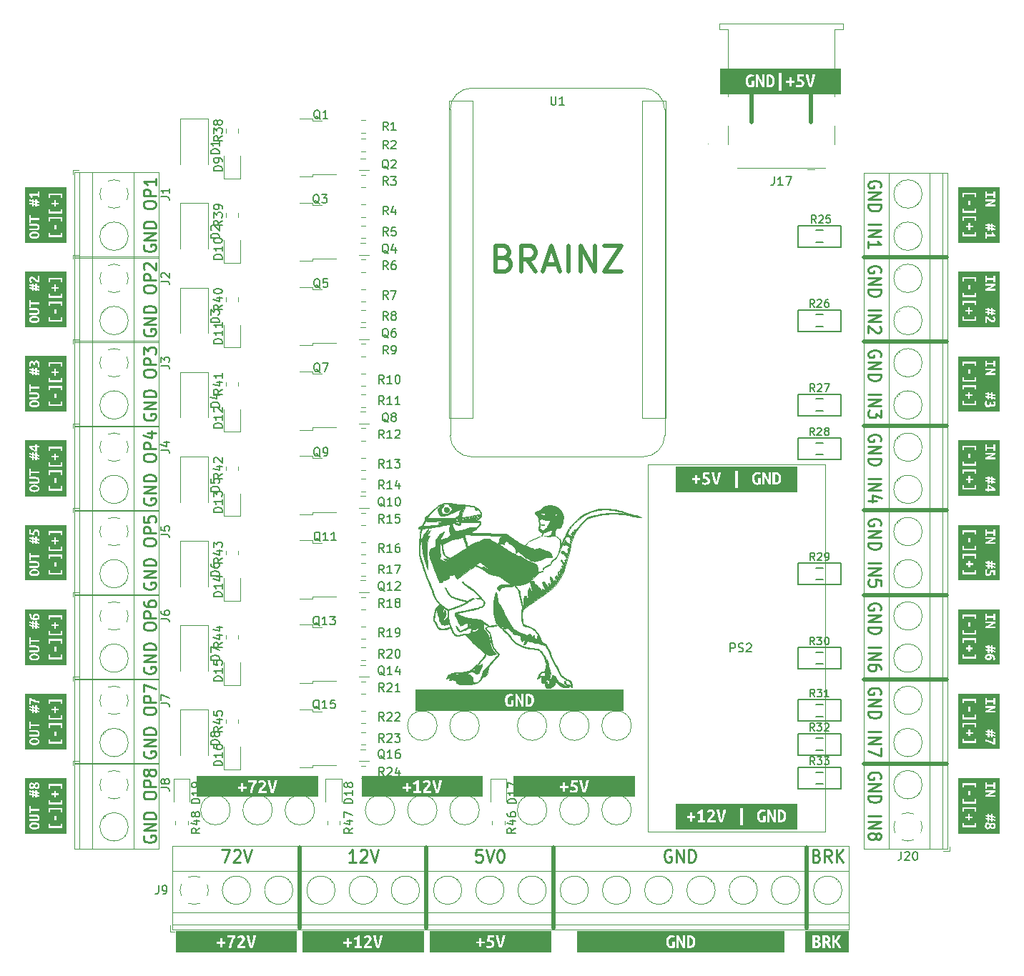
<source format=gbr>
%TF.GenerationSoftware,KiCad,Pcbnew,5.1.12-84ad8e8a86~92~ubuntu20.04.1*%
%TF.CreationDate,2021-12-20T15:55:19+05:30*%
%TF.ProjectId,veloce,76656c6f-6365-42e6-9b69-6361645f7063,v2*%
%TF.SameCoordinates,Original*%
%TF.FileFunction,Legend,Top*%
%TF.FilePolarity,Positive*%
%FSLAX46Y46*%
G04 Gerber Fmt 4.6, Leading zero omitted, Abs format (unit mm)*
G04 Created by KiCad (PCBNEW 5.1.12-84ad8e8a86~92~ubuntu20.04.1) date 2021-12-20 15:55:19*
%MOMM*%
%LPD*%
G01*
G04 APERTURE LIST*
%ADD10C,0.500000*%
%ADD11C,0.010000*%
%ADD12C,0.120000*%
%ADD13C,0.100000*%
%ADD14C,0.203200*%
%ADD15C,0.127000*%
%ADD16C,0.150000*%
%ADD17C,0.250000*%
G04 APERTURE END LIST*
D10*
X128500000Y-54000000D02*
X128500000Y-50400000D01*
X135500000Y-54000000D02*
X135500000Y-50300000D01*
X141800000Y-70000000D02*
X151600000Y-70000000D01*
X141800000Y-80000000D02*
X151600000Y-80000000D01*
X141800000Y-90000000D02*
X151600000Y-90000000D01*
X141800000Y-100000000D02*
X151600000Y-100000000D01*
X141800000Y-110000000D02*
X151600000Y-110000000D01*
X141800000Y-120000000D02*
X151600000Y-120000000D01*
X141800000Y-130000000D02*
X151600000Y-130000000D01*
X135000000Y-139900000D02*
X135000000Y-149500000D01*
X105000000Y-139900000D02*
X105000000Y-149500000D01*
X90000000Y-139900000D02*
X90000000Y-149500000D01*
X75000000Y-139900000D02*
X75000000Y-149500000D01*
X99214285Y-70085714D02*
X99642857Y-70228571D01*
X99785714Y-70371428D01*
X99928571Y-70657142D01*
X99928571Y-71085714D01*
X99785714Y-71371428D01*
X99642857Y-71514285D01*
X99357142Y-71657142D01*
X98214285Y-71657142D01*
X98214285Y-68657142D01*
X99214285Y-68657142D01*
X99500000Y-68800000D01*
X99642857Y-68942857D01*
X99785714Y-69228571D01*
X99785714Y-69514285D01*
X99642857Y-69800000D01*
X99500000Y-69942857D01*
X99214285Y-70085714D01*
X98214285Y-70085714D01*
X102928571Y-71657142D02*
X101928571Y-70228571D01*
X101214285Y-71657142D02*
X101214285Y-68657142D01*
X102357142Y-68657142D01*
X102642857Y-68800000D01*
X102785714Y-68942857D01*
X102928571Y-69228571D01*
X102928571Y-69657142D01*
X102785714Y-69942857D01*
X102642857Y-70085714D01*
X102357142Y-70228571D01*
X101214285Y-70228571D01*
X104071428Y-70800000D02*
X105500000Y-70800000D01*
X103785714Y-71657142D02*
X104785714Y-68657142D01*
X105785714Y-71657142D01*
X106785714Y-71657142D02*
X106785714Y-68657142D01*
X108214285Y-71657142D02*
X108214285Y-68657142D01*
X109928571Y-71657142D01*
X109928571Y-68657142D01*
X111071428Y-68657142D02*
X113071428Y-68657142D01*
X111071428Y-71657142D01*
X113071428Y-71657142D01*
D11*
%TO.C,G3*%
G36*
X92532153Y-99093756D02*
G01*
X92805754Y-99130028D01*
X92956003Y-99158174D01*
X93154788Y-99192247D01*
X93403085Y-99226535D01*
X93671130Y-99257337D01*
X93929156Y-99280947D01*
X93963281Y-99283504D01*
X94393038Y-99316451D01*
X94752871Y-99349132D01*
X95052182Y-99384078D01*
X95300375Y-99423817D01*
X95506850Y-99470881D01*
X95681009Y-99527799D01*
X95832256Y-99597102D01*
X95969991Y-99681319D01*
X96103618Y-99782982D01*
X96230493Y-99893625D01*
X96347768Y-100009618D01*
X96419063Y-100111297D01*
X96463586Y-100229633D01*
X96479792Y-100295618D01*
X96504343Y-100505774D01*
X96471163Y-100682564D01*
X96374535Y-100836002D01*
X96208742Y-100976099D01*
X96031653Y-101080501D01*
X95868281Y-101166271D01*
X96136171Y-101223471D01*
X96277240Y-101255655D01*
X96357458Y-101283840D01*
X96393928Y-101318981D01*
X96403752Y-101372031D01*
X96404062Y-101395047D01*
X96373675Y-101569624D01*
X96278939Y-101747602D01*
X96114493Y-101938687D01*
X96091027Y-101961789D01*
X95990668Y-102065297D01*
X95918126Y-102151741D01*
X95888238Y-102203337D01*
X95888125Y-102204997D01*
X95853903Y-102242295D01*
X95764876Y-102292885D01*
X95659921Y-102337991D01*
X95498192Y-102403882D01*
X95333944Y-102477624D01*
X95253397Y-102517231D01*
X95075075Y-102609740D01*
X95332772Y-102632251D01*
X95463255Y-102641375D01*
X95652186Y-102651611D01*
X95878666Y-102661966D01*
X96121795Y-102671445D01*
X96245312Y-102675618D01*
X96464268Y-102682824D01*
X96744046Y-102692388D01*
X97066149Y-102703659D01*
X97412082Y-102715983D01*
X97763348Y-102728708D01*
X98076767Y-102740260D01*
X98462797Y-102753410D01*
X98773362Y-102761233D01*
X99012192Y-102763734D01*
X99183019Y-102760919D01*
X99289573Y-102752796D01*
X99331199Y-102742398D01*
X99382432Y-102728168D01*
X99443091Y-102746912D01*
X99530313Y-102806922D01*
X99623026Y-102883619D01*
X99820942Y-103047564D01*
X99999479Y-103185575D01*
X100148415Y-103290384D01*
X100257529Y-103354724D01*
X100310190Y-103372187D01*
X100376127Y-103403632D01*
X100409109Y-103445226D01*
X100475599Y-103521109D01*
X100598027Y-103619145D01*
X100759651Y-103729574D01*
X100943733Y-103842637D01*
X101133531Y-103948574D01*
X101312306Y-104037624D01*
X101463318Y-104100029D01*
X101569827Y-104126028D01*
X101577197Y-104126250D01*
X101620863Y-104100170D01*
X101706613Y-104029896D01*
X101820417Y-103927372D01*
X101903468Y-103848437D01*
X102029702Y-103730976D01*
X102139180Y-103638130D01*
X102217146Y-103581939D01*
X102243816Y-103570773D01*
X102250520Y-103588270D01*
X102200043Y-103631528D01*
X102178593Y-103645586D01*
X102099669Y-103704627D01*
X101999550Y-103792325D01*
X101893123Y-103893753D01*
X101795279Y-103993979D01*
X101720906Y-104078074D01*
X101684893Y-104131109D01*
X101684892Y-104140631D01*
X101732571Y-104166656D01*
X101837387Y-104214824D01*
X101983002Y-104278354D01*
X102153078Y-104350467D01*
X102331280Y-104424383D01*
X102501269Y-104493321D01*
X102646708Y-104550501D01*
X102751260Y-104589143D01*
X102797833Y-104602508D01*
X102862547Y-104589806D01*
X102975330Y-104556750D01*
X103091406Y-104517599D01*
X103329531Y-104432682D01*
X103766093Y-104611130D01*
X103962105Y-104689795D01*
X104154009Y-104764298D01*
X104317074Y-104825168D01*
X104409672Y-104857532D01*
X104534537Y-104905875D01*
X104619323Y-104965635D01*
X104692365Y-105060903D01*
X104737094Y-105135933D01*
X104802837Y-105270214D01*
X104846570Y-105396660D01*
X104857500Y-105465003D01*
X104857500Y-105583626D01*
X104490014Y-105564405D01*
X104122529Y-105545183D01*
X103630937Y-105768372D01*
X103441111Y-105851388D01*
X103269040Y-105920841D01*
X103131578Y-105970330D01*
X103045577Y-105993453D01*
X103036000Y-105994351D01*
X102922929Y-106009083D01*
X102853281Y-106029055D01*
X102764458Y-106032640D01*
X102622958Y-106001155D01*
X102444125Y-105940439D01*
X102243304Y-105856331D01*
X102035837Y-105754671D01*
X101841470Y-105644018D01*
X101671457Y-105529390D01*
X101476262Y-105382886D01*
X101287127Y-105228457D01*
X101204985Y-105156109D01*
X101070544Y-105035457D01*
X100956163Y-104935947D01*
X100875355Y-104869141D01*
X100843466Y-104846814D01*
X100796581Y-104865335D01*
X100731736Y-104928775D01*
X100725845Y-104936111D01*
X100650613Y-105018229D01*
X100605326Y-105030342D01*
X100583722Y-104973078D01*
X100581479Y-104950621D01*
X100556727Y-104757243D01*
X100507584Y-104600155D01*
X100422262Y-104457354D01*
X100288974Y-104306842D01*
X100181472Y-104204047D01*
X100027338Y-104066895D01*
X99868015Y-103933141D01*
X99728619Y-103823577D01*
X99675801Y-103785434D01*
X99472411Y-103645354D01*
X99327299Y-103730972D01*
X99228431Y-103803111D01*
X99187122Y-103878755D01*
X99182187Y-103931732D01*
X99166708Y-104020249D01*
X99128372Y-104046275D01*
X99080497Y-104003189D01*
X99025323Y-103978104D01*
X98941741Y-103981854D01*
X98860368Y-103988156D01*
X98825797Y-103948784D01*
X98816050Y-103896556D01*
X98805514Y-103832284D01*
X98789503Y-103825079D01*
X98756078Y-103880401D01*
X98727070Y-103937236D01*
X98684446Y-104031851D01*
X98667187Y-104091980D01*
X98669058Y-104100331D01*
X98721529Y-104137708D01*
X98828730Y-104208364D01*
X98977697Y-104304135D01*
X99155465Y-104416856D01*
X99349067Y-104538362D01*
X99545540Y-104660488D01*
X99731918Y-104775069D01*
X99895236Y-104873940D01*
X99937381Y-104899070D01*
X100123116Y-105007876D01*
X100254800Y-105080020D01*
X100345726Y-105120857D01*
X100409184Y-105135741D01*
X100458467Y-105130028D01*
X100485061Y-105119721D01*
X100550942Y-105093190D01*
X100556817Y-105105761D01*
X100536845Y-105131915D01*
X100520228Y-105172237D01*
X100550383Y-105214748D01*
X100638630Y-105272725D01*
X100674071Y-105292857D01*
X100822568Y-105358435D01*
X100966209Y-105393618D01*
X101005654Y-105396250D01*
X101140778Y-105419650D01*
X101237427Y-105494214D01*
X101317007Y-105562709D01*
X101440936Y-105645113D01*
X101570538Y-105717334D01*
X101724258Y-105797832D01*
X101873710Y-105880814D01*
X101969886Y-105938075D01*
X102072090Y-105991881D01*
X102225671Y-106059976D01*
X102406536Y-106132065D01*
X102526979Y-106176071D01*
X102697171Y-106238449D01*
X102840827Y-106295999D01*
X102940346Y-106341376D01*
X102975806Y-106363381D01*
X103042435Y-106466893D01*
X103105216Y-106622363D01*
X103155807Y-106802501D01*
X103185866Y-106980018D01*
X103190625Y-107066075D01*
X103197173Y-107194735D01*
X103214112Y-107288899D01*
X103231600Y-107321889D01*
X103285307Y-107318591D01*
X103388417Y-107286212D01*
X103519549Y-107231589D01*
X103532013Y-107225808D01*
X103667380Y-107165299D01*
X103745022Y-107139447D01*
X103777200Y-107145467D01*
X103778772Y-107169771D01*
X103732054Y-107220819D01*
X103614369Y-107280759D01*
X103481622Y-107329946D01*
X103373334Y-107368345D01*
X103281655Y-107409336D01*
X103193586Y-107462507D01*
X103096123Y-107537450D01*
X102976266Y-107643756D01*
X102821013Y-107791016D01*
X102707716Y-107900827D01*
X102218281Y-108376904D01*
X102416718Y-108351388D01*
X102538198Y-108335452D01*
X102626765Y-108323260D01*
X102650906Y-108319576D01*
X102677978Y-108351909D01*
X102722449Y-108444126D01*
X102777314Y-108580577D01*
X102816869Y-108690312D01*
X102876461Y-108856730D01*
X102916502Y-108952361D01*
X102939840Y-108982568D01*
X102949321Y-108952715D01*
X102949791Y-108940701D01*
X102964041Y-108831035D01*
X102999073Y-108797137D01*
X103052760Y-108839844D01*
X103084441Y-108887647D01*
X103160577Y-108989310D01*
X103261609Y-109093303D01*
X103280239Y-109109536D01*
X103390096Y-109220210D01*
X103488472Y-109350561D01*
X103559241Y-109476272D01*
X103586261Y-109571017D01*
X103611504Y-109645117D01*
X103633095Y-109666307D01*
X103658361Y-109661061D01*
X103662687Y-109594707D01*
X103661496Y-109583281D01*
X104262187Y-109583281D01*
X104282031Y-109603125D01*
X104301875Y-109583281D01*
X104282031Y-109563437D01*
X104262187Y-109583281D01*
X103661496Y-109583281D01*
X103655452Y-109525333D01*
X104341562Y-109525333D01*
X104364173Y-109533956D01*
X104433371Y-109488052D01*
X104551208Y-109386003D01*
X104716349Y-109229481D01*
X104801985Y-109143504D01*
X104831344Y-109107634D01*
X104807950Y-109119782D01*
X104735329Y-109177864D01*
X104617008Y-109279793D01*
X104587931Y-109305468D01*
X104493230Y-109385569D01*
X104415905Y-109444504D01*
X104397569Y-109456268D01*
X104348005Y-109504353D01*
X104341562Y-109525333D01*
X103655452Y-109525333D01*
X103652507Y-109497102D01*
X103641583Y-109379454D01*
X103642667Y-109297540D01*
X103648897Y-109277144D01*
X103706742Y-109264938D01*
X103779088Y-109290173D01*
X103823717Y-109336056D01*
X103825625Y-109347442D01*
X103850533Y-109413009D01*
X103915528Y-109416706D01*
X103965554Y-109389003D01*
X104002218Y-109356690D01*
X104015077Y-109316790D01*
X104002819Y-109249281D01*
X103964133Y-109134144D01*
X103945494Y-109082696D01*
X103877512Y-108927717D01*
X103795024Y-108783472D01*
X103730724Y-108698503D01*
X103660797Y-108619552D01*
X103641151Y-108567567D01*
X103677620Y-108521662D01*
X103776041Y-108460948D01*
X103801086Y-108446664D01*
X103851918Y-108431194D01*
X103906206Y-108454408D01*
X103981815Y-108526620D01*
X104026795Y-108576977D01*
X104125959Y-108699091D01*
X104213432Y-108821220D01*
X104248874Y-108878828D01*
X104303070Y-108969574D01*
X104342767Y-109001943D01*
X104388813Y-108988628D01*
X104409030Y-108976323D01*
X104435263Y-108934913D01*
X104430318Y-108851060D01*
X104413116Y-108774520D01*
X104390047Y-108660907D01*
X104396295Y-108598318D01*
X104425023Y-108568258D01*
X104471460Y-108565847D01*
X104522162Y-108624863D01*
X104557740Y-108691293D01*
X104622574Y-108805103D01*
X104667990Y-108842927D01*
X104693322Y-108804583D01*
X104698750Y-108730000D01*
X104709002Y-108648040D01*
X105264105Y-108648040D01*
X105269534Y-108650625D01*
X105305752Y-108622685D01*
X105313906Y-108610937D01*
X105324019Y-108573834D01*
X105318590Y-108571250D01*
X105282372Y-108599189D01*
X105274218Y-108610937D01*
X105264105Y-108648040D01*
X104709002Y-108648040D01*
X104709209Y-108646387D01*
X104734410Y-108610946D01*
X104734845Y-108610937D01*
X104745664Y-108577407D01*
X104735317Y-108492251D01*
X104709260Y-108378621D01*
X104672952Y-108259666D01*
X104631849Y-108158538D01*
X104625101Y-108145387D01*
X104591418Y-108042172D01*
X104579687Y-107938859D01*
X104591535Y-107850599D01*
X104636053Y-107818797D01*
X104659368Y-107817187D01*
X104719615Y-107852783D01*
X104794866Y-107950134D01*
X104876935Y-108095081D01*
X104957636Y-108273467D01*
X105017831Y-108437134D01*
X105051395Y-108522722D01*
X105076999Y-108560338D01*
X105080847Y-108559569D01*
X105080834Y-108514463D01*
X105058853Y-108440014D01*
X105042132Y-108343179D01*
X105086034Y-108255836D01*
X105091166Y-108249400D01*
X105162471Y-108161342D01*
X105216505Y-108431510D01*
X105293783Y-108313706D01*
X105342258Y-108228491D01*
X105344781Y-108170727D01*
X105312112Y-108115685D01*
X105225906Y-107987642D01*
X105191013Y-107897236D01*
X105204393Y-107824256D01*
X105257747Y-107754042D01*
X105353593Y-107651995D01*
X105462513Y-107782437D01*
X105540324Y-107862956D01*
X105592716Y-107881839D01*
X105616852Y-107867459D01*
X105636156Y-107817328D01*
X105616012Y-107731248D01*
X105577386Y-107641452D01*
X105520554Y-107513142D01*
X105497614Y-107428485D01*
X105505644Y-107360813D01*
X105538764Y-107288960D01*
X105567417Y-107244784D01*
X105591032Y-107248392D01*
X105619914Y-107309998D01*
X105651250Y-107400468D01*
X105690692Y-107512987D01*
X105716791Y-107559788D01*
X105740409Y-107550747D01*
X105767058Y-107505766D01*
X105796496Y-107416144D01*
X105776984Y-107318371D01*
X105767906Y-107295441D01*
X105739914Y-107198045D01*
X105759015Y-107138346D01*
X105764583Y-107132354D01*
X105801935Y-107057590D01*
X105810000Y-107000515D01*
X105835900Y-106907820D01*
X105869548Y-106864673D01*
X105912921Y-106842303D01*
X105939085Y-106877922D01*
X105953884Y-106939188D01*
X105985841Y-107035759D01*
X106023606Y-107057013D01*
X106060272Y-107001516D01*
X106071587Y-106963617D01*
X106065578Y-106836458D01*
X106031476Y-106764775D01*
X105989647Y-106674022D01*
X106004578Y-106594633D01*
X106010407Y-106583193D01*
X106047326Y-106526214D01*
X106079590Y-106537577D01*
X106107572Y-106573627D01*
X106147122Y-106618535D01*
X106170057Y-106600088D01*
X106187866Y-106538145D01*
X106193187Y-106452245D01*
X106155687Y-106362717D01*
X106094395Y-106277687D01*
X105970864Y-106103388D01*
X105909966Y-105969927D01*
X105909583Y-105872239D01*
X105917369Y-105855115D01*
X105945504Y-105825869D01*
X105977983Y-105850980D01*
X106026297Y-105940008D01*
X106030907Y-105949585D01*
X106097842Y-106060703D01*
X106176240Y-106117391D01*
X106239605Y-106135025D01*
X106358411Y-106140733D01*
X106423256Y-106108643D01*
X106425042Y-106046835D01*
X106392468Y-105999297D01*
X106335481Y-105922485D01*
X106344709Y-105874106D01*
X106424280Y-105833145D01*
X106425156Y-105832812D01*
X106497754Y-105785454D01*
X106523264Y-105701073D01*
X106524373Y-105665122D01*
X106507075Y-105562843D01*
X106443634Y-105475082D01*
X106383762Y-105422962D01*
X106290698Y-105333610D01*
X106262489Y-105261347D01*
X106266717Y-105236519D01*
X106267188Y-105183128D01*
X106216013Y-105145570D01*
X106139438Y-105120520D01*
X105997745Y-105076338D01*
X105922108Y-105033704D01*
X105900644Y-104979123D01*
X105921472Y-104899101D01*
X105928705Y-104881175D01*
X105973467Y-104797011D01*
X106026496Y-104772445D01*
X106082556Y-104781208D01*
X106163524Y-104825733D01*
X106269305Y-104914840D01*
X106379019Y-105028207D01*
X106471781Y-105145517D01*
X106496581Y-105184086D01*
X106547282Y-105231941D01*
X106568285Y-105237499D01*
X106578116Y-105210621D01*
X106546469Y-105149294D01*
X106493301Y-105058260D01*
X106499040Y-105016333D01*
X106564891Y-105018112D01*
X106575170Y-105020572D01*
X106639550Y-105023558D01*
X106683396Y-104980108D01*
X106717694Y-104899365D01*
X106747595Y-104801342D01*
X106742101Y-104745928D01*
X106700574Y-104704875D01*
X106657458Y-104656613D01*
X106678727Y-104625061D01*
X106707000Y-104567563D01*
X106700665Y-104515867D01*
X106692819Y-104458828D01*
X106736027Y-104455751D01*
X106758777Y-104462412D01*
X106836722Y-104460301D01*
X106871518Y-104404137D01*
X106854725Y-104311250D01*
X106843604Y-104288230D01*
X106778460Y-104218240D01*
X106669356Y-104142512D01*
X106547916Y-104079546D01*
X106445767Y-104047839D01*
X106430983Y-104046875D01*
X106368133Y-104078887D01*
X106351529Y-104105737D01*
X106309804Y-104148498D01*
X106258092Y-104132795D01*
X106218242Y-104072875D01*
X106209092Y-104012863D01*
X106225343Y-103909882D01*
X106263603Y-103785011D01*
X106313426Y-103664189D01*
X106364362Y-103573356D01*
X106399802Y-103539388D01*
X106449902Y-103557283D01*
X106469842Y-103589182D01*
X106520380Y-103657458D01*
X106614809Y-103743315D01*
X106728965Y-103828849D01*
X106838681Y-103896160D01*
X106919791Y-103927345D01*
X106926957Y-103927812D01*
X106983021Y-103897341D01*
X107001897Y-103830346D01*
X106977201Y-103763458D01*
X106958352Y-103747620D01*
X106946585Y-103701616D01*
X106984494Y-103645896D01*
X107024956Y-103588252D01*
X107031758Y-103522800D01*
X107007168Y-103418334D01*
X107002243Y-103401790D01*
X106967970Y-103287087D01*
X106942659Y-103201118D01*
X106937659Y-103183671D01*
X106891164Y-103150379D01*
X106789893Y-103134531D01*
X106766087Y-103134062D01*
X106659993Y-103124907D01*
X106591764Y-103102146D01*
X106583906Y-103094374D01*
X106536525Y-103056263D01*
X106526353Y-103054687D01*
X106500350Y-103088203D01*
X106452014Y-103176539D01*
X106389858Y-103301383D01*
X106322397Y-103444418D01*
X106258144Y-103587330D01*
X106205612Y-103711805D01*
X106173315Y-103799527D01*
X106167187Y-103827335D01*
X106150992Y-103872567D01*
X106106938Y-103974017D01*
X106041818Y-104116493D01*
X105965190Y-104279023D01*
X105866226Y-104494922D01*
X105764154Y-104732213D01*
X105673925Y-104955516D01*
X105631325Y-105069086D01*
X105556882Y-105248510D01*
X105465665Y-105426809D01*
X105367351Y-105589156D01*
X105271615Y-105720721D01*
X105188134Y-105806675D01*
X105132997Y-105832812D01*
X105070227Y-105861788D01*
X104980703Y-105935622D01*
X104883931Y-106034672D01*
X104799420Y-106139294D01*
X104752933Y-106215508D01*
X104702838Y-106310475D01*
X104677754Y-106336293D01*
X104678071Y-106299273D01*
X104704181Y-106205726D01*
X104745220Y-106090981D01*
X104801094Y-105958751D01*
X104857417Y-105876536D01*
X104937678Y-105818391D01*
X105033807Y-105772262D01*
X105212086Y-105660775D01*
X105366530Y-105492361D01*
X105500757Y-105261159D01*
X105618382Y-104961308D01*
X105694147Y-104702206D01*
X105747195Y-104492404D01*
X105780738Y-104333992D01*
X105797602Y-104202193D01*
X105800612Y-104072228D01*
X105792594Y-103919320D01*
X105788927Y-103871157D01*
X105772891Y-103701183D01*
X105754284Y-103554502D01*
X105736230Y-103454261D01*
X105729619Y-103431718D01*
X105682569Y-103368689D01*
X105589821Y-103281546D01*
X105478801Y-103194634D01*
X105371117Y-103114226D01*
X105297205Y-103052871D01*
X105272496Y-103023416D01*
X105272735Y-103023097D01*
X105313264Y-103033176D01*
X105396545Y-103080778D01*
X105503852Y-103153217D01*
X105616460Y-103237808D01*
X105715641Y-103321866D01*
X105720703Y-103326565D01*
X105779766Y-103384449D01*
X105817429Y-103437452D01*
X105838646Y-103504800D01*
X105848374Y-103605715D01*
X105851567Y-103759422D01*
X105852102Y-103836278D01*
X105854517Y-104225468D01*
X105949785Y-104027031D01*
X105994889Y-103930072D01*
X106065340Y-103774932D01*
X106154623Y-103576127D01*
X106256224Y-103348176D01*
X106363627Y-103105596D01*
X106384674Y-103057865D01*
X106449507Y-102915781D01*
X106564062Y-102915781D01*
X106583906Y-102935625D01*
X106603750Y-102915781D01*
X106583906Y-102895937D01*
X106564062Y-102915781D01*
X106449507Y-102915781D01*
X106480962Y-102846846D01*
X106610096Y-102846846D01*
X106629638Y-102842737D01*
X106659432Y-102819756D01*
X106708222Y-102801653D01*
X106778839Y-102824626D01*
X106887635Y-102893017D01*
X107040400Y-102983856D01*
X107149124Y-103013115D01*
X107212654Y-102988178D01*
X107207401Y-102944394D01*
X107158095Y-102874799D01*
X107153912Y-102870279D01*
X107098696Y-102798948D01*
X107099396Y-102746788D01*
X107120220Y-102716701D01*
X107187375Y-102674963D01*
X107229679Y-102676298D01*
X107268891Y-102675306D01*
X107266634Y-102616632D01*
X107264014Y-102605751D01*
X107256183Y-102542117D01*
X107291567Y-102523754D01*
X107358361Y-102530364D01*
X107454757Y-102520628D01*
X107509133Y-102471441D01*
X107506476Y-102402327D01*
X107482144Y-102369394D01*
X107444060Y-102318332D01*
X107458684Y-102280523D01*
X107535700Y-102245400D01*
X107618660Y-102220443D01*
X107700066Y-102192616D01*
X107772693Y-102151838D01*
X107849468Y-102086484D01*
X107943317Y-101984926D01*
X108067164Y-101835540D01*
X108120793Y-101768801D01*
X108354434Y-101483857D01*
X108555454Y-101256668D01*
X108734292Y-101078309D01*
X108901386Y-100939854D01*
X109067176Y-100832379D01*
X109242099Y-100746958D01*
X109376474Y-100695186D01*
X109480531Y-100664985D01*
X109647173Y-100624233D01*
X109860823Y-100576183D01*
X110105900Y-100524093D01*
X110366825Y-100471216D01*
X110628020Y-100420808D01*
X110873905Y-100376123D01*
X111028906Y-100349938D01*
X111282490Y-100320736D01*
X111594338Y-100303489D01*
X111944297Y-100297860D01*
X112312214Y-100303512D01*
X112677935Y-100320109D01*
X113021308Y-100347313D01*
X113322178Y-100384789D01*
X113346491Y-100388655D01*
X113547241Y-100420372D01*
X113723173Y-100446518D01*
X113857707Y-100464746D01*
X113934266Y-100472714D01*
X113941803Y-100472853D01*
X113951186Y-100462501D01*
X113894214Y-100436544D01*
X113781699Y-100397957D01*
X113624456Y-100349714D01*
X113433299Y-100294790D01*
X113219041Y-100236162D01*
X112992497Y-100176803D01*
X112764479Y-100119689D01*
X112545803Y-100067795D01*
X112347281Y-100024096D01*
X112216497Y-99998188D01*
X111821568Y-99932634D01*
X111476575Y-99894157D01*
X111156943Y-99882475D01*
X110838098Y-99897308D01*
X110495464Y-99938374D01*
X110266019Y-99975880D01*
X110052443Y-100015229D01*
X109878810Y-100053267D01*
X109723765Y-100096992D01*
X109565953Y-100153404D01*
X109384018Y-100229502D01*
X109156607Y-100332284D01*
X109102720Y-100357153D01*
X108878501Y-100461989D01*
X108703192Y-100548805D01*
X108558579Y-100629457D01*
X108426448Y-100715801D01*
X108288584Y-100819693D01*
X108126775Y-100952990D01*
X107933902Y-101117988D01*
X107512131Y-101507619D01*
X107167915Y-101883204D01*
X106900789Y-102245300D01*
X106719503Y-102574005D01*
X106652491Y-102722864D01*
X106616868Y-102810349D01*
X106610096Y-102846846D01*
X106480962Y-102846846D01*
X106556497Y-102681310D01*
X106716526Y-102365129D01*
X106876145Y-102093778D01*
X107046736Y-101851717D01*
X107239683Y-101623402D01*
X107466368Y-101393291D01*
X107738176Y-101145841D01*
X107866192Y-101035004D01*
X108101379Y-100837202D01*
X108293421Y-100684963D01*
X108456057Y-100568492D01*
X108603030Y-100477996D01*
X108748080Y-100403682D01*
X108759161Y-100398535D01*
X108955640Y-100307447D01*
X109171577Y-100206719D01*
X109363618Y-100116580D01*
X109381875Y-100107966D01*
X109587332Y-100028207D01*
X109850635Y-99951679D01*
X110150258Y-99882615D01*
X110464677Y-99825249D01*
X110772369Y-99783813D01*
X111051809Y-99762541D01*
X111147958Y-99760624D01*
X111368120Y-99770850D01*
X111644489Y-99799314D01*
X111956877Y-99842693D01*
X112285102Y-99897669D01*
X112608976Y-99960919D01*
X112908315Y-100029124D01*
X113112500Y-100083835D01*
X113279614Y-100132935D01*
X113497024Y-100197252D01*
X113750158Y-100272434D01*
X114024443Y-100354127D01*
X114305307Y-100437976D01*
X114578179Y-100519629D01*
X114828486Y-100594732D01*
X115041657Y-100658930D01*
X115203120Y-100707871D01*
X115275468Y-100730066D01*
X115376273Y-100773707D01*
X115410740Y-100814606D01*
X115376976Y-100841718D01*
X115295312Y-100845807D01*
X115226201Y-100836553D01*
X115093215Y-100814521D01*
X114910375Y-100782192D01*
X114691700Y-100742048D01*
X114451210Y-100696569D01*
X114442031Y-100694808D01*
X113882820Y-100591740D01*
X113386355Y-100510908D01*
X112939235Y-100452133D01*
X112528061Y-100415233D01*
X112139434Y-100400028D01*
X111759956Y-100406339D01*
X111376226Y-100433985D01*
X110974845Y-100482786D01*
X110542415Y-100552561D01*
X110099223Y-100636402D01*
X109749251Y-100712120D01*
X109462535Y-100791492D01*
X109223172Y-100884006D01*
X109015257Y-100999151D01*
X108822887Y-101146416D01*
X108630158Y-101335291D01*
X108421166Y-101575263D01*
X108322269Y-101696611D01*
X108179518Y-101872104D01*
X108031935Y-102050153D01*
X107898742Y-102207739D01*
X107814218Y-102305011D01*
X107722590Y-102416715D01*
X107643304Y-102536328D01*
X107566686Y-102681778D01*
X107483065Y-102870989D01*
X107407170Y-103059434D01*
X107318396Y-103299553D01*
X107230560Y-103561654D01*
X107153752Y-103814180D01*
X107098065Y-104025573D01*
X107097728Y-104027031D01*
X106943754Y-104682109D01*
X106800725Y-105265032D01*
X106666656Y-105781957D01*
X106539559Y-106239045D01*
X106417447Y-106642452D01*
X106298335Y-106998338D01*
X106180237Y-107312861D01*
X106061164Y-107592181D01*
X105939132Y-107842456D01*
X105812153Y-108069844D01*
X105772935Y-108134298D01*
X105607154Y-108390726D01*
X105439222Y-108625366D01*
X105261615Y-108845061D01*
X105066810Y-109056656D01*
X104847284Y-109266995D01*
X104595512Y-109482923D01*
X104303972Y-109711283D01*
X103965139Y-109958920D01*
X103571491Y-110232678D01*
X103166172Y-110505685D01*
X102829292Y-110732597D01*
X102500605Y-110958688D01*
X102191716Y-111175708D01*
X101914227Y-111375402D01*
X101679743Y-111549518D01*
X101499866Y-111689804D01*
X101490370Y-111697531D01*
X101430557Y-111749057D01*
X101391191Y-111798430D01*
X101366808Y-111863836D01*
X101351944Y-111963461D01*
X101341134Y-112115489D01*
X101335809Y-112211875D01*
X101331179Y-112448711D01*
X101340110Y-112699773D01*
X101360593Y-112946016D01*
X101390619Y-113168394D01*
X101428180Y-113347859D01*
X101467211Y-113457815D01*
X101556080Y-113553848D01*
X101711045Y-113637008D01*
X101919085Y-113700805D01*
X101979890Y-113713349D01*
X102122622Y-113753921D01*
X102302993Y-113824185D01*
X102494221Y-113911684D01*
X102669523Y-114003956D01*
X102802113Y-114088541D01*
X102824621Y-114106328D01*
X102946425Y-114235354D01*
X103081146Y-114422828D01*
X103218007Y-114651439D01*
X103346231Y-114903878D01*
X103407338Y-115042216D01*
X103507938Y-115246922D01*
X103629518Y-115438913D01*
X103759516Y-115602123D01*
X103885366Y-115720484D01*
X103979349Y-115773715D01*
X104069021Y-115836282D01*
X104177422Y-115966666D01*
X104300050Y-116156786D01*
X104432399Y-116398563D01*
X104569965Y-116683915D01*
X104708246Y-117004761D01*
X104809333Y-117262812D01*
X104961045Y-117650627D01*
X105096188Y-117962165D01*
X105215338Y-118198649D01*
X105319065Y-118361305D01*
X105329013Y-118374062D01*
X105515574Y-118635718D01*
X105659676Y-118908207D01*
X105748100Y-119129379D01*
X105810745Y-119284797D01*
X105877500Y-119421378D01*
X105935185Y-119512521D01*
X105941589Y-119519926D01*
X106043012Y-119611036D01*
X106189340Y-119719528D01*
X106358314Y-119831258D01*
X106527676Y-119932080D01*
X106675166Y-120007848D01*
X106760619Y-120040431D01*
X106918332Y-120110701D01*
X107039700Y-120231032D01*
X107129215Y-120408996D01*
X107191369Y-120652163D01*
X107214126Y-120804921D01*
X107221111Y-120933509D01*
X107201008Y-120988059D01*
X107153220Y-120969358D01*
X107117889Y-120931739D01*
X107039391Y-120861069D01*
X106987770Y-120827808D01*
X106920620Y-120809111D01*
X106863077Y-120848298D01*
X106839068Y-120878095D01*
X106788847Y-120928985D01*
X106718757Y-120960001D01*
X106606910Y-120977913D01*
X106488623Y-120986474D01*
X106349915Y-120992389D01*
X106249638Y-120986123D01*
X106161293Y-120959923D01*
X106058380Y-120906040D01*
X105919686Y-120820064D01*
X105733238Y-120695215D01*
X105569830Y-120572682D01*
X105441104Y-120462349D01*
X105358701Y-120374099D01*
X105333750Y-120322649D01*
X105320431Y-120275724D01*
X105289925Y-120288455D01*
X105256410Y-120347582D01*
X105238280Y-120411943D01*
X105191127Y-120525735D01*
X105090869Y-120672539D01*
X104995731Y-120785302D01*
X104884337Y-120905099D01*
X104802980Y-120977730D01*
X104729902Y-121016174D01*
X104643340Y-121033410D01*
X104569759Y-121039374D01*
X104428941Y-121044864D01*
X104305916Y-121043492D01*
X104262187Y-121040019D01*
X104139292Y-120988008D01*
X104060152Y-120871226D01*
X104034872Y-120737810D01*
X104143125Y-120737810D01*
X104163522Y-120778114D01*
X104191386Y-120769857D01*
X104261265Y-120742379D01*
X104367519Y-120715051D01*
X104379902Y-120712547D01*
X104459067Y-120696005D01*
X104472843Y-120687248D01*
X104416054Y-120682838D01*
X104331640Y-120680501D01*
X104212551Y-120683753D01*
X104155376Y-120704385D01*
X104143125Y-120737810D01*
X104034872Y-120737810D01*
X104026201Y-120692050D01*
X104024944Y-120646171D01*
X104024062Y-120437812D01*
X103846383Y-120437812D01*
X103703756Y-120419747D01*
X103611238Y-120359523D01*
X103582029Y-120291819D01*
X104104319Y-120291819D01*
X104105202Y-120417968D01*
X104182812Y-120318750D01*
X104236962Y-120262261D01*
X104266223Y-120255970D01*
X104267181Y-120259218D01*
X104290541Y-120429700D01*
X104295998Y-120484511D01*
X104326782Y-120543304D01*
X104416279Y-120581407D01*
X104466244Y-120591958D01*
X104493399Y-120562085D01*
X104517206Y-120494967D01*
X104530942Y-120345160D01*
X104502873Y-120207875D01*
X104440359Y-120107949D01*
X104393555Y-120077758D01*
X104307841Y-120049760D01*
X104262438Y-120040937D01*
X104191195Y-120075970D01*
X104132871Y-120162699D01*
X104104834Y-120273571D01*
X104104319Y-120291819D01*
X103582029Y-120291819D01*
X103563164Y-120248093D01*
X103553870Y-120076410D01*
X103560445Y-119981179D01*
X103569264Y-119817653D01*
X103556765Y-119727461D01*
X103520935Y-119706949D01*
X103459762Y-119752461D01*
X103443975Y-119769538D01*
X103374106Y-119828160D01*
X103277710Y-119887414D01*
X103180440Y-119934205D01*
X103107950Y-119955438D01*
X103087800Y-119951341D01*
X103098428Y-119912155D01*
X103139179Y-119819059D01*
X103202735Y-119688135D01*
X103208532Y-119676788D01*
X103332685Y-119676788D01*
X103380081Y-119667848D01*
X103438616Y-119638782D01*
X103523250Y-119613584D01*
X103654407Y-119595312D01*
X103763429Y-119589172D01*
X104004218Y-119584531D01*
X104016105Y-119422349D01*
X104006650Y-119278868D01*
X103949777Y-119197895D01*
X103841439Y-119175460D01*
X103772876Y-119183765D01*
X103655807Y-119226077D01*
X103549043Y-119313945D01*
X103438733Y-119460145D01*
X103392245Y-119534921D01*
X103337729Y-119634694D01*
X103332685Y-119676788D01*
X103208532Y-119676788D01*
X103246456Y-119602566D01*
X103376374Y-119377730D01*
X103501141Y-119220506D01*
X103631763Y-119120795D01*
X103779248Y-119068497D01*
X103838503Y-119059342D01*
X104010773Y-119039924D01*
X104077685Y-118592309D01*
X104144596Y-118144693D01*
X104040252Y-117814386D01*
X103905096Y-117435040D01*
X103760021Y-117118849D01*
X103607713Y-116870656D01*
X103450858Y-116695303D01*
X103395703Y-116652258D01*
X103307069Y-116595200D01*
X103216910Y-116549736D01*
X103112047Y-116512617D01*
X102979304Y-116480593D01*
X102805503Y-116450413D01*
X102577467Y-116418829D01*
X102321216Y-116387261D01*
X102067063Y-116355521D01*
X101872702Y-116326732D01*
X101718898Y-116296381D01*
X101586420Y-116259959D01*
X101456035Y-116212954D01*
X101308510Y-116150855D01*
X101303033Y-116148455D01*
X101002637Y-116005791D01*
X100718125Y-115850178D01*
X100467022Y-115692189D01*
X100266851Y-115542396D01*
X100201583Y-115483894D01*
X100096619Y-115364188D01*
X99989126Y-115212973D01*
X99930938Y-115114971D01*
X99873320Y-115022202D01*
X99789870Y-114914932D01*
X99673354Y-114785443D01*
X99516539Y-114626014D01*
X99312194Y-114428928D01*
X99113531Y-114242580D01*
X98897031Y-114037591D01*
X98703858Y-113848023D01*
X98864687Y-113848023D01*
X98892599Y-113881353D01*
X98969632Y-113957964D01*
X99085729Y-114068240D01*
X99230835Y-114202559D01*
X99323851Y-114287260D01*
X99610001Y-114556466D01*
X99828362Y-114784587D01*
X99979010Y-114971710D01*
X100062020Y-115117918D01*
X100070208Y-115141263D01*
X100134277Y-115250472D01*
X100259954Y-115381673D01*
X100435486Y-115526545D01*
X100649123Y-115676766D01*
X100889114Y-115824014D01*
X101143708Y-115959967D01*
X101375864Y-116065894D01*
X101520451Y-116121650D01*
X101667223Y-116167252D01*
X101831496Y-116205784D01*
X102028586Y-116240330D01*
X102273811Y-116273977D01*
X102582485Y-116309807D01*
X102592169Y-116310870D01*
X102906081Y-116356066D01*
X103155388Y-116418198D01*
X103353978Y-116502409D01*
X103515741Y-116613842D01*
X103584058Y-116678173D01*
X103676451Y-116794097D01*
X103783986Y-116960314D01*
X103893401Y-117152996D01*
X103991432Y-117348317D01*
X104064817Y-117522451D01*
X104081627Y-117572049D01*
X104122617Y-117638415D01*
X104183940Y-117639485D01*
X104207748Y-117631192D01*
X104227296Y-117628932D01*
X104245343Y-117641063D01*
X104264647Y-117675945D01*
X104287965Y-117741936D01*
X104318056Y-117847394D01*
X104357678Y-118000677D01*
X104409589Y-118210144D01*
X104476547Y-118484153D01*
X104515988Y-118645748D01*
X104693822Y-119373841D01*
X104613535Y-119633782D01*
X104571767Y-119777671D01*
X104554245Y-119881524D01*
X104559893Y-119980531D01*
X104587634Y-120109885D01*
X104597737Y-120150456D01*
X104632377Y-120311030D01*
X104640338Y-120426236D01*
X104623032Y-120524941D01*
X104617001Y-120544222D01*
X104588463Y-120653214D01*
X104599838Y-120701356D01*
X104655270Y-120698657D01*
X104677678Y-120690760D01*
X104715593Y-120665349D01*
X104731842Y-120614056D01*
X104729594Y-120516954D01*
X104720146Y-120423641D01*
X104695814Y-120268136D01*
X104662168Y-120123958D01*
X104638343Y-120052565D01*
X104614471Y-119967034D01*
X104621750Y-119920430D01*
X104653333Y-119928112D01*
X104678906Y-119961562D01*
X104726577Y-120000357D01*
X104768889Y-119964623D01*
X104794815Y-119882187D01*
X104827723Y-119711454D01*
X104851359Y-119604657D01*
X104873187Y-119548144D01*
X104900672Y-119528261D01*
X104941276Y-119531354D01*
X104981895Y-119539957D01*
X105116821Y-119604001D01*
X105246953Y-119734392D01*
X105360015Y-119918454D01*
X105371013Y-119941718D01*
X105449969Y-120073954D01*
X105553422Y-120201197D01*
X105577394Y-120224906D01*
X105716147Y-120337166D01*
X105894856Y-120457222D01*
X106095122Y-120575244D01*
X106298548Y-120681403D01*
X106486737Y-120765871D01*
X106641291Y-120818819D01*
X106712890Y-120831554D01*
X106752284Y-120800947D01*
X106762500Y-120750683D01*
X106747345Y-120690010D01*
X106687784Y-120686429D01*
X106675220Y-120689504D01*
X106572061Y-120682944D01*
X106456939Y-120631364D01*
X106377308Y-120574119D01*
X106338716Y-120511726D01*
X106326617Y-120413527D01*
X106325937Y-120355200D01*
X106332208Y-120232484D01*
X106354273Y-120172813D01*
X106387076Y-120160000D01*
X106427113Y-120180646D01*
X106440616Y-120253496D01*
X106438855Y-120318628D01*
X106449430Y-120446459D01*
X106506730Y-120532065D01*
X106622133Y-120585913D01*
X106758193Y-120612382D01*
X106884264Y-120641818D01*
X106985818Y-120686157D01*
X107007646Y-120702135D01*
X107061270Y-120744921D01*
X107078502Y-120729210D01*
X107079778Y-120692010D01*
X107049781Y-120499507D01*
X106969193Y-120331536D01*
X106850366Y-120203551D01*
X106705649Y-120131003D01*
X106622799Y-120120312D01*
X106500690Y-120097004D01*
X106437328Y-120049801D01*
X106375996Y-119990261D01*
X106272490Y-119911014D01*
X106187031Y-119853583D01*
X105956853Y-119681558D01*
X105793344Y-119494721D01*
X105683795Y-119278082D01*
X105672935Y-119247187D01*
X105567140Y-118974136D01*
X105446351Y-118731652D01*
X105321598Y-118541204D01*
X105291663Y-118504902D01*
X105193960Y-118366703D01*
X105077805Y-118156103D01*
X104945238Y-117877388D01*
X104798299Y-117534841D01*
X104643133Y-117143458D01*
X104533148Y-116872678D01*
X104418371Y-116618577D01*
X104304870Y-116392462D01*
X104198715Y-116205638D01*
X104105972Y-116069408D01*
X104032710Y-115995080D01*
X104024062Y-115990110D01*
X103944023Y-115959947D01*
X103803120Y-115916533D01*
X103617863Y-115864311D01*
X103404766Y-115807722D01*
X103180341Y-115751209D01*
X102961100Y-115699214D01*
X102853281Y-115675145D01*
X102649814Y-115628699D01*
X102442452Y-115577701D01*
X102264668Y-115530511D01*
X102204439Y-115513107D01*
X102046928Y-115470462D01*
X101949623Y-115459528D01*
X101899036Y-115482526D01*
X101881680Y-115541674D01*
X101880937Y-115566342D01*
X101848731Y-115663550D01*
X101769389Y-115764585D01*
X101668820Y-115843340D01*
X101575856Y-115873750D01*
X101504811Y-115866760D01*
X101484062Y-115854785D01*
X101500191Y-115811840D01*
X101542068Y-115719579D01*
X101589292Y-115621260D01*
X101645135Y-115487591D01*
X101671132Y-115381981D01*
X101668641Y-115339254D01*
X101645619Y-115305041D01*
X101605077Y-115310855D01*
X101529431Y-115362052D01*
X101488246Y-115394185D01*
X101392255Y-115465138D01*
X101320173Y-115509304D01*
X101299382Y-115516562D01*
X101239790Y-115480016D01*
X101195800Y-115381654D01*
X101172919Y-115238391D01*
X101172136Y-115125821D01*
X101183113Y-114901406D01*
X100867260Y-114794294D01*
X100691798Y-114739349D01*
X100518339Y-114692564D01*
X100380531Y-114662902D01*
X100364642Y-114660429D01*
X100252229Y-114641310D01*
X100198580Y-114614048D01*
X100183781Y-114560001D01*
X100186048Y-114493239D01*
X100183556Y-114396239D01*
X100147408Y-114347316D01*
X100070101Y-114319652D01*
X99949310Y-114251188D01*
X99899747Y-114174877D01*
X99825161Y-114068901D01*
X99711504Y-113980149D01*
X99591242Y-113932058D01*
X99559218Y-113929062D01*
X99477590Y-113948542D01*
X99386651Y-113991346D01*
X99290406Y-114031199D01*
X99194592Y-114019303D01*
X99162246Y-114007708D01*
X99043281Y-113961785D01*
X99198721Y-113826361D01*
X99279432Y-113751191D01*
X99321547Y-113702018D01*
X99321272Y-113690937D01*
X99257893Y-113702620D01*
X99156371Y-113731886D01*
X99041923Y-113770059D01*
X98939768Y-113808463D01*
X98875122Y-113838422D01*
X98864687Y-113848023D01*
X98703858Y-113848023D01*
X98698071Y-113842344D01*
X98526232Y-113666713D01*
X98391095Y-113520576D01*
X98302243Y-113413809D01*
X98283540Y-113387082D01*
X98167380Y-113158240D01*
X98066832Y-112866903D01*
X97984733Y-112528916D01*
X97923918Y-112160122D01*
X97887225Y-111776366D01*
X97877491Y-111393493D01*
X97886034Y-111166639D01*
X97903791Y-110986032D01*
X97934088Y-110777519D01*
X97973780Y-110554765D01*
X98019723Y-110331433D01*
X98068771Y-110121186D01*
X98117781Y-109937689D01*
X98163606Y-109794605D01*
X98203101Y-109705597D01*
X98227636Y-109682500D01*
X98244547Y-109719490D01*
X98270183Y-109821386D01*
X98301634Y-109974576D01*
X98335986Y-110165450D01*
X98352880Y-110267890D01*
X98389863Y-110494809D01*
X98420497Y-110661136D01*
X98450762Y-110784691D01*
X98486638Y-110883295D01*
X98534105Y-110974767D01*
X98599143Y-111076927D01*
X98649203Y-111150937D01*
X98831204Y-111425324D01*
X98969932Y-111652055D01*
X99072565Y-111844751D01*
X99146281Y-112017033D01*
X99198258Y-112182525D01*
X99203396Y-112202656D01*
X99233115Y-112305902D01*
X99273484Y-112411030D01*
X99330696Y-112529320D01*
X99410943Y-112672052D01*
X99520417Y-112850507D01*
X99665313Y-113075965D01*
X99773145Y-113240495D01*
X100273593Y-114000522D01*
X100705044Y-114269455D01*
X100977593Y-114428989D01*
X101219251Y-114545959D01*
X101456314Y-114632846D01*
X101496193Y-114644974D01*
X101855891Y-114751560D01*
X102033019Y-114673207D01*
X102141435Y-114628792D01*
X102201175Y-114618387D01*
X102234437Y-114640267D01*
X102244780Y-114656739D01*
X102292405Y-114726887D01*
X102365641Y-114820863D01*
X102381459Y-114839899D01*
X102483506Y-114961175D01*
X102598131Y-114879555D01*
X102712756Y-114797934D01*
X102737054Y-114949885D01*
X102778834Y-115077898D01*
X102870171Y-115172346D01*
X102896057Y-115190136D01*
X102983649Y-115245506D01*
X103038322Y-115276230D01*
X103044806Y-115278437D01*
X103058146Y-115242602D01*
X103080013Y-115148330D01*
X103105835Y-115015474D01*
X103107603Y-115005631D01*
X103156356Y-114732825D01*
X103016987Y-114514955D01*
X102921049Y-114379702D01*
X102817713Y-114256218D01*
X102750723Y-114190312D01*
X102587658Y-114079937D01*
X102368974Y-113970273D01*
X102117850Y-113871584D01*
X101857464Y-113794132D01*
X101854173Y-113793323D01*
X101669984Y-113739080D01*
X101530460Y-113670908D01*
X101427557Y-113576841D01*
X101353231Y-113444911D01*
X101299439Y-113263151D01*
X101258137Y-113019596D01*
X101240799Y-112880783D01*
X101220305Y-112668720D01*
X101212304Y-112473346D01*
X101216888Y-112266514D01*
X101234148Y-112020076D01*
X101243934Y-111911425D01*
X101264007Y-111689159D01*
X101275221Y-111527497D01*
X101276874Y-111408090D01*
X101268265Y-111312586D01*
X101248692Y-111222637D01*
X101217453Y-111119890D01*
X101213165Y-111106681D01*
X101103062Y-110736882D01*
X101021686Y-110382997D01*
X100959063Y-110000686D01*
X100951147Y-109941777D01*
X100915236Y-109709175D01*
X100870736Y-109532855D01*
X100806730Y-109389756D01*
X100712299Y-109256818D01*
X100576528Y-109110982D01*
X100541351Y-109076176D01*
X100348031Y-108886572D01*
X100191749Y-108952834D01*
X100053137Y-108991324D01*
X99838633Y-109021154D01*
X99546788Y-109042517D01*
X99511069Y-109044302D01*
X99260147Y-109059767D01*
X99074285Y-109082521D01*
X98939175Y-109118665D01*
X98840510Y-109174299D01*
X98763986Y-109255525D01*
X98695293Y-109368443D01*
X98679403Y-109398940D01*
X98593338Y-109567140D01*
X98451200Y-109380988D01*
X98374354Y-109271948D01*
X98322741Y-109182635D01*
X98309062Y-109142297D01*
X98338775Y-109093851D01*
X98416909Y-109016063D01*
X98526957Y-108925250D01*
X98534138Y-108919801D01*
X98646213Y-108840719D01*
X98728073Y-108798401D01*
X100432343Y-108798401D01*
X100662278Y-109040882D01*
X100836263Y-109244645D01*
X100952960Y-109438260D01*
X101024850Y-109649430D01*
X101064414Y-109905860D01*
X101067537Y-109940468D01*
X101111123Y-110264805D01*
X101187004Y-110626797D01*
X101288247Y-110995098D01*
X101328467Y-111119919D01*
X101371321Y-111263199D01*
X101401322Y-111392923D01*
X101410095Y-111457263D01*
X101415431Y-111475243D01*
X101425375Y-111422216D01*
X101439089Y-111306362D01*
X101455736Y-111135862D01*
X101474479Y-110918897D01*
X101494481Y-110663647D01*
X101502606Y-110553218D01*
X101516251Y-110377500D01*
X101530184Y-110264463D01*
X101549995Y-110197593D01*
X101581271Y-110160373D01*
X101629601Y-110136288D01*
X101645781Y-110130090D01*
X101735859Y-110107624D01*
X101783983Y-110132288D01*
X101796541Y-110214003D01*
X101782930Y-110343094D01*
X101769409Y-110450440D01*
X101775423Y-110495519D01*
X101806168Y-110494133D01*
X101828900Y-110482859D01*
X101912257Y-110422890D01*
X101974515Y-110363419D01*
X102008601Y-110318644D01*
X102026226Y-110266018D01*
X102027575Y-110218281D01*
X103349375Y-110218281D01*
X103369218Y-110238125D01*
X103389062Y-110218281D01*
X103369218Y-110198437D01*
X103349375Y-110218281D01*
X102027575Y-110218281D01*
X102028471Y-110186627D01*
X102016416Y-110061554D01*
X102007992Y-109997415D01*
X103716293Y-109997415D01*
X103721721Y-110000000D01*
X103757939Y-109972060D01*
X103766093Y-109960312D01*
X103776206Y-109923209D01*
X103770778Y-109920625D01*
X103734560Y-109948564D01*
X103726406Y-109960312D01*
X103716293Y-109997415D01*
X102007992Y-109997415D01*
X101999221Y-109930648D01*
X101995413Y-109900781D01*
X103825625Y-109900781D01*
X103845468Y-109920625D01*
X103865312Y-109900781D01*
X103845468Y-109880937D01*
X103825625Y-109900781D01*
X101995413Y-109900781D01*
X101985293Y-109821406D01*
X103944687Y-109821406D01*
X103964531Y-109841250D01*
X103984375Y-109821406D01*
X103964531Y-109801562D01*
X103944687Y-109821406D01*
X101985293Y-109821406D01*
X101977332Y-109758978D01*
X101969315Y-109642670D01*
X101976770Y-109558669D01*
X102001297Y-109483916D01*
X102035071Y-109413735D01*
X102086356Y-109296251D01*
X102116078Y-109195347D01*
X102119062Y-109168143D01*
X102130164Y-109096352D01*
X102160740Y-109095951D01*
X102206690Y-109162538D01*
X102263917Y-109291710D01*
X102283803Y-109345156D01*
X102341302Y-109480820D01*
X102396867Y-109571103D01*
X102442688Y-109608229D01*
X102470959Y-109584425D01*
X102476250Y-109536764D01*
X102465318Y-109404020D01*
X102436057Y-109227081D01*
X102393764Y-109027733D01*
X102343740Y-108827764D01*
X102291281Y-108648960D01*
X102241687Y-108513108D01*
X102214170Y-108459182D01*
X102177523Y-108466638D01*
X102098763Y-108501791D01*
X102085821Y-108508384D01*
X101997362Y-108548249D01*
X101856577Y-108605231D01*
X101686103Y-108670347D01*
X101576118Y-108710617D01*
X101396091Y-108773781D01*
X101262813Y-108813067D01*
X101148748Y-108832570D01*
X101026362Y-108836382D01*
X100868120Y-108828597D01*
X100809375Y-108824601D01*
X100432343Y-108798401D01*
X98728073Y-108798401D01*
X98746922Y-108788657D01*
X98854568Y-108760806D01*
X98987453Y-108754358D01*
X99163879Y-108766505D01*
X99374178Y-108790909D01*
X99560565Y-108797978D01*
X99728846Y-108761905D01*
X99771053Y-108746667D01*
X99956093Y-108675830D01*
X99837031Y-108643352D01*
X99759341Y-108605261D01*
X99639350Y-108526688D01*
X99494313Y-108419624D01*
X99361458Y-108312863D01*
X99029900Y-108057298D01*
X98720858Y-107866565D01*
X98421682Y-107734336D01*
X98119721Y-107654280D01*
X98011406Y-107637463D01*
X97688494Y-107575391D01*
X97422423Y-107481411D01*
X97416506Y-107478624D01*
X97226068Y-107378162D01*
X97019280Y-107252847D01*
X96822981Y-107120145D01*
X96664010Y-106997522D01*
X96627390Y-106965107D01*
X96544502Y-106907673D01*
X96411754Y-106835842D01*
X96250567Y-106759035D01*
X96082362Y-106686668D01*
X95928561Y-106628161D01*
X95810582Y-106592931D01*
X95767152Y-106586875D01*
X95711659Y-106610655D01*
X95599919Y-106679128D01*
X95438136Y-106787996D01*
X95232512Y-106932957D01*
X94989252Y-107109712D01*
X94714558Y-107313961D01*
X94671501Y-107346346D01*
X94425406Y-107530910D01*
X94200112Y-107698334D01*
X94003261Y-107843061D01*
X93842495Y-107959532D01*
X93725455Y-108042191D01*
X93659784Y-108085478D01*
X93648324Y-108090486D01*
X93619360Y-108053393D01*
X93555937Y-107968815D01*
X93470461Y-107853328D01*
X93448719Y-107823773D01*
X93356305Y-107707667D01*
X93276593Y-107624809D01*
X93223872Y-107589609D01*
X93216767Y-107589874D01*
X93155811Y-107606004D01*
X93041744Y-107631376D01*
X92901640Y-107660021D01*
X92633750Y-107712687D01*
X92633750Y-108044685D01*
X92354630Y-108169489D01*
X92163851Y-108244642D01*
X92029925Y-108273304D01*
X91975640Y-108269227D01*
X91904983Y-108259252D01*
X91890221Y-108293411D01*
X91899542Y-108338883D01*
X91905110Y-108398743D01*
X91873738Y-108441216D01*
X91789057Y-108482763D01*
X91736539Y-108502829D01*
X91627441Y-108540105D01*
X91553952Y-108559271D01*
X91537017Y-108559308D01*
X91501811Y-108502193D01*
X91444418Y-108384421D01*
X91370487Y-108219669D01*
X91285667Y-108021617D01*
X91195608Y-107803940D01*
X91105958Y-107580316D01*
X91022367Y-107364422D01*
X90950485Y-107169936D01*
X90895961Y-107010535D01*
X90891504Y-106996489D01*
X90810401Y-106749589D01*
X90715530Y-106477734D01*
X95849594Y-106477734D01*
X95880583Y-106504384D01*
X95906046Y-106507500D01*
X95966498Y-106522765D01*
X96079110Y-106563570D01*
X96223867Y-106622432D01*
X96291284Y-106651550D01*
X96436608Y-106710842D01*
X96551942Y-106749221D01*
X96620512Y-106761523D01*
X96631982Y-106756397D01*
X96664811Y-106693661D01*
X96693364Y-106651119D01*
X96722886Y-106623712D01*
X96763711Y-106623951D01*
X96830125Y-106658052D01*
X96936413Y-106732234D01*
X97015853Y-106791474D01*
X97184679Y-106910109D01*
X97372086Y-107028894D01*
X97539684Y-107123594D01*
X97551498Y-107129611D01*
X97709384Y-107205622D01*
X97817818Y-107250418D01*
X97870478Y-107261912D01*
X97861042Y-107238016D01*
X97850671Y-107228387D01*
X97804549Y-107193792D01*
X97707429Y-107124613D01*
X97573821Y-107031088D01*
X97427821Y-106930050D01*
X97227388Y-106787720D01*
X97006652Y-106624100D01*
X96799574Y-106464623D01*
X96703643Y-106387756D01*
X96564894Y-106276050D01*
X96448921Y-106185886D01*
X96369199Y-106127537D01*
X96340095Y-106110625D01*
X96294121Y-106132814D01*
X96207998Y-106189586D01*
X96101355Y-106266250D01*
X95993824Y-106348113D01*
X95905035Y-106420484D01*
X95854617Y-106468670D01*
X95849594Y-106477734D01*
X90715530Y-106477734D01*
X90714961Y-106476106D01*
X90618170Y-106212488D01*
X90546939Y-106029343D01*
X90457846Y-105797508D01*
X90397682Y-105608886D01*
X90359181Y-105436048D01*
X90335077Y-105251566D01*
X90331940Y-105217656D01*
X90318031Y-105046525D01*
X90315380Y-104930286D01*
X90327825Y-104844799D01*
X90359208Y-104765928D01*
X90413367Y-104669536D01*
X90421250Y-104656200D01*
X90496560Y-104538546D01*
X90563081Y-104471316D01*
X90647500Y-104433925D01*
X90735713Y-104413655D01*
X90870769Y-104394904D01*
X90942765Y-104406095D01*
X90956316Y-104419085D01*
X90984638Y-104429482D01*
X91008351Y-104366462D01*
X91026541Y-104235896D01*
X91037195Y-104061608D01*
X91528753Y-104061608D01*
X91529518Y-104152896D01*
X91539202Y-104291102D01*
X91557307Y-104486650D01*
X91583334Y-104749961D01*
X91585775Y-104774583D01*
X91610418Y-105043706D01*
X91623833Y-105246343D01*
X91626326Y-105394540D01*
X91618203Y-105500343D01*
X91605619Y-105558152D01*
X91577467Y-105658017D01*
X91562791Y-105721603D01*
X91562187Y-105727705D01*
X91595803Y-105758449D01*
X91684916Y-105811357D01*
X91811923Y-105877660D01*
X91959223Y-105948588D01*
X92109213Y-106015371D01*
X92244291Y-106069240D01*
X92256718Y-106073728D01*
X92407541Y-106124807D01*
X92490529Y-106145642D01*
X92510841Y-106137164D01*
X92492859Y-106116357D01*
X92445381Y-106077984D01*
X92351823Y-106005402D01*
X92229579Y-105912064D01*
X92184893Y-105878232D01*
X92052417Y-105775684D01*
X91984584Y-105712720D01*
X91984148Y-105684945D01*
X92053859Y-105687965D01*
X92196468Y-105717386D01*
X92274268Y-105735499D01*
X92413149Y-105763628D01*
X92524835Y-105777925D01*
X92581847Y-105775845D01*
X92631854Y-105737546D01*
X92610043Y-105696634D01*
X92523036Y-105662636D01*
X92499774Y-105657762D01*
X92376047Y-105605122D01*
X92231441Y-105487049D01*
X92170590Y-105425142D01*
X91975380Y-105217656D01*
X91864697Y-104622343D01*
X91818917Y-104375264D01*
X91784809Y-104195728D01*
X91758650Y-104073407D01*
X91745176Y-104027067D01*
X91883542Y-104027067D01*
X91887359Y-104115251D01*
X91906584Y-104254571D01*
X91942086Y-104454175D01*
X91986467Y-104681875D01*
X92030018Y-104896648D01*
X92064719Y-105049415D01*
X92096844Y-105156087D01*
X92132668Y-105232579D01*
X92178466Y-105294804D01*
X92240512Y-105358675D01*
X92261173Y-105378562D01*
X92411618Y-105495361D01*
X92575383Y-105578679D01*
X92727466Y-105617398D01*
X92795123Y-105615982D01*
X92843933Y-105592876D01*
X92950431Y-105532727D01*
X93105335Y-105441101D01*
X93299365Y-105323567D01*
X93523242Y-105185692D01*
X93767685Y-105033045D01*
X93787310Y-105020701D01*
X94030182Y-104867753D01*
X94250216Y-104728959D01*
X94438722Y-104609819D01*
X94587006Y-104515836D01*
X94686376Y-104452512D01*
X94728139Y-104425347D01*
X94728826Y-104424818D01*
X94721744Y-104385362D01*
X94692199Y-104291943D01*
X94646531Y-104164565D01*
X94645219Y-104161069D01*
X94589931Y-104004458D01*
X94524862Y-103806074D01*
X94461294Y-103600671D01*
X94440726Y-103530937D01*
X94390972Y-103366784D01*
X94345912Y-103231178D01*
X94311862Y-103142486D01*
X94299188Y-103119260D01*
X94249606Y-103117634D01*
X94166229Y-103157429D01*
X94141896Y-103173734D01*
X94067998Y-103220716D01*
X93984433Y-103259001D01*
X93876319Y-103292734D01*
X93728771Y-103326059D01*
X93526906Y-103363123D01*
X93363331Y-103390556D01*
X93195120Y-103422657D01*
X93041490Y-103464084D01*
X92881062Y-103522536D01*
X92692455Y-103605711D01*
X92479570Y-103708749D01*
X92292397Y-103800284D01*
X92129484Y-103877594D01*
X92004453Y-103934394D01*
X91930930Y-103964399D01*
X91918660Y-103967500D01*
X91894265Y-103980866D01*
X91883542Y-104027067D01*
X91745176Y-104027067D01*
X91736716Y-103997976D01*
X91715284Y-103959110D01*
X91690631Y-103946483D01*
X91659032Y-103949770D01*
X91624846Y-103957188D01*
X91584954Y-103965028D01*
X91555973Y-103978097D01*
X91537405Y-104006816D01*
X91528753Y-104061608D01*
X91037195Y-104061608D01*
X91038293Y-104043658D01*
X91042293Y-103866670D01*
X91046249Y-103468184D01*
X91278143Y-103152295D01*
X91442796Y-102946753D01*
X91607161Y-102786589D01*
X91797863Y-102645058D01*
X91952968Y-102547531D01*
X92060255Y-102491968D01*
X92115192Y-102479888D01*
X92113245Y-102512807D01*
X92088648Y-102547712D01*
X92054401Y-102601410D01*
X91991988Y-102709017D01*
X91910592Y-102854402D01*
X91828232Y-103005078D01*
X91730239Y-103186858D01*
X91672481Y-103308947D01*
X91661729Y-103379297D01*
X91704757Y-103405859D01*
X91808338Y-103396584D01*
X91979246Y-103359424D01*
X92104893Y-103329864D01*
X92288076Y-103282803D01*
X92419281Y-103235449D01*
X92524977Y-103175421D01*
X92631635Y-103090341D01*
X92648005Y-103075857D01*
X92779631Y-102958462D01*
X94499062Y-102958462D01*
X94510037Y-103025412D01*
X94539684Y-103150612D01*
X94583083Y-103316524D01*
X94635317Y-103505609D01*
X94691466Y-103700330D01*
X94746613Y-103883148D01*
X94795838Y-104036524D01*
X94823441Y-104115111D01*
X94900730Y-104322255D01*
X95324974Y-104061450D01*
X95489998Y-103959051D01*
X95631394Y-103869533D01*
X95734765Y-103802136D01*
X95785707Y-103766103D01*
X95786921Y-103765010D01*
X95848587Y-103741716D01*
X95952554Y-103729784D01*
X95975871Y-103729375D01*
X96076227Y-103715960D01*
X96195336Y-103670866D01*
X96350043Y-103586817D01*
X96454105Y-103522804D01*
X96612216Y-103425561D01*
X96727632Y-103364620D01*
X96823252Y-103331587D01*
X96921975Y-103318069D01*
X97019218Y-103315663D01*
X97150512Y-103321496D01*
X97271193Y-103344516D01*
X97406797Y-103391959D01*
X97582856Y-103471064D01*
X97605344Y-103481797D01*
X97788762Y-103573566D01*
X97974419Y-103672906D01*
X98130517Y-103762615D01*
X98171662Y-103788157D01*
X98288170Y-103859853D01*
X98378502Y-103910238D01*
X98420987Y-103927812D01*
X98462799Y-103893001D01*
X98513363Y-103803945D01*
X98563443Y-103683708D01*
X98603805Y-103555356D01*
X98625215Y-103441954D01*
X98626562Y-103414341D01*
X98641556Y-103293803D01*
X98699683Y-103202732D01*
X98750608Y-103155803D01*
X98824331Y-103087861D01*
X98859707Y-103043298D01*
X98859749Y-103036760D01*
X98816842Y-103030945D01*
X98703463Y-103023000D01*
X98528478Y-103013256D01*
X98300753Y-103002043D01*
X98029152Y-102989694D01*
X97722540Y-102976537D01*
X97389784Y-102962905D01*
X97039748Y-102949127D01*
X96681297Y-102935535D01*
X96323298Y-102922460D01*
X95974615Y-102910231D01*
X95644113Y-102899181D01*
X95340659Y-102889639D01*
X95073117Y-102881937D01*
X94850352Y-102876405D01*
X94681230Y-102873374D01*
X94574616Y-102873175D01*
X94539596Y-102875570D01*
X94502399Y-102933483D01*
X94499062Y-102958462D01*
X92779631Y-102958462D01*
X92840854Y-102903859D01*
X92758605Y-102684030D01*
X92721209Y-102574593D01*
X92699931Y-102476681D01*
X92693020Y-102366728D01*
X92698721Y-102221171D01*
X92711851Y-102055565D01*
X92725121Y-101884513D01*
X92732921Y-101745352D01*
X92734460Y-101655401D01*
X92731243Y-101630827D01*
X92689364Y-101634393D01*
X92583012Y-101654195D01*
X92424811Y-101687582D01*
X92227384Y-101731902D01*
X92029523Y-101778248D01*
X91757253Y-101839480D01*
X91464136Y-101899183D01*
X91178228Y-101952031D01*
X90927584Y-101992699D01*
X90827968Y-102006338D01*
X90636396Y-102030698D01*
X90476604Y-102051750D01*
X90363270Y-102067505D01*
X90311070Y-102075974D01*
X90309255Y-102076624D01*
X90291199Y-102111961D01*
X90245017Y-102202109D01*
X90178812Y-102331256D01*
X90136998Y-102412795D01*
X90065235Y-102557779D01*
X90012429Y-102674335D01*
X89985745Y-102746090D01*
X89984772Y-102760501D01*
X90017996Y-102742175D01*
X90090461Y-102678061D01*
X90187904Y-102581003D01*
X90211008Y-102556789D01*
X90311455Y-102453709D01*
X90389116Y-102379881D01*
X90430010Y-102348442D01*
X90432667Y-102348500D01*
X90418861Y-102385326D01*
X90371038Y-102472334D01*
X90298395Y-102593126D01*
X90269992Y-102638479D01*
X90189067Y-102769751D01*
X90127787Y-102875431D01*
X90096312Y-102937769D01*
X90094195Y-102945546D01*
X90129176Y-102964027D01*
X90217303Y-102974456D01*
X90255834Y-102975312D01*
X90417919Y-102975312D01*
X90298583Y-103125986D01*
X90222602Y-103246600D01*
X90162461Y-103401005D01*
X90116900Y-103597431D01*
X90084659Y-103844112D01*
X90064478Y-104149280D01*
X90055098Y-104521166D01*
X90054062Y-104724028D01*
X90057706Y-105029591D01*
X90067777Y-105367481D01*
X90082985Y-105707129D01*
X90102041Y-106017966D01*
X90115956Y-106190916D01*
X90142713Y-106495105D01*
X90159608Y-106722556D01*
X90165389Y-106875440D01*
X90158804Y-106955927D01*
X90138601Y-106966185D01*
X90103530Y-106908386D01*
X90052339Y-106784698D01*
X89983775Y-106597291D01*
X89945002Y-106487269D01*
X89782938Y-105972305D01*
X89641355Y-105419284D01*
X89526598Y-104857637D01*
X89445011Y-104316790D01*
X89416217Y-104034481D01*
X89370280Y-103471406D01*
X89515531Y-103157685D01*
X89605255Y-102988245D01*
X89727603Y-102789440D01*
X89863146Y-102591829D01*
X89940215Y-102489723D01*
X90049373Y-102347902D01*
X90135208Y-102229747D01*
X90188584Y-102148300D01*
X90201211Y-102117044D01*
X90156113Y-102111774D01*
X90050549Y-102112995D01*
X89903125Y-102120264D01*
X89817521Y-102126180D01*
X89644948Y-102140563D01*
X89534823Y-102155712D01*
X89470358Y-102177047D01*
X89434763Y-102209988D01*
X89412401Y-102256954D01*
X89377858Y-102385619D01*
X89344818Y-102583916D01*
X89314162Y-102842106D01*
X89286772Y-103150449D01*
X89263529Y-103499204D01*
X89245314Y-103878633D01*
X89234259Y-104225468D01*
X89210935Y-105177968D01*
X89499689Y-106226033D01*
X89596446Y-106572432D01*
X89680728Y-106860634D01*
X89759107Y-107109499D01*
X89838154Y-107337887D01*
X89924441Y-107564657D01*
X90024538Y-107808669D01*
X90145019Y-108088782D01*
X90163484Y-108131033D01*
X90291570Y-108430097D01*
X90427264Y-108757982D01*
X90560717Y-109090131D01*
X90682076Y-109401982D01*
X90781492Y-109668975D01*
X90791020Y-109695545D01*
X90898975Y-109989506D01*
X90989314Y-110215554D01*
X91065831Y-110382210D01*
X91132318Y-110497996D01*
X91170912Y-110548827D01*
X91402169Y-110809975D01*
X91594465Y-111018555D01*
X91758047Y-111184281D01*
X91903159Y-111316869D01*
X92040047Y-111426031D01*
X92178958Y-111521482D01*
X92231542Y-111554424D01*
X92567379Y-111760375D01*
X92709705Y-111679110D01*
X92828847Y-111622701D01*
X92984028Y-111563987D01*
X93090156Y-111530653D01*
X93261701Y-111477499D01*
X93464198Y-111407208D01*
X93685430Y-111324872D01*
X93913180Y-111235581D01*
X94135231Y-111144425D01*
X94339366Y-111056496D01*
X94513368Y-110976883D01*
X94645020Y-110910678D01*
X94722106Y-110862972D01*
X94737164Y-110844361D01*
X94700610Y-110825321D01*
X94599166Y-110791423D01*
X94445133Y-110746291D01*
X94250815Y-110693551D01*
X94056151Y-110643697D01*
X93723217Y-110555892D01*
X93452845Y-110473297D01*
X93228932Y-110390528D01*
X93036436Y-110302737D01*
X92872950Y-110217221D01*
X92760785Y-110146764D01*
X92679085Y-110073399D01*
X92606994Y-109979159D01*
X92542627Y-109877321D01*
X92408619Y-109649764D01*
X92303084Y-109454605D01*
X92229969Y-109300189D01*
X92193223Y-109194861D01*
X92196793Y-109146967D01*
X92197041Y-109146808D01*
X92240023Y-109161156D01*
X92295904Y-109227281D01*
X92305716Y-109243313D01*
X92356206Y-109330686D01*
X92433133Y-109464540D01*
X92523600Y-109622415D01*
X92570446Y-109704333D01*
X92661983Y-109861486D01*
X92734005Y-109968380D01*
X92805929Y-110043928D01*
X92897174Y-110107042D01*
X93027157Y-110176634D01*
X93085708Y-110206178D01*
X93277817Y-110291668D01*
X93517340Y-110377558D01*
X93814987Y-110467378D01*
X94148046Y-110556179D01*
X94889787Y-110744988D01*
X95121065Y-110571348D01*
X95283258Y-110462255D01*
X95410713Y-110407383D01*
X95484635Y-110397292D01*
X95576923Y-110412683D01*
X95601295Y-110448208D01*
X95559895Y-110486694D01*
X95470635Y-110509388D01*
X95389087Y-110539241D01*
X95266943Y-110608063D01*
X95124461Y-110703863D01*
X95056977Y-110754222D01*
X94841106Y-110899758D01*
X94563526Y-111054208D01*
X94240260Y-111210428D01*
X93887334Y-111361271D01*
X93520770Y-111499595D01*
X93156592Y-111618253D01*
X93050468Y-111648873D01*
X92900954Y-111702681D01*
X92766029Y-111771465D01*
X92698693Y-111820096D01*
X92585042Y-111924843D01*
X92611659Y-112551278D01*
X92638275Y-113177712D01*
X92837410Y-113682371D01*
X92973214Y-114012737D01*
X93092870Y-114272413D01*
X93200099Y-114467560D01*
X93298620Y-114604337D01*
X93392151Y-114688904D01*
X93465798Y-114723081D01*
X93647532Y-114756846D01*
X93830344Y-114750691D01*
X94046110Y-114703310D01*
X94062500Y-114698639D01*
X94199156Y-114668645D01*
X94384931Y-114640308D01*
X94589610Y-114617867D01*
X94695446Y-114609813D01*
X94880793Y-114597450D01*
X95003521Y-114584743D01*
X95080241Y-114566620D01*
X95127567Y-114538006D01*
X95162112Y-114493830D01*
X95181489Y-114461396D01*
X95217480Y-114377305D01*
X95365788Y-114377305D01*
X95591442Y-114350784D01*
X95729886Y-114329203D01*
X95844479Y-114302089D01*
X95891541Y-114284421D01*
X95953454Y-114231886D01*
X96030773Y-114142521D01*
X96104255Y-114041949D01*
X96154658Y-113955792D01*
X96165937Y-113919043D01*
X96134769Y-113917047D01*
X96055298Y-113946714D01*
X95997265Y-113974710D01*
X95855007Y-114034741D01*
X95686652Y-114087803D01*
X95610312Y-114105911D01*
X95484461Y-114135308D01*
X95416927Y-114167116D01*
X95387472Y-114215136D01*
X95378909Y-114263734D01*
X95365788Y-114377305D01*
X95217480Y-114377305D01*
X95232508Y-114342195D01*
X95271195Y-114197087D01*
X95277601Y-114158441D01*
X95302334Y-113977995D01*
X95128901Y-113959636D01*
X94997796Y-113958450D01*
X94905970Y-113981939D01*
X94895937Y-113988582D01*
X94827361Y-114027397D01*
X94704541Y-114083223D01*
X94546675Y-114148700D01*
X94372962Y-114216467D01*
X94202603Y-114279164D01*
X94054795Y-114329428D01*
X93948738Y-114359900D01*
X93912522Y-114365625D01*
X93858873Y-114345159D01*
X93792099Y-114277704D01*
X93704495Y-114154170D01*
X93624449Y-114025818D01*
X93540661Y-113880316D01*
X93479127Y-113760152D01*
X93447431Y-113680978D01*
X93446608Y-113658708D01*
X93477657Y-113657720D01*
X93528330Y-113704876D01*
X93603850Y-113806702D01*
X93709441Y-113969724D01*
X93756744Y-114046154D01*
X93833717Y-114163826D01*
X93897257Y-114246894D01*
X93934943Y-114279330D01*
X93937213Y-114279027D01*
X93983830Y-114259543D01*
X94087809Y-114216204D01*
X94233228Y-114155643D01*
X94385727Y-114092166D01*
X94558184Y-114015471D01*
X94705428Y-113940830D01*
X94810330Y-113877502D01*
X94853487Y-113839362D01*
X94883167Y-113751355D01*
X94899649Y-113624793D01*
X94899919Y-113601640D01*
X95015607Y-113601640D01*
X95038330Y-113647790D01*
X95098060Y-113639562D01*
X95179377Y-113582175D01*
X95229753Y-113529142D01*
X95310619Y-113418368D01*
X95329268Y-113352822D01*
X95292812Y-113333750D01*
X95254258Y-113361990D01*
X95253125Y-113370763D01*
X95220062Y-113409778D01*
X95163828Y-113435643D01*
X95055092Y-113499081D01*
X95015684Y-113598108D01*
X95015607Y-113601640D01*
X94899919Y-113601640D01*
X94901171Y-113494420D01*
X94885968Y-113394979D01*
X94877058Y-113374998D01*
X94835903Y-113342266D01*
X94763821Y-113340337D01*
X94650155Y-113371657D01*
X94484249Y-113438671D01*
X94364986Y-113492500D01*
X94215483Y-113560858D01*
X94095344Y-113614449D01*
X94021109Y-113645964D01*
X94005653Y-113651250D01*
X93971083Y-113618072D01*
X93913337Y-113530345D01*
X93842089Y-113405775D01*
X93767016Y-113262070D01*
X93697793Y-113116937D01*
X93645868Y-112992818D01*
X93579828Y-112837917D01*
X93505273Y-112693249D01*
X93448887Y-112605082D01*
X93369698Y-112458306D01*
X93348270Y-112298128D01*
X93348415Y-112123281D01*
X93755067Y-112031125D01*
X93957726Y-111987442D01*
X94206744Y-111937111D01*
X94470169Y-111886437D01*
X94710208Y-111842743D01*
X95130371Y-111764002D01*
X95482367Y-111686612D01*
X95777298Y-111607794D01*
X96026264Y-111524772D01*
X96106641Y-111493376D01*
X96258071Y-111436698D01*
X96403488Y-111390404D01*
X96487835Y-111369497D01*
X96617750Y-111307343D01*
X96709259Y-111182836D01*
X96756251Y-111006131D01*
X96761250Y-110915161D01*
X96753735Y-110822868D01*
X96721380Y-110749316D01*
X96649469Y-110670527D01*
X96567226Y-110599008D01*
X96461641Y-110514566D01*
X96377235Y-110465348D01*
X96284626Y-110441113D01*
X96154431Y-110431619D01*
X96081054Y-110429554D01*
X95788906Y-110422545D01*
X96335522Y-110377031D01*
X96155257Y-110156104D01*
X95870096Y-109844105D01*
X95528207Y-109532412D01*
X95150312Y-109238705D01*
X94827984Y-109023614D01*
X94601144Y-108878643D01*
X94438871Y-108763004D01*
X94334306Y-108671400D01*
X94282281Y-108602020D01*
X94233210Y-108490889D01*
X94227368Y-108432399D01*
X94264301Y-108412917D01*
X94275966Y-108412500D01*
X94327584Y-108445603D01*
X94377547Y-108525747D01*
X94379563Y-108530508D01*
X94421934Y-108595123D01*
X94504857Y-108672492D01*
X94637316Y-108769619D01*
X94828296Y-108893509D01*
X94910237Y-108944251D01*
X95075601Y-109048833D01*
X95227729Y-109153095D01*
X95375554Y-109264991D01*
X95528006Y-109392474D01*
X95694017Y-109543497D01*
X95882519Y-109726013D01*
X96102442Y-109947975D01*
X96362719Y-110217336D01*
X96493157Y-110353792D01*
X96668892Y-110545903D01*
X96788626Y-110700796D01*
X96857176Y-110832263D01*
X96879355Y-110954093D01*
X96859980Y-111080079D01*
X96803865Y-111224010D01*
X96799948Y-111232424D01*
X96742418Y-111345385D01*
X96686042Y-111412556D01*
X96605514Y-111452570D01*
X96475529Y-111484065D01*
X96451673Y-111488910D01*
X96342895Y-111518546D01*
X96198016Y-111567673D01*
X96087308Y-111610141D01*
X95919026Y-111669370D01*
X95697743Y-111734495D01*
X95448884Y-111799173D01*
X95197873Y-111857063D01*
X94970136Y-111901823D01*
X94836406Y-111922167D01*
X94716842Y-111940625D01*
X94555217Y-111970582D01*
X94366540Y-112008677D01*
X94165820Y-112051549D01*
X93968065Y-112095838D01*
X93788284Y-112138184D01*
X93641487Y-112175224D01*
X93542682Y-112203600D01*
X93506875Y-112219866D01*
X93542055Y-112240879D01*
X93639632Y-112284704D01*
X93787657Y-112346346D01*
X93974183Y-112420807D01*
X94151796Y-112489575D01*
X94372371Y-112573169D01*
X94549588Y-112637067D01*
X94701925Y-112685691D01*
X94847860Y-112723463D01*
X95005871Y-112754806D01*
X95194436Y-112784141D01*
X95432035Y-112815891D01*
X95609229Y-112838371D01*
X96421740Y-112940748D01*
X96799854Y-113228217D01*
X96962074Y-113350899D01*
X97113984Y-113464628D01*
X97237206Y-113555714D01*
X97306719Y-113605848D01*
X97435470Y-113696010D01*
X97856954Y-113610692D01*
X98069472Y-113571243D01*
X98213526Y-113553358D01*
X98296836Y-113556323D01*
X98320869Y-113567807D01*
X98349223Y-113614534D01*
X98346104Y-113627124D01*
X98293357Y-113647522D01*
X98182159Y-113673049D01*
X98031429Y-113700912D01*
X97860086Y-113728318D01*
X97687048Y-113752477D01*
X97531234Y-113770594D01*
X97411561Y-113779877D01*
X97346950Y-113777535D01*
X97342154Y-113775310D01*
X97279199Y-113774245D01*
X97176150Y-113839926D01*
X97161726Y-113851793D01*
X97026421Y-113965239D01*
X97221257Y-114190107D01*
X97363499Y-114354854D01*
X97463363Y-114477087D01*
X97529728Y-114574900D01*
X97571471Y-114666389D01*
X97597470Y-114769648D01*
X97616601Y-114902771D01*
X97630838Y-115024951D01*
X97664133Y-115240781D01*
X97715621Y-115492760D01*
X97776941Y-115742236D01*
X97813853Y-115870998D01*
X97874036Y-116062802D01*
X97924771Y-116201965D01*
X97979274Y-116311385D01*
X98050759Y-116413959D01*
X98152440Y-116532585D01*
X98268629Y-116658983D01*
X98393040Y-116795467D01*
X98494665Y-116911293D01*
X98562827Y-116993990D01*
X98586875Y-117030762D01*
X98561913Y-117076653D01*
X98493516Y-117169938D01*
X98391417Y-117299076D01*
X98265347Y-117452525D01*
X98125039Y-117618742D01*
X97980224Y-117786184D01*
X97840636Y-117943310D01*
X97716005Y-118078577D01*
X97623930Y-118172812D01*
X97508956Y-118291760D01*
X97420415Y-118396154D01*
X97371186Y-118470184D01*
X97365302Y-118490312D01*
X97356899Y-118559908D01*
X97332297Y-118678114D01*
X97302769Y-118796509D01*
X97266717Y-118959620D01*
X97242758Y-119122350D01*
X97236909Y-119213228D01*
X97199540Y-119403244D01*
X97094561Y-119561576D01*
X96930586Y-119678682D01*
X96765228Y-119735723D01*
X96639142Y-119768153D01*
X96566849Y-119806422D01*
X96523748Y-119868801D01*
X96498811Y-119933584D01*
X96393856Y-120120111D01*
X96219945Y-120285345D01*
X95986260Y-120421946D01*
X95796210Y-120495272D01*
X95676981Y-120530622D01*
X95560699Y-120557631D01*
X95432210Y-120578027D01*
X95276358Y-120593541D01*
X95077988Y-120605903D01*
X94821946Y-120616842D01*
X94689844Y-120621556D01*
X94419328Y-120630597D01*
X94215651Y-120635953D01*
X94066330Y-120636756D01*
X93958880Y-120632139D01*
X93880815Y-120621232D01*
X93819650Y-120603168D01*
X93762901Y-120577079D01*
X93720118Y-120554122D01*
X93614139Y-120483156D01*
X93553739Y-120415945D01*
X93546562Y-120391689D01*
X93514662Y-120322397D01*
X93433722Y-120235400D01*
X93325880Y-120148121D01*
X93213275Y-120077980D01*
X93118048Y-120042400D01*
X93100837Y-120040937D01*
X92996584Y-120056412D01*
X92873486Y-120094287D01*
X92858152Y-120100468D01*
X92719781Y-120151519D01*
X92645576Y-120159725D01*
X92631578Y-120122975D01*
X92673828Y-120039162D01*
X92691850Y-120011880D01*
X92752532Y-119917167D01*
X92788373Y-119850766D01*
X92792499Y-119837171D01*
X92758636Y-119832070D01*
X92672211Y-119848467D01*
X92607598Y-119866227D01*
X92473180Y-119904672D01*
X92397505Y-119917978D01*
X92363969Y-119905977D01*
X92355972Y-119868501D01*
X92355937Y-119863690D01*
X92386180Y-119736993D01*
X92462200Y-119607521D01*
X92507033Y-119562959D01*
X94784516Y-119562959D01*
X94790662Y-119585824D01*
X94818351Y-119548852D01*
X94820812Y-119544843D01*
X94882030Y-119464357D01*
X94950211Y-119435324D01*
X95050116Y-119452368D01*
X95125538Y-119478673D01*
X95288191Y-119578252D01*
X95405769Y-119727134D01*
X95466016Y-119904797D01*
X95465648Y-120048155D01*
X95465331Y-120200025D01*
X95507035Y-120298283D01*
X95578855Y-120370527D01*
X95677666Y-120394985D01*
X95818372Y-120373024D01*
X95931614Y-120337252D01*
X96069125Y-120277112D01*
X96183350Y-120196376D01*
X96281615Y-120084110D01*
X96371248Y-119929378D01*
X96459575Y-119721245D01*
X96537836Y-119495234D01*
X96657472Y-119495234D01*
X96663624Y-119553289D01*
X96705056Y-119563070D01*
X96735461Y-119534619D01*
X96754371Y-119478822D01*
X96777366Y-119379400D01*
X96781907Y-119356025D01*
X96784524Y-119317890D01*
X97048502Y-119317890D01*
X97049893Y-119409057D01*
X97062240Y-119426273D01*
X97083353Y-119371503D01*
X97111043Y-119246711D01*
X97139203Y-119079945D01*
X97166068Y-118918035D01*
X97192978Y-118779823D01*
X97215115Y-118689456D01*
X97219718Y-118676225D01*
X97230225Y-118621230D01*
X97196378Y-118619280D01*
X97155353Y-118651014D01*
X97122870Y-118722863D01*
X97096056Y-118846050D01*
X97072037Y-119031799D01*
X97060255Y-119150808D01*
X97048502Y-119317890D01*
X96784524Y-119317890D01*
X96789036Y-119252144D01*
X96769665Y-119207652D01*
X96736613Y-119229042D01*
X96704136Y-119316640D01*
X96677016Y-119424317D01*
X96657472Y-119495234D01*
X96537836Y-119495234D01*
X96553923Y-119448779D01*
X96578533Y-119371785D01*
X96633228Y-119210047D01*
X96687298Y-119069237D01*
X96731421Y-118973085D01*
X96742151Y-118955283D01*
X96788358Y-118900203D01*
X96880348Y-118799703D01*
X97007905Y-118664615D01*
X97160813Y-118505773D01*
X97308947Y-118354218D01*
X97497528Y-118159009D01*
X97689658Y-117953803D01*
X97868751Y-117756741D01*
X98018224Y-117585965D01*
X98088993Y-117500937D01*
X98206172Y-117356059D01*
X98309611Y-117228806D01*
X98386222Y-117135244D01*
X98418263Y-117096775D01*
X98438431Y-117061954D01*
X98433395Y-117020283D01*
X98395485Y-116959843D01*
X98317032Y-116868718D01*
X98190369Y-116734989D01*
X98175653Y-116719744D01*
X98053214Y-116591598D01*
X97965334Y-116491007D01*
X97900862Y-116398327D01*
X97848645Y-116293913D01*
X97797532Y-116158123D01*
X97736372Y-115971312D01*
X97717919Y-115913437D01*
X97622475Y-115578464D01*
X97551408Y-115255450D01*
X97516871Y-115026090D01*
X97473866Y-114634837D01*
X97171438Y-114294922D01*
X96869010Y-113955006D01*
X97035536Y-113813006D01*
X97202061Y-113671007D01*
X96955523Y-113482209D01*
X96838709Y-113394816D01*
X96749163Y-113331717D01*
X96702568Y-113303847D01*
X96699476Y-113303658D01*
X96697499Y-113345037D01*
X96700032Y-113447682D01*
X96706509Y-113593643D01*
X96711539Y-113685736D01*
X96733110Y-114057565D01*
X96958741Y-114300892D01*
X97129145Y-114498276D01*
X97248796Y-114676755D01*
X97331292Y-114863888D01*
X97390233Y-115087237D01*
X97416326Y-115228263D01*
X97461800Y-115462848D01*
X97522229Y-115724064D01*
X97590367Y-115983869D01*
X97658970Y-116214218D01*
X97706167Y-116350250D01*
X97750135Y-116424066D01*
X97834395Y-116534508D01*
X97943443Y-116661744D01*
X97985405Y-116707437D01*
X98092951Y-116824635D01*
X98176177Y-116919752D01*
X98222617Y-116978339D01*
X98228189Y-116988883D01*
X98192593Y-117006428D01*
X98095003Y-117035689D01*
X97951156Y-117072309D01*
X97808812Y-117104974D01*
X97623553Y-117145351D01*
X97495386Y-117168154D01*
X97403539Y-117171217D01*
X97327238Y-117152372D01*
X97245711Y-117109453D01*
X97138183Y-117040292D01*
X97128520Y-117034006D01*
X97084206Y-117009418D01*
X97049007Y-117011391D01*
X97012345Y-117051376D01*
X96963637Y-117140825D01*
X96893737Y-117288119D01*
X96804768Y-117460013D01*
X96701282Y-117617181D01*
X96566968Y-117781953D01*
X96407403Y-117954007D01*
X96066718Y-118307859D01*
X96192377Y-118341234D01*
X96278350Y-118354915D01*
X96347779Y-118332715D01*
X96431667Y-118263095D01*
X96449966Y-118245351D01*
X96530275Y-118168939D01*
X96570778Y-118144157D01*
X96588119Y-118166834D01*
X96595418Y-118208899D01*
X96583968Y-118287232D01*
X96540733Y-118414345D01*
X96473008Y-118569927D01*
X96445742Y-118625618D01*
X96367535Y-118793982D01*
X96302080Y-118958880D01*
X96260327Y-119091912D01*
X96253656Y-119123740D01*
X96229210Y-119233917D01*
X96192748Y-119287781D01*
X96126978Y-119308214D01*
X96113002Y-119309865D01*
X96013037Y-119332374D01*
X95952744Y-119362027D01*
X95899411Y-119370531D01*
X95823705Y-119315880D01*
X95798907Y-119290660D01*
X95642063Y-119163771D01*
X95465745Y-119103985D01*
X95251046Y-119105013D01*
X95243651Y-119105939D01*
X95035957Y-119160738D01*
X94891190Y-119263782D01*
X94809469Y-119414977D01*
X94797008Y-119471276D01*
X94784516Y-119562959D01*
X92507033Y-119562959D01*
X92561928Y-119508398D01*
X92610283Y-119481883D01*
X92725041Y-119427758D01*
X92852633Y-119354442D01*
X92865304Y-119346250D01*
X93292635Y-119346250D01*
X93316216Y-119366574D01*
X93407972Y-119391729D01*
X93427500Y-119396170D01*
X93547966Y-119417927D01*
X93649115Y-119417757D01*
X93762478Y-119392173D01*
X93903750Y-119343533D01*
X93967806Y-119318376D01*
X93985470Y-119303215D01*
X93947918Y-119295526D01*
X93846326Y-119292786D01*
X93725156Y-119292460D01*
X93564242Y-119296326D01*
X93426568Y-119306562D01*
X93337708Y-119321119D01*
X93328281Y-119324273D01*
X93292635Y-119346250D01*
X92865304Y-119346250D01*
X92877197Y-119338561D01*
X92954022Y-119294880D01*
X93043029Y-119263204D01*
X93162229Y-119239679D01*
X93179475Y-119237698D01*
X94476588Y-119237698D01*
X94515598Y-119244054D01*
X94567074Y-119236757D01*
X94567688Y-119223209D01*
X94514571Y-119213735D01*
X94491621Y-119220076D01*
X94476588Y-119237698D01*
X93179475Y-119237698D01*
X93329631Y-119220450D01*
X93492353Y-119206932D01*
X93883042Y-119176014D01*
X94205184Y-119146344D01*
X94469485Y-119114727D01*
X94686649Y-119077964D01*
X94867381Y-119032859D01*
X95022384Y-118976215D01*
X95162364Y-118904836D01*
X95269517Y-118834292D01*
X95464583Y-118834292D01*
X95468394Y-118876931D01*
X95547872Y-118914978D01*
X95580546Y-118924973D01*
X95728379Y-118958456D01*
X95831854Y-118963214D01*
X95878736Y-118939448D01*
X95878324Y-118920129D01*
X95835301Y-118868393D01*
X95751655Y-118806703D01*
X95738855Y-118799016D01*
X95645768Y-118754194D01*
X95578973Y-118755334D01*
X95533682Y-118778433D01*
X95464583Y-118834292D01*
X95269517Y-118834292D01*
X95298025Y-118815524D01*
X95440071Y-118705084D01*
X95566574Y-118598140D01*
X95735683Y-118598140D01*
X95754367Y-118650724D01*
X95838515Y-118708549D01*
X95961237Y-118761409D01*
X96029983Y-118757156D01*
X96046875Y-118712321D01*
X96013181Y-118643428D01*
X95934225Y-118583002D01*
X95843193Y-118551599D01*
X95794498Y-118556002D01*
X95735683Y-118598140D01*
X95566574Y-118598140D01*
X95586071Y-118581658D01*
X95738074Y-118445860D01*
X95942979Y-118445860D01*
X95992913Y-118482076D01*
X96010381Y-118489399D01*
X96114023Y-118524634D01*
X96150702Y-118519509D01*
X96122398Y-118472995D01*
X96095822Y-118445059D01*
X96024404Y-118388653D01*
X95974101Y-118393138D01*
X95961213Y-118404161D01*
X95942979Y-118445860D01*
X95738074Y-118445860D01*
X95949555Y-118256925D01*
X96247170Y-117965931D01*
X96482745Y-117704435D01*
X96660112Y-117468199D01*
X96779174Y-117261249D01*
X96830347Y-117158047D01*
X96866711Y-117078421D01*
X96882515Y-117012648D01*
X96872008Y-116951005D01*
X96829440Y-116883769D01*
X96749058Y-116801217D01*
X96625113Y-116693625D01*
X96451853Y-116551270D01*
X96272610Y-116404785D01*
X96092623Y-116252078D01*
X95895315Y-116076179D01*
X95688666Y-115885089D01*
X95480652Y-115686810D01*
X95279252Y-115489341D01*
X95092443Y-115300684D01*
X94928202Y-115128840D01*
X94794508Y-114981809D01*
X94699339Y-114867594D01*
X94650671Y-114794193D01*
X94646630Y-114774083D01*
X94630103Y-114735728D01*
X94544726Y-114723881D01*
X94396343Y-114738202D01*
X94190800Y-114778350D01*
X94069847Y-114807639D01*
X93896401Y-114849014D01*
X93771206Y-114868884D01*
X93666648Y-114869088D01*
X93555114Y-114851465D01*
X93521461Y-114844167D01*
X93386313Y-114802952D01*
X93275020Y-114749950D01*
X93232710Y-114717584D01*
X93184040Y-114648695D01*
X93113294Y-114528043D01*
X93031953Y-114375798D01*
X92986060Y-114284273D01*
X92893262Y-114105044D01*
X92823272Y-113994842D01*
X92772153Y-113947959D01*
X92752812Y-113946368D01*
X92681468Y-113970251D01*
X92569875Y-114010850D01*
X92514687Y-114031669D01*
X92385121Y-114066764D01*
X92207320Y-114096166D01*
X92012421Y-114114930D01*
X91978906Y-114116751D01*
X91805699Y-114123329D01*
X91687975Y-114120377D01*
X91602010Y-114103515D01*
X91524079Y-114068360D01*
X91441201Y-114017460D01*
X91344584Y-113947542D01*
X91272272Y-113869983D01*
X91208351Y-113762805D01*
X91136909Y-113604028D01*
X91130103Y-113587743D01*
X91054362Y-113424825D01*
X90971323Y-113275620D01*
X90896541Y-113167531D01*
X90882722Y-113151969D01*
X90765923Y-113029721D01*
X90778973Y-112947854D01*
X90902791Y-112947854D01*
X90921174Y-113012064D01*
X90965510Y-113074447D01*
X90995363Y-113109006D01*
X91064847Y-113208841D01*
X91144358Y-113353682D01*
X91217619Y-113513645D01*
X91223076Y-113527081D01*
X91319083Y-113732542D01*
X91423721Y-113871155D01*
X91554539Y-113954947D01*
X91729083Y-113995943D01*
X91922093Y-114006102D01*
X92102948Y-113999081D01*
X92283501Y-113978443D01*
X92418876Y-113950110D01*
X92587190Y-113894100D01*
X92688138Y-113840520D01*
X92732502Y-113777882D01*
X92731062Y-113694701D01*
X92714389Y-113635236D01*
X92663295Y-113520253D01*
X92596357Y-113468789D01*
X92495564Y-113474071D01*
X92385795Y-113511646D01*
X92241557Y-113553424D01*
X92082576Y-113561525D01*
X91976977Y-113553289D01*
X91736577Y-113527544D01*
X91628219Y-113278816D01*
X91581058Y-113154773D01*
X91520902Y-112973080D01*
X91453761Y-112753154D01*
X91385641Y-112514412D01*
X91345273Y-112364396D01*
X91287450Y-112146425D01*
X91265688Y-112066370D01*
X91919375Y-112066370D01*
X91923664Y-112169738D01*
X91939679Y-112205718D01*
X91968984Y-112189179D01*
X92009270Y-112121336D01*
X92049569Y-112011697D01*
X92060134Y-111973069D01*
X92104865Y-111843952D01*
X92152784Y-111793032D01*
X92200287Y-111819423D01*
X92243771Y-111922238D01*
X92267141Y-112024020D01*
X92287074Y-112140699D01*
X92291975Y-112228663D01*
X92277076Y-112311998D01*
X92237614Y-112414791D01*
X92168822Y-112561128D01*
X92155363Y-112588974D01*
X92085700Y-112738461D01*
X92031968Y-112864099D01*
X92002194Y-112946642D01*
X91998750Y-112964541D01*
X92018317Y-113012546D01*
X92067632Y-112999289D01*
X92132611Y-112929687D01*
X92143213Y-112914120D01*
X92224397Y-112832316D01*
X92338976Y-112761277D01*
X92362409Y-112751061D01*
X92459852Y-112705145D01*
X92503307Y-112651492D01*
X92514238Y-112558290D01*
X92514405Y-112525768D01*
X92510338Y-112396745D01*
X92500075Y-112229543D01*
X92488810Y-112093380D01*
X92463496Y-111825355D01*
X92270214Y-111706427D01*
X92159505Y-111641593D01*
X92075514Y-111598397D01*
X92044123Y-111587500D01*
X92009406Y-111623292D01*
X91973830Y-111715658D01*
X91943263Y-111842084D01*
X91923568Y-111980053D01*
X91919375Y-112066370D01*
X91265688Y-112066370D01*
X91235823Y-111956511D01*
X91193963Y-111807418D01*
X91165441Y-111711910D01*
X91154494Y-111682515D01*
X91139458Y-111710622D01*
X91113293Y-111801268D01*
X91079434Y-111938967D01*
X91041318Y-112108230D01*
X91002383Y-112293570D01*
X90966065Y-112479500D01*
X90935801Y-112650532D01*
X90926070Y-112711899D01*
X90905907Y-112856304D01*
X90902791Y-112947854D01*
X90778973Y-112947854D01*
X90825520Y-112655876D01*
X90864165Y-112433118D01*
X90912658Y-112181008D01*
X90961743Y-111947232D01*
X90971244Y-111905000D01*
X91012348Y-111730577D01*
X91048009Y-111611639D01*
X91090310Y-111526256D01*
X91151334Y-111452496D01*
X91243161Y-111368429D01*
X91288284Y-111329531D01*
X91396975Y-111231926D01*
X91475795Y-111153071D01*
X91510536Y-111107394D01*
X91510925Y-111103443D01*
X91482347Y-111064294D01*
X91411607Y-110980198D01*
X91310266Y-110864643D01*
X91221728Y-110766099D01*
X91064922Y-110580018D01*
X90946865Y-110412580D01*
X90878693Y-110279607D01*
X90878057Y-110277812D01*
X90740787Y-109889350D01*
X90622590Y-109560764D01*
X90517481Y-109276614D01*
X90419476Y-109021461D01*
X90322592Y-108779864D01*
X90220844Y-108536383D01*
X90108247Y-108275578D01*
X90055124Y-108154531D01*
X89935490Y-107879299D01*
X89835778Y-107639489D01*
X89749710Y-107417105D01*
X89671008Y-107194148D01*
X89593395Y-106952619D01*
X89510592Y-106674522D01*
X89416321Y-106341859D01*
X89390635Y-106249531D01*
X89093283Y-105177968D01*
X89117623Y-104275176D01*
X89130497Y-103913511D01*
X89149046Y-103554758D01*
X89172181Y-103211964D01*
X89198812Y-102898177D01*
X89227848Y-102626441D01*
X89258200Y-102409803D01*
X89284539Y-102277446D01*
X89297538Y-102207257D01*
X89275182Y-102181887D01*
X89198578Y-102187733D01*
X89166937Y-102192769D01*
X89071178Y-102200805D01*
X89027856Y-102175631D01*
X89030289Y-102103795D01*
X89065757Y-101989047D01*
X89102616Y-101908595D01*
X89156972Y-101872359D01*
X89257918Y-101862665D01*
X89274116Y-101862450D01*
X89438906Y-101860838D01*
X89454756Y-101828142D01*
X89601078Y-101828142D01*
X89602716Y-101832562D01*
X89650961Y-101848315D01*
X89749790Y-101850185D01*
X89808961Y-101845428D01*
X89911318Y-101834808D01*
X90074773Y-101818708D01*
X90281374Y-101798859D01*
X90513173Y-101776991D01*
X90669218Y-101762480D01*
X90913596Y-101736992D01*
X91167914Y-101705426D01*
X91418913Y-101669973D01*
X91653334Y-101632820D01*
X91857916Y-101596158D01*
X91937168Y-101579481D01*
X93030391Y-101579481D01*
X93043087Y-101625462D01*
X93077669Y-101729579D01*
X93128573Y-101875491D01*
X93179219Y-102016593D01*
X93328281Y-102427093D01*
X93719933Y-102400032D01*
X93945474Y-102377814D01*
X94148715Y-102340428D01*
X94363942Y-102280353D01*
X94545341Y-102218908D01*
X94720669Y-102155742D01*
X94869593Y-102100422D01*
X94975447Y-102059247D01*
X95020319Y-102039368D01*
X95075342Y-102029228D01*
X95190785Y-102022235D01*
X95347729Y-102019214D01*
X95467671Y-102019837D01*
X95873800Y-102025784D01*
X96079400Y-101808392D01*
X96211891Y-101651690D01*
X96277540Y-101532787D01*
X96285000Y-101490633D01*
X96285000Y-101390265D01*
X95190175Y-101379116D01*
X94835458Y-101376962D01*
X94542830Y-101378263D01*
X94316179Y-101382920D01*
X94159390Y-101390835D01*
X94076350Y-101401910D01*
X94064256Y-101407656D01*
X94037348Y-101470355D01*
X94010502Y-101574642D01*
X94005848Y-101598821D01*
X93982562Y-101696225D01*
X93947649Y-101734184D01*
X93881237Y-101732200D01*
X93871689Y-101730480D01*
X93756494Y-101710045D01*
X93624980Y-101687905D01*
X93620041Y-101687100D01*
X93489788Y-101647559D01*
X93374835Y-101584521D01*
X93371723Y-101582113D01*
X93261219Y-101523766D01*
X93149416Y-101526778D01*
X93066224Y-101552681D01*
X93030418Y-101578955D01*
X93030391Y-101579481D01*
X91937168Y-101579481D01*
X92019400Y-101562177D01*
X92124528Y-101533064D01*
X92157500Y-101516740D01*
X92129253Y-101511073D01*
X92037338Y-101511315D01*
X91897216Y-101517139D01*
X91770546Y-101524922D01*
X91584554Y-101536145D01*
X91464264Y-101538418D01*
X91396404Y-101530752D01*
X91367701Y-101512158D01*
X91364374Y-101497386D01*
X92214400Y-101497386D01*
X92253411Y-101503741D01*
X92304886Y-101496444D01*
X92305501Y-101482897D01*
X92252383Y-101473423D01*
X92229433Y-101479763D01*
X92214400Y-101497386D01*
X91364374Y-101497386D01*
X91363750Y-101494619D01*
X91403332Y-101448399D01*
X91501007Y-101407815D01*
X93452896Y-101407815D01*
X93513684Y-101472551D01*
X93624392Y-101522331D01*
X93754921Y-101543876D01*
X93835289Y-101533068D01*
X93862638Y-101481518D01*
X93864062Y-101450602D01*
X93857954Y-101395366D01*
X93826618Y-101367039D01*
X93750538Y-101357085D01*
X93649018Y-101356574D01*
X93518414Y-101363647D01*
X93457755Y-101383361D01*
X93452896Y-101407815D01*
X91501007Y-101407815D01*
X91521792Y-101399179D01*
X91631640Y-101368013D01*
X91783391Y-101328001D01*
X91917085Y-101290463D01*
X91998750Y-101265167D01*
X92006692Y-101252700D01*
X91947848Y-101246576D01*
X91834507Y-101246251D01*
X91678959Y-101251185D01*
X91493494Y-101260835D01*
X91290401Y-101274661D01*
X91081970Y-101292121D01*
X90880490Y-101312673D01*
X90855330Y-101315558D01*
X90620786Y-101336241D01*
X90424732Y-101335977D01*
X90228967Y-101314281D01*
X90184921Y-101307060D01*
X90031446Y-101282345D01*
X89936349Y-101273818D01*
X89880035Y-101282819D01*
X89842909Y-101310690D01*
X89825798Y-101331623D01*
X89766759Y-101423249D01*
X89704534Y-101541694D01*
X89649357Y-101663978D01*
X89611460Y-101767121D01*
X89601078Y-101828142D01*
X89454756Y-101828142D01*
X89608626Y-101510750D01*
X89696514Y-101313484D01*
X89751762Y-101154315D01*
X89768663Y-101052738D01*
X93472385Y-101052738D01*
X93508553Y-101145733D01*
X93535806Y-101194071D01*
X93584034Y-101266669D01*
X93612607Y-101275387D01*
X93630903Y-101242291D01*
X95663229Y-101242291D01*
X95668677Y-101265885D01*
X95689687Y-101268750D01*
X95722354Y-101254228D01*
X95716145Y-101242291D01*
X95669046Y-101237541D01*
X95663229Y-101242291D01*
X93630903Y-101242291D01*
X93632235Y-101239882D01*
X93656688Y-101141009D01*
X93662835Y-101080234D01*
X93646766Y-101011858D01*
X93580288Y-100991594D01*
X93836541Y-100991594D01*
X93860889Y-101064382D01*
X93861361Y-101065265D01*
X93905496Y-101136061D01*
X93931680Y-101132382D01*
X93952854Y-101052013D01*
X93953332Y-101049521D01*
X93956157Y-100955991D01*
X93917504Y-100928626D01*
X94168190Y-100928626D01*
X94195532Y-101020187D01*
X94210516Y-101052813D01*
X94264852Y-101144613D01*
X94305265Y-101159273D01*
X94307281Y-101154845D01*
X95332500Y-101154845D01*
X95348892Y-101182272D01*
X95405243Y-101183006D01*
X95512312Y-101155227D01*
X95680857Y-101097116D01*
X95686793Y-101094952D01*
X95849364Y-101025776D01*
X95945405Y-100958980D01*
X95980573Y-100907095D01*
X96010709Y-100846995D01*
X96029126Y-100857616D01*
X96035816Y-100880916D01*
X96054042Y-100925306D01*
X96092191Y-100920820D01*
X96148834Y-100886273D01*
X96217633Y-100818757D01*
X96243663Y-100719188D01*
X96245312Y-100668873D01*
X96235787Y-100562197D01*
X96203160Y-100518128D01*
X96182473Y-100514687D01*
X96137274Y-100538802D01*
X96137423Y-100564296D01*
X96135850Y-100635128D01*
X96103300Y-100710703D01*
X96057671Y-100751989D01*
X96050982Y-100752812D01*
X96032921Y-100719769D01*
X96037161Y-100653593D01*
X96039102Y-100579595D01*
X95993424Y-100555381D01*
X95967824Y-100554375D01*
X95912558Y-100568808D01*
X95897249Y-100620769D01*
X95920802Y-100723254D01*
X95947268Y-100798734D01*
X95929512Y-100855803D01*
X95850740Y-100923770D01*
X95726548Y-100992772D01*
X95572532Y-101052945D01*
X95521015Y-101068307D01*
X95412311Y-101104658D01*
X95344192Y-101139676D01*
X95332500Y-101154845D01*
X94307281Y-101154845D01*
X94334041Y-101096098D01*
X94347801Y-101011149D01*
X94352212Y-100917414D01*
X94328024Y-100878568D01*
X94279426Y-100871875D01*
X94194409Y-100883771D01*
X94168190Y-100928626D01*
X93917504Y-100928626D01*
X93917471Y-100928603D01*
X93867991Y-100948821D01*
X93836541Y-100991594D01*
X93580288Y-100991594D01*
X93578746Y-100991124D01*
X93566406Y-100990937D01*
X93491142Y-101004638D01*
X93472385Y-101052738D01*
X89768663Y-101052738D01*
X89769584Y-101047205D01*
X89769304Y-101041995D01*
X89783377Y-100958259D01*
X89813163Y-100890033D01*
X90093750Y-100890033D01*
X90107892Y-100900182D01*
X90154254Y-100908624D01*
X90238734Y-100915495D01*
X90367231Y-100920931D01*
X90545644Y-100925071D01*
X90779872Y-100928051D01*
X91075815Y-100930009D01*
X91439372Y-100931081D01*
X91873264Y-100931406D01*
X93315436Y-100931406D01*
X93343086Y-100897262D01*
X93566210Y-100897262D01*
X93613693Y-100909078D01*
X93675546Y-100910954D01*
X93771217Y-100901999D01*
X93821927Y-100879030D01*
X93824375Y-100871875D01*
X93814589Y-100862649D01*
X94555423Y-100862649D01*
X94563696Y-100923264D01*
X94602557Y-101014187D01*
X94648446Y-101106390D01*
X94674034Y-101133492D01*
X94692145Y-101102528D01*
X94702041Y-101068767D01*
X94725570Y-100953728D01*
X94733231Y-100881796D01*
X94712831Y-100808694D01*
X94648387Y-100797977D01*
X94584138Y-100827824D01*
X94555423Y-100862649D01*
X93814589Y-100862649D01*
X93791885Y-100841245D01*
X93715828Y-100834540D01*
X93628318Y-100851761D01*
X93586250Y-100871875D01*
X93566210Y-100897262D01*
X93343086Y-100897262D01*
X93391626Y-100837324D01*
X93481030Y-100761279D01*
X93599852Y-100698692D01*
X93616329Y-100692685D01*
X93686557Y-100664713D01*
X93690573Y-100661765D01*
X94133051Y-100661765D01*
X94136796Y-100665130D01*
X94174187Y-100711963D01*
X94181562Y-100756119D01*
X94190136Y-100800423D01*
X94224177Y-100824182D01*
X94296161Y-100827766D01*
X94418566Y-100811547D01*
X94603870Y-100775897D01*
X94634471Y-100769598D01*
X94784732Y-100742162D01*
X94907401Y-100726421D01*
X94979764Y-100725144D01*
X94985982Y-100726777D01*
X94998260Y-100744085D01*
X94965390Y-100749679D01*
X94915789Y-100755655D01*
X94901296Y-100780087D01*
X94921743Y-100841826D01*
X94963774Y-100932061D01*
X95008216Y-101019971D01*
X95034119Y-101042972D01*
X95056000Y-101008320D01*
X95065730Y-100983017D01*
X95086985Y-100870113D01*
X95085054Y-100788792D01*
X95081416Y-100748934D01*
X95082519Y-100745518D01*
X95234648Y-100745518D01*
X95267587Y-100848640D01*
X95276720Y-100867471D01*
X95332539Y-100953626D01*
X95375601Y-100961793D01*
X95406495Y-100891744D01*
X95419364Y-100812711D01*
X95423963Y-100719201D01*
X95399819Y-100680424D01*
X95346716Y-100673437D01*
X95259980Y-100690010D01*
X95234648Y-100745518D01*
X95082519Y-100745518D01*
X95091260Y-100718452D01*
X95125896Y-100693074D01*
X95184256Y-100672824D01*
X95540051Y-100672824D01*
X95564846Y-100737545D01*
X95595158Y-100789752D01*
X95661774Y-100883174D01*
X95707989Y-100907446D01*
X95729111Y-100860745D01*
X95729916Y-100842109D01*
X95740574Y-100748351D01*
X95755918Y-100677511D01*
X95766647Y-100612767D01*
X95736014Y-100597097D01*
X95666161Y-100611284D01*
X95570524Y-100639028D01*
X95540051Y-100672824D01*
X95184256Y-100672824D01*
X95196637Y-100668528D01*
X95314792Y-100640540D01*
X95491673Y-100604838D01*
X95656361Y-100572993D01*
X95881895Y-100530018D01*
X96042798Y-100501580D01*
X96152317Y-100486891D01*
X96223702Y-100485161D01*
X96270202Y-100495600D01*
X96305066Y-100517419D01*
X96323263Y-100533242D01*
X96381444Y-100582025D01*
X96401375Y-100576083D01*
X96403092Y-100530760D01*
X96366198Y-100293054D01*
X96267082Y-100086473D01*
X96175758Y-99980421D01*
X96068769Y-99886500D01*
X96005151Y-99848382D01*
X95974780Y-99863228D01*
X95967500Y-99922049D01*
X95953525Y-99980199D01*
X95897098Y-99982395D01*
X95878203Y-99977120D01*
X95771602Y-99928799D01*
X95724459Y-99852536D01*
X95716145Y-99761133D01*
X95710558Y-99701093D01*
X95769062Y-99701093D01*
X95788906Y-99720937D01*
X95808750Y-99701093D01*
X95788906Y-99681250D01*
X95769062Y-99701093D01*
X95710558Y-99701093D01*
X95709363Y-99688260D01*
X95676120Y-99642812D01*
X95597076Y-99607715D01*
X95514401Y-99583050D01*
X95380354Y-99551430D01*
X95202865Y-99517685D01*
X95008592Y-99485992D01*
X94824194Y-99460526D01*
X94676330Y-99445463D01*
X94621118Y-99443125D01*
X94586867Y-99460260D01*
X94545241Y-99517390D01*
X94491975Y-99623098D01*
X94422805Y-99785968D01*
X94333466Y-100014583D01*
X94321254Y-100046666D01*
X94231256Y-100291598D01*
X94168972Y-100478832D01*
X94135779Y-100603758D01*
X94133051Y-100661765D01*
X93690573Y-100661765D01*
X93738385Y-100626677D01*
X93782590Y-100562608D01*
X93829949Y-100456540D01*
X93891238Y-100292503D01*
X93896807Y-100277116D01*
X93950990Y-100119871D01*
X93989985Y-99992164D01*
X94008861Y-99911047D01*
X94008288Y-99891621D01*
X93967060Y-99899943D01*
X93865209Y-99935640D01*
X93714742Y-99994066D01*
X93527666Y-100070578D01*
X93340543Y-100149933D01*
X93018580Y-100288241D01*
X92760332Y-100397986D01*
X92556821Y-100482476D01*
X92399065Y-100545016D01*
X92278084Y-100588913D01*
X92184898Y-100617473D01*
X92110527Y-100634002D01*
X92045989Y-100641805D01*
X91998750Y-100643919D01*
X91773820Y-100616815D01*
X91594191Y-100525576D01*
X91462258Y-100371550D01*
X91439703Y-100329025D01*
X91363235Y-100115722D01*
X91356860Y-99926633D01*
X91421040Y-99747865D01*
X91461170Y-99683844D01*
X91596263Y-99527965D01*
X91755075Y-99431208D01*
X91909453Y-99385220D01*
X92006650Y-99377090D01*
X92035506Y-99409225D01*
X91996034Y-99481534D01*
X91888247Y-99593931D01*
X91879687Y-99601875D01*
X91786126Y-99695460D01*
X91738940Y-99774189D01*
X91722518Y-99872786D01*
X91720937Y-99954936D01*
X91742817Y-100168213D01*
X91808619Y-100315675D01*
X91918589Y-100397783D01*
X91962298Y-100410162D01*
X92232686Y-100431747D01*
X92470226Y-100381227D01*
X92676385Y-100258072D01*
X92826900Y-100097410D01*
X92905913Y-99999826D01*
X92969337Y-99935159D01*
X92995572Y-99919374D01*
X93023373Y-99885852D01*
X93030625Y-99834020D01*
X93000761Y-99758846D01*
X92917802Y-99648825D01*
X92804043Y-99529209D01*
X92697862Y-99418976D01*
X92634924Y-99337736D01*
X92622994Y-99295849D01*
X92627122Y-99293198D01*
X92688713Y-99293658D01*
X92802372Y-99310790D01*
X92943001Y-99340774D01*
X93096725Y-99373113D01*
X93298949Y-99409173D01*
X93519299Y-99443772D01*
X93664078Y-99463830D01*
X93864819Y-99488426D01*
X94001802Y-99500740D01*
X94089675Y-99500871D01*
X94143084Y-99488915D01*
X94174480Y-99467215D01*
X94189137Y-99442056D01*
X94167319Y-99423378D01*
X94098002Y-99408718D01*
X93970166Y-99395614D01*
X93798995Y-99383314D01*
X93570598Y-99362980D01*
X93323207Y-99332504D01*
X93096798Y-99297094D01*
X93010781Y-99280599D01*
X92691170Y-99226423D01*
X92405961Y-99208487D01*
X92143438Y-99230899D01*
X91891888Y-99297768D01*
X91639595Y-99413200D01*
X91374847Y-99581304D01*
X91085927Y-99806188D01*
X90801125Y-100055458D01*
X90612501Y-100234548D01*
X90440171Y-100412562D01*
X90293199Y-100578803D01*
X90180651Y-100722576D01*
X90111594Y-100833184D01*
X90093750Y-100890033D01*
X89813163Y-100890033D01*
X89827674Y-100856798D01*
X89889573Y-100755665D01*
X89956455Y-100672913D01*
X90015698Y-100626593D01*
X90054373Y-100634253D01*
X90091614Y-100637369D01*
X90151113Y-100569080D01*
X90167691Y-100543322D01*
X90225501Y-100470594D01*
X90330829Y-100357694D01*
X90471572Y-100216851D01*
X90635625Y-100060291D01*
X90750651Y-99954418D01*
X90971396Y-99758740D01*
X91155079Y-99607652D01*
X91319301Y-99488194D01*
X91481664Y-99387403D01*
X91627788Y-99308556D01*
X91869487Y-99195878D01*
X92086077Y-99124184D01*
X92299613Y-99090976D01*
X92532153Y-99093756D01*
G37*
X92532153Y-99093756D02*
X92805754Y-99130028D01*
X92956003Y-99158174D01*
X93154788Y-99192247D01*
X93403085Y-99226535D01*
X93671130Y-99257337D01*
X93929156Y-99280947D01*
X93963281Y-99283504D01*
X94393038Y-99316451D01*
X94752871Y-99349132D01*
X95052182Y-99384078D01*
X95300375Y-99423817D01*
X95506850Y-99470881D01*
X95681009Y-99527799D01*
X95832256Y-99597102D01*
X95969991Y-99681319D01*
X96103618Y-99782982D01*
X96230493Y-99893625D01*
X96347768Y-100009618D01*
X96419063Y-100111297D01*
X96463586Y-100229633D01*
X96479792Y-100295618D01*
X96504343Y-100505774D01*
X96471163Y-100682564D01*
X96374535Y-100836002D01*
X96208742Y-100976099D01*
X96031653Y-101080501D01*
X95868281Y-101166271D01*
X96136171Y-101223471D01*
X96277240Y-101255655D01*
X96357458Y-101283840D01*
X96393928Y-101318981D01*
X96403752Y-101372031D01*
X96404062Y-101395047D01*
X96373675Y-101569624D01*
X96278939Y-101747602D01*
X96114493Y-101938687D01*
X96091027Y-101961789D01*
X95990668Y-102065297D01*
X95918126Y-102151741D01*
X95888238Y-102203337D01*
X95888125Y-102204997D01*
X95853903Y-102242295D01*
X95764876Y-102292885D01*
X95659921Y-102337991D01*
X95498192Y-102403882D01*
X95333944Y-102477624D01*
X95253397Y-102517231D01*
X95075075Y-102609740D01*
X95332772Y-102632251D01*
X95463255Y-102641375D01*
X95652186Y-102651611D01*
X95878666Y-102661966D01*
X96121795Y-102671445D01*
X96245312Y-102675618D01*
X96464268Y-102682824D01*
X96744046Y-102692388D01*
X97066149Y-102703659D01*
X97412082Y-102715983D01*
X97763348Y-102728708D01*
X98076767Y-102740260D01*
X98462797Y-102753410D01*
X98773362Y-102761233D01*
X99012192Y-102763734D01*
X99183019Y-102760919D01*
X99289573Y-102752796D01*
X99331199Y-102742398D01*
X99382432Y-102728168D01*
X99443091Y-102746912D01*
X99530313Y-102806922D01*
X99623026Y-102883619D01*
X99820942Y-103047564D01*
X99999479Y-103185575D01*
X100148415Y-103290384D01*
X100257529Y-103354724D01*
X100310190Y-103372187D01*
X100376127Y-103403632D01*
X100409109Y-103445226D01*
X100475599Y-103521109D01*
X100598027Y-103619145D01*
X100759651Y-103729574D01*
X100943733Y-103842637D01*
X101133531Y-103948574D01*
X101312306Y-104037624D01*
X101463318Y-104100029D01*
X101569827Y-104126028D01*
X101577197Y-104126250D01*
X101620863Y-104100170D01*
X101706613Y-104029896D01*
X101820417Y-103927372D01*
X101903468Y-103848437D01*
X102029702Y-103730976D01*
X102139180Y-103638130D01*
X102217146Y-103581939D01*
X102243816Y-103570773D01*
X102250520Y-103588270D01*
X102200043Y-103631528D01*
X102178593Y-103645586D01*
X102099669Y-103704627D01*
X101999550Y-103792325D01*
X101893123Y-103893753D01*
X101795279Y-103993979D01*
X101720906Y-104078074D01*
X101684893Y-104131109D01*
X101684892Y-104140631D01*
X101732571Y-104166656D01*
X101837387Y-104214824D01*
X101983002Y-104278354D01*
X102153078Y-104350467D01*
X102331280Y-104424383D01*
X102501269Y-104493321D01*
X102646708Y-104550501D01*
X102751260Y-104589143D01*
X102797833Y-104602508D01*
X102862547Y-104589806D01*
X102975330Y-104556750D01*
X103091406Y-104517599D01*
X103329531Y-104432682D01*
X103766093Y-104611130D01*
X103962105Y-104689795D01*
X104154009Y-104764298D01*
X104317074Y-104825168D01*
X104409672Y-104857532D01*
X104534537Y-104905875D01*
X104619323Y-104965635D01*
X104692365Y-105060903D01*
X104737094Y-105135933D01*
X104802837Y-105270214D01*
X104846570Y-105396660D01*
X104857500Y-105465003D01*
X104857500Y-105583626D01*
X104490014Y-105564405D01*
X104122529Y-105545183D01*
X103630937Y-105768372D01*
X103441111Y-105851388D01*
X103269040Y-105920841D01*
X103131578Y-105970330D01*
X103045577Y-105993453D01*
X103036000Y-105994351D01*
X102922929Y-106009083D01*
X102853281Y-106029055D01*
X102764458Y-106032640D01*
X102622958Y-106001155D01*
X102444125Y-105940439D01*
X102243304Y-105856331D01*
X102035837Y-105754671D01*
X101841470Y-105644018D01*
X101671457Y-105529390D01*
X101476262Y-105382886D01*
X101287127Y-105228457D01*
X101204985Y-105156109D01*
X101070544Y-105035457D01*
X100956163Y-104935947D01*
X100875355Y-104869141D01*
X100843466Y-104846814D01*
X100796581Y-104865335D01*
X100731736Y-104928775D01*
X100725845Y-104936111D01*
X100650613Y-105018229D01*
X100605326Y-105030342D01*
X100583722Y-104973078D01*
X100581479Y-104950621D01*
X100556727Y-104757243D01*
X100507584Y-104600155D01*
X100422262Y-104457354D01*
X100288974Y-104306842D01*
X100181472Y-104204047D01*
X100027338Y-104066895D01*
X99868015Y-103933141D01*
X99728619Y-103823577D01*
X99675801Y-103785434D01*
X99472411Y-103645354D01*
X99327299Y-103730972D01*
X99228431Y-103803111D01*
X99187122Y-103878755D01*
X99182187Y-103931732D01*
X99166708Y-104020249D01*
X99128372Y-104046275D01*
X99080497Y-104003189D01*
X99025323Y-103978104D01*
X98941741Y-103981854D01*
X98860368Y-103988156D01*
X98825797Y-103948784D01*
X98816050Y-103896556D01*
X98805514Y-103832284D01*
X98789503Y-103825079D01*
X98756078Y-103880401D01*
X98727070Y-103937236D01*
X98684446Y-104031851D01*
X98667187Y-104091980D01*
X98669058Y-104100331D01*
X98721529Y-104137708D01*
X98828730Y-104208364D01*
X98977697Y-104304135D01*
X99155465Y-104416856D01*
X99349067Y-104538362D01*
X99545540Y-104660488D01*
X99731918Y-104775069D01*
X99895236Y-104873940D01*
X99937381Y-104899070D01*
X100123116Y-105007876D01*
X100254800Y-105080020D01*
X100345726Y-105120857D01*
X100409184Y-105135741D01*
X100458467Y-105130028D01*
X100485061Y-105119721D01*
X100550942Y-105093190D01*
X100556817Y-105105761D01*
X100536845Y-105131915D01*
X100520228Y-105172237D01*
X100550383Y-105214748D01*
X100638630Y-105272725D01*
X100674071Y-105292857D01*
X100822568Y-105358435D01*
X100966209Y-105393618D01*
X101005654Y-105396250D01*
X101140778Y-105419650D01*
X101237427Y-105494214D01*
X101317007Y-105562709D01*
X101440936Y-105645113D01*
X101570538Y-105717334D01*
X101724258Y-105797832D01*
X101873710Y-105880814D01*
X101969886Y-105938075D01*
X102072090Y-105991881D01*
X102225671Y-106059976D01*
X102406536Y-106132065D01*
X102526979Y-106176071D01*
X102697171Y-106238449D01*
X102840827Y-106295999D01*
X102940346Y-106341376D01*
X102975806Y-106363381D01*
X103042435Y-106466893D01*
X103105216Y-106622363D01*
X103155807Y-106802501D01*
X103185866Y-106980018D01*
X103190625Y-107066075D01*
X103197173Y-107194735D01*
X103214112Y-107288899D01*
X103231600Y-107321889D01*
X103285307Y-107318591D01*
X103388417Y-107286212D01*
X103519549Y-107231589D01*
X103532013Y-107225808D01*
X103667380Y-107165299D01*
X103745022Y-107139447D01*
X103777200Y-107145467D01*
X103778772Y-107169771D01*
X103732054Y-107220819D01*
X103614369Y-107280759D01*
X103481622Y-107329946D01*
X103373334Y-107368345D01*
X103281655Y-107409336D01*
X103193586Y-107462507D01*
X103096123Y-107537450D01*
X102976266Y-107643756D01*
X102821013Y-107791016D01*
X102707716Y-107900827D01*
X102218281Y-108376904D01*
X102416718Y-108351388D01*
X102538198Y-108335452D01*
X102626765Y-108323260D01*
X102650906Y-108319576D01*
X102677978Y-108351909D01*
X102722449Y-108444126D01*
X102777314Y-108580577D01*
X102816869Y-108690312D01*
X102876461Y-108856730D01*
X102916502Y-108952361D01*
X102939840Y-108982568D01*
X102949321Y-108952715D01*
X102949791Y-108940701D01*
X102964041Y-108831035D01*
X102999073Y-108797137D01*
X103052760Y-108839844D01*
X103084441Y-108887647D01*
X103160577Y-108989310D01*
X103261609Y-109093303D01*
X103280239Y-109109536D01*
X103390096Y-109220210D01*
X103488472Y-109350561D01*
X103559241Y-109476272D01*
X103586261Y-109571017D01*
X103611504Y-109645117D01*
X103633095Y-109666307D01*
X103658361Y-109661061D01*
X103662687Y-109594707D01*
X103661496Y-109583281D01*
X104262187Y-109583281D01*
X104282031Y-109603125D01*
X104301875Y-109583281D01*
X104282031Y-109563437D01*
X104262187Y-109583281D01*
X103661496Y-109583281D01*
X103655452Y-109525333D01*
X104341562Y-109525333D01*
X104364173Y-109533956D01*
X104433371Y-109488052D01*
X104551208Y-109386003D01*
X104716349Y-109229481D01*
X104801985Y-109143504D01*
X104831344Y-109107634D01*
X104807950Y-109119782D01*
X104735329Y-109177864D01*
X104617008Y-109279793D01*
X104587931Y-109305468D01*
X104493230Y-109385569D01*
X104415905Y-109444504D01*
X104397569Y-109456268D01*
X104348005Y-109504353D01*
X104341562Y-109525333D01*
X103655452Y-109525333D01*
X103652507Y-109497102D01*
X103641583Y-109379454D01*
X103642667Y-109297540D01*
X103648897Y-109277144D01*
X103706742Y-109264938D01*
X103779088Y-109290173D01*
X103823717Y-109336056D01*
X103825625Y-109347442D01*
X103850533Y-109413009D01*
X103915528Y-109416706D01*
X103965554Y-109389003D01*
X104002218Y-109356690D01*
X104015077Y-109316790D01*
X104002819Y-109249281D01*
X103964133Y-109134144D01*
X103945494Y-109082696D01*
X103877512Y-108927717D01*
X103795024Y-108783472D01*
X103730724Y-108698503D01*
X103660797Y-108619552D01*
X103641151Y-108567567D01*
X103677620Y-108521662D01*
X103776041Y-108460948D01*
X103801086Y-108446664D01*
X103851918Y-108431194D01*
X103906206Y-108454408D01*
X103981815Y-108526620D01*
X104026795Y-108576977D01*
X104125959Y-108699091D01*
X104213432Y-108821220D01*
X104248874Y-108878828D01*
X104303070Y-108969574D01*
X104342767Y-109001943D01*
X104388813Y-108988628D01*
X104409030Y-108976323D01*
X104435263Y-108934913D01*
X104430318Y-108851060D01*
X104413116Y-108774520D01*
X104390047Y-108660907D01*
X104396295Y-108598318D01*
X104425023Y-108568258D01*
X104471460Y-108565847D01*
X104522162Y-108624863D01*
X104557740Y-108691293D01*
X104622574Y-108805103D01*
X104667990Y-108842927D01*
X104693322Y-108804583D01*
X104698750Y-108730000D01*
X104709002Y-108648040D01*
X105264105Y-108648040D01*
X105269534Y-108650625D01*
X105305752Y-108622685D01*
X105313906Y-108610937D01*
X105324019Y-108573834D01*
X105318590Y-108571250D01*
X105282372Y-108599189D01*
X105274218Y-108610937D01*
X105264105Y-108648040D01*
X104709002Y-108648040D01*
X104709209Y-108646387D01*
X104734410Y-108610946D01*
X104734845Y-108610937D01*
X104745664Y-108577407D01*
X104735317Y-108492251D01*
X104709260Y-108378621D01*
X104672952Y-108259666D01*
X104631849Y-108158538D01*
X104625101Y-108145387D01*
X104591418Y-108042172D01*
X104579687Y-107938859D01*
X104591535Y-107850599D01*
X104636053Y-107818797D01*
X104659368Y-107817187D01*
X104719615Y-107852783D01*
X104794866Y-107950134D01*
X104876935Y-108095081D01*
X104957636Y-108273467D01*
X105017831Y-108437134D01*
X105051395Y-108522722D01*
X105076999Y-108560338D01*
X105080847Y-108559569D01*
X105080834Y-108514463D01*
X105058853Y-108440014D01*
X105042132Y-108343179D01*
X105086034Y-108255836D01*
X105091166Y-108249400D01*
X105162471Y-108161342D01*
X105216505Y-108431510D01*
X105293783Y-108313706D01*
X105342258Y-108228491D01*
X105344781Y-108170727D01*
X105312112Y-108115685D01*
X105225906Y-107987642D01*
X105191013Y-107897236D01*
X105204393Y-107824256D01*
X105257747Y-107754042D01*
X105353593Y-107651995D01*
X105462513Y-107782437D01*
X105540324Y-107862956D01*
X105592716Y-107881839D01*
X105616852Y-107867459D01*
X105636156Y-107817328D01*
X105616012Y-107731248D01*
X105577386Y-107641452D01*
X105520554Y-107513142D01*
X105497614Y-107428485D01*
X105505644Y-107360813D01*
X105538764Y-107288960D01*
X105567417Y-107244784D01*
X105591032Y-107248392D01*
X105619914Y-107309998D01*
X105651250Y-107400468D01*
X105690692Y-107512987D01*
X105716791Y-107559788D01*
X105740409Y-107550747D01*
X105767058Y-107505766D01*
X105796496Y-107416144D01*
X105776984Y-107318371D01*
X105767906Y-107295441D01*
X105739914Y-107198045D01*
X105759015Y-107138346D01*
X105764583Y-107132354D01*
X105801935Y-107057590D01*
X105810000Y-107000515D01*
X105835900Y-106907820D01*
X105869548Y-106864673D01*
X105912921Y-106842303D01*
X105939085Y-106877922D01*
X105953884Y-106939188D01*
X105985841Y-107035759D01*
X106023606Y-107057013D01*
X106060272Y-107001516D01*
X106071587Y-106963617D01*
X106065578Y-106836458D01*
X106031476Y-106764775D01*
X105989647Y-106674022D01*
X106004578Y-106594633D01*
X106010407Y-106583193D01*
X106047326Y-106526214D01*
X106079590Y-106537577D01*
X106107572Y-106573627D01*
X106147122Y-106618535D01*
X106170057Y-106600088D01*
X106187866Y-106538145D01*
X106193187Y-106452245D01*
X106155687Y-106362717D01*
X106094395Y-106277687D01*
X105970864Y-106103388D01*
X105909966Y-105969927D01*
X105909583Y-105872239D01*
X105917369Y-105855115D01*
X105945504Y-105825869D01*
X105977983Y-105850980D01*
X106026297Y-105940008D01*
X106030907Y-105949585D01*
X106097842Y-106060703D01*
X106176240Y-106117391D01*
X106239605Y-106135025D01*
X106358411Y-106140733D01*
X106423256Y-106108643D01*
X106425042Y-106046835D01*
X106392468Y-105999297D01*
X106335481Y-105922485D01*
X106344709Y-105874106D01*
X106424280Y-105833145D01*
X106425156Y-105832812D01*
X106497754Y-105785454D01*
X106523264Y-105701073D01*
X106524373Y-105665122D01*
X106507075Y-105562843D01*
X106443634Y-105475082D01*
X106383762Y-105422962D01*
X106290698Y-105333610D01*
X106262489Y-105261347D01*
X106266717Y-105236519D01*
X106267188Y-105183128D01*
X106216013Y-105145570D01*
X106139438Y-105120520D01*
X105997745Y-105076338D01*
X105922108Y-105033704D01*
X105900644Y-104979123D01*
X105921472Y-104899101D01*
X105928705Y-104881175D01*
X105973467Y-104797011D01*
X106026496Y-104772445D01*
X106082556Y-104781208D01*
X106163524Y-104825733D01*
X106269305Y-104914840D01*
X106379019Y-105028207D01*
X106471781Y-105145517D01*
X106496581Y-105184086D01*
X106547282Y-105231941D01*
X106568285Y-105237499D01*
X106578116Y-105210621D01*
X106546469Y-105149294D01*
X106493301Y-105058260D01*
X106499040Y-105016333D01*
X106564891Y-105018112D01*
X106575170Y-105020572D01*
X106639550Y-105023558D01*
X106683396Y-104980108D01*
X106717694Y-104899365D01*
X106747595Y-104801342D01*
X106742101Y-104745928D01*
X106700574Y-104704875D01*
X106657458Y-104656613D01*
X106678727Y-104625061D01*
X106707000Y-104567563D01*
X106700665Y-104515867D01*
X106692819Y-104458828D01*
X106736027Y-104455751D01*
X106758777Y-104462412D01*
X106836722Y-104460301D01*
X106871518Y-104404137D01*
X106854725Y-104311250D01*
X106843604Y-104288230D01*
X106778460Y-104218240D01*
X106669356Y-104142512D01*
X106547916Y-104079546D01*
X106445767Y-104047839D01*
X106430983Y-104046875D01*
X106368133Y-104078887D01*
X106351529Y-104105737D01*
X106309804Y-104148498D01*
X106258092Y-104132795D01*
X106218242Y-104072875D01*
X106209092Y-104012863D01*
X106225343Y-103909882D01*
X106263603Y-103785011D01*
X106313426Y-103664189D01*
X106364362Y-103573356D01*
X106399802Y-103539388D01*
X106449902Y-103557283D01*
X106469842Y-103589182D01*
X106520380Y-103657458D01*
X106614809Y-103743315D01*
X106728965Y-103828849D01*
X106838681Y-103896160D01*
X106919791Y-103927345D01*
X106926957Y-103927812D01*
X106983021Y-103897341D01*
X107001897Y-103830346D01*
X106977201Y-103763458D01*
X106958352Y-103747620D01*
X106946585Y-103701616D01*
X106984494Y-103645896D01*
X107024956Y-103588252D01*
X107031758Y-103522800D01*
X107007168Y-103418334D01*
X107002243Y-103401790D01*
X106967970Y-103287087D01*
X106942659Y-103201118D01*
X106937659Y-103183671D01*
X106891164Y-103150379D01*
X106789893Y-103134531D01*
X106766087Y-103134062D01*
X106659993Y-103124907D01*
X106591764Y-103102146D01*
X106583906Y-103094374D01*
X106536525Y-103056263D01*
X106526353Y-103054687D01*
X106500350Y-103088203D01*
X106452014Y-103176539D01*
X106389858Y-103301383D01*
X106322397Y-103444418D01*
X106258144Y-103587330D01*
X106205612Y-103711805D01*
X106173315Y-103799527D01*
X106167187Y-103827335D01*
X106150992Y-103872567D01*
X106106938Y-103974017D01*
X106041818Y-104116493D01*
X105965190Y-104279023D01*
X105866226Y-104494922D01*
X105764154Y-104732213D01*
X105673925Y-104955516D01*
X105631325Y-105069086D01*
X105556882Y-105248510D01*
X105465665Y-105426809D01*
X105367351Y-105589156D01*
X105271615Y-105720721D01*
X105188134Y-105806675D01*
X105132997Y-105832812D01*
X105070227Y-105861788D01*
X104980703Y-105935622D01*
X104883931Y-106034672D01*
X104799420Y-106139294D01*
X104752933Y-106215508D01*
X104702838Y-106310475D01*
X104677754Y-106336293D01*
X104678071Y-106299273D01*
X104704181Y-106205726D01*
X104745220Y-106090981D01*
X104801094Y-105958751D01*
X104857417Y-105876536D01*
X104937678Y-105818391D01*
X105033807Y-105772262D01*
X105212086Y-105660775D01*
X105366530Y-105492361D01*
X105500757Y-105261159D01*
X105618382Y-104961308D01*
X105694147Y-104702206D01*
X105747195Y-104492404D01*
X105780738Y-104333992D01*
X105797602Y-104202193D01*
X105800612Y-104072228D01*
X105792594Y-103919320D01*
X105788927Y-103871157D01*
X105772891Y-103701183D01*
X105754284Y-103554502D01*
X105736230Y-103454261D01*
X105729619Y-103431718D01*
X105682569Y-103368689D01*
X105589821Y-103281546D01*
X105478801Y-103194634D01*
X105371117Y-103114226D01*
X105297205Y-103052871D01*
X105272496Y-103023416D01*
X105272735Y-103023097D01*
X105313264Y-103033176D01*
X105396545Y-103080778D01*
X105503852Y-103153217D01*
X105616460Y-103237808D01*
X105715641Y-103321866D01*
X105720703Y-103326565D01*
X105779766Y-103384449D01*
X105817429Y-103437452D01*
X105838646Y-103504800D01*
X105848374Y-103605715D01*
X105851567Y-103759422D01*
X105852102Y-103836278D01*
X105854517Y-104225468D01*
X105949785Y-104027031D01*
X105994889Y-103930072D01*
X106065340Y-103774932D01*
X106154623Y-103576127D01*
X106256224Y-103348176D01*
X106363627Y-103105596D01*
X106384674Y-103057865D01*
X106449507Y-102915781D01*
X106564062Y-102915781D01*
X106583906Y-102935625D01*
X106603750Y-102915781D01*
X106583906Y-102895937D01*
X106564062Y-102915781D01*
X106449507Y-102915781D01*
X106480962Y-102846846D01*
X106610096Y-102846846D01*
X106629638Y-102842737D01*
X106659432Y-102819756D01*
X106708222Y-102801653D01*
X106778839Y-102824626D01*
X106887635Y-102893017D01*
X107040400Y-102983856D01*
X107149124Y-103013115D01*
X107212654Y-102988178D01*
X107207401Y-102944394D01*
X107158095Y-102874799D01*
X107153912Y-102870279D01*
X107098696Y-102798948D01*
X107099396Y-102746788D01*
X107120220Y-102716701D01*
X107187375Y-102674963D01*
X107229679Y-102676298D01*
X107268891Y-102675306D01*
X107266634Y-102616632D01*
X107264014Y-102605751D01*
X107256183Y-102542117D01*
X107291567Y-102523754D01*
X107358361Y-102530364D01*
X107454757Y-102520628D01*
X107509133Y-102471441D01*
X107506476Y-102402327D01*
X107482144Y-102369394D01*
X107444060Y-102318332D01*
X107458684Y-102280523D01*
X107535700Y-102245400D01*
X107618660Y-102220443D01*
X107700066Y-102192616D01*
X107772693Y-102151838D01*
X107849468Y-102086484D01*
X107943317Y-101984926D01*
X108067164Y-101835540D01*
X108120793Y-101768801D01*
X108354434Y-101483857D01*
X108555454Y-101256668D01*
X108734292Y-101078309D01*
X108901386Y-100939854D01*
X109067176Y-100832379D01*
X109242099Y-100746958D01*
X109376474Y-100695186D01*
X109480531Y-100664985D01*
X109647173Y-100624233D01*
X109860823Y-100576183D01*
X110105900Y-100524093D01*
X110366825Y-100471216D01*
X110628020Y-100420808D01*
X110873905Y-100376123D01*
X111028906Y-100349938D01*
X111282490Y-100320736D01*
X111594338Y-100303489D01*
X111944297Y-100297860D01*
X112312214Y-100303512D01*
X112677935Y-100320109D01*
X113021308Y-100347313D01*
X113322178Y-100384789D01*
X113346491Y-100388655D01*
X113547241Y-100420372D01*
X113723173Y-100446518D01*
X113857707Y-100464746D01*
X113934266Y-100472714D01*
X113941803Y-100472853D01*
X113951186Y-100462501D01*
X113894214Y-100436544D01*
X113781699Y-100397957D01*
X113624456Y-100349714D01*
X113433299Y-100294790D01*
X113219041Y-100236162D01*
X112992497Y-100176803D01*
X112764479Y-100119689D01*
X112545803Y-100067795D01*
X112347281Y-100024096D01*
X112216497Y-99998188D01*
X111821568Y-99932634D01*
X111476575Y-99894157D01*
X111156943Y-99882475D01*
X110838098Y-99897308D01*
X110495464Y-99938374D01*
X110266019Y-99975880D01*
X110052443Y-100015229D01*
X109878810Y-100053267D01*
X109723765Y-100096992D01*
X109565953Y-100153404D01*
X109384018Y-100229502D01*
X109156607Y-100332284D01*
X109102720Y-100357153D01*
X108878501Y-100461989D01*
X108703192Y-100548805D01*
X108558579Y-100629457D01*
X108426448Y-100715801D01*
X108288584Y-100819693D01*
X108126775Y-100952990D01*
X107933902Y-101117988D01*
X107512131Y-101507619D01*
X107167915Y-101883204D01*
X106900789Y-102245300D01*
X106719503Y-102574005D01*
X106652491Y-102722864D01*
X106616868Y-102810349D01*
X106610096Y-102846846D01*
X106480962Y-102846846D01*
X106556497Y-102681310D01*
X106716526Y-102365129D01*
X106876145Y-102093778D01*
X107046736Y-101851717D01*
X107239683Y-101623402D01*
X107466368Y-101393291D01*
X107738176Y-101145841D01*
X107866192Y-101035004D01*
X108101379Y-100837202D01*
X108293421Y-100684963D01*
X108456057Y-100568492D01*
X108603030Y-100477996D01*
X108748080Y-100403682D01*
X108759161Y-100398535D01*
X108955640Y-100307447D01*
X109171577Y-100206719D01*
X109363618Y-100116580D01*
X109381875Y-100107966D01*
X109587332Y-100028207D01*
X109850635Y-99951679D01*
X110150258Y-99882615D01*
X110464677Y-99825249D01*
X110772369Y-99783813D01*
X111051809Y-99762541D01*
X111147958Y-99760624D01*
X111368120Y-99770850D01*
X111644489Y-99799314D01*
X111956877Y-99842693D01*
X112285102Y-99897669D01*
X112608976Y-99960919D01*
X112908315Y-100029124D01*
X113112500Y-100083835D01*
X113279614Y-100132935D01*
X113497024Y-100197252D01*
X113750158Y-100272434D01*
X114024443Y-100354127D01*
X114305307Y-100437976D01*
X114578179Y-100519629D01*
X114828486Y-100594732D01*
X115041657Y-100658930D01*
X115203120Y-100707871D01*
X115275468Y-100730066D01*
X115376273Y-100773707D01*
X115410740Y-100814606D01*
X115376976Y-100841718D01*
X115295312Y-100845807D01*
X115226201Y-100836553D01*
X115093215Y-100814521D01*
X114910375Y-100782192D01*
X114691700Y-100742048D01*
X114451210Y-100696569D01*
X114442031Y-100694808D01*
X113882820Y-100591740D01*
X113386355Y-100510908D01*
X112939235Y-100452133D01*
X112528061Y-100415233D01*
X112139434Y-100400028D01*
X111759956Y-100406339D01*
X111376226Y-100433985D01*
X110974845Y-100482786D01*
X110542415Y-100552561D01*
X110099223Y-100636402D01*
X109749251Y-100712120D01*
X109462535Y-100791492D01*
X109223172Y-100884006D01*
X109015257Y-100999151D01*
X108822887Y-101146416D01*
X108630158Y-101335291D01*
X108421166Y-101575263D01*
X108322269Y-101696611D01*
X108179518Y-101872104D01*
X108031935Y-102050153D01*
X107898742Y-102207739D01*
X107814218Y-102305011D01*
X107722590Y-102416715D01*
X107643304Y-102536328D01*
X107566686Y-102681778D01*
X107483065Y-102870989D01*
X107407170Y-103059434D01*
X107318396Y-103299553D01*
X107230560Y-103561654D01*
X107153752Y-103814180D01*
X107098065Y-104025573D01*
X107097728Y-104027031D01*
X106943754Y-104682109D01*
X106800725Y-105265032D01*
X106666656Y-105781957D01*
X106539559Y-106239045D01*
X106417447Y-106642452D01*
X106298335Y-106998338D01*
X106180237Y-107312861D01*
X106061164Y-107592181D01*
X105939132Y-107842456D01*
X105812153Y-108069844D01*
X105772935Y-108134298D01*
X105607154Y-108390726D01*
X105439222Y-108625366D01*
X105261615Y-108845061D01*
X105066810Y-109056656D01*
X104847284Y-109266995D01*
X104595512Y-109482923D01*
X104303972Y-109711283D01*
X103965139Y-109958920D01*
X103571491Y-110232678D01*
X103166172Y-110505685D01*
X102829292Y-110732597D01*
X102500605Y-110958688D01*
X102191716Y-111175708D01*
X101914227Y-111375402D01*
X101679743Y-111549518D01*
X101499866Y-111689804D01*
X101490370Y-111697531D01*
X101430557Y-111749057D01*
X101391191Y-111798430D01*
X101366808Y-111863836D01*
X101351944Y-111963461D01*
X101341134Y-112115489D01*
X101335809Y-112211875D01*
X101331179Y-112448711D01*
X101340110Y-112699773D01*
X101360593Y-112946016D01*
X101390619Y-113168394D01*
X101428180Y-113347859D01*
X101467211Y-113457815D01*
X101556080Y-113553848D01*
X101711045Y-113637008D01*
X101919085Y-113700805D01*
X101979890Y-113713349D01*
X102122622Y-113753921D01*
X102302993Y-113824185D01*
X102494221Y-113911684D01*
X102669523Y-114003956D01*
X102802113Y-114088541D01*
X102824621Y-114106328D01*
X102946425Y-114235354D01*
X103081146Y-114422828D01*
X103218007Y-114651439D01*
X103346231Y-114903878D01*
X103407338Y-115042216D01*
X103507938Y-115246922D01*
X103629518Y-115438913D01*
X103759516Y-115602123D01*
X103885366Y-115720484D01*
X103979349Y-115773715D01*
X104069021Y-115836282D01*
X104177422Y-115966666D01*
X104300050Y-116156786D01*
X104432399Y-116398563D01*
X104569965Y-116683915D01*
X104708246Y-117004761D01*
X104809333Y-117262812D01*
X104961045Y-117650627D01*
X105096188Y-117962165D01*
X105215338Y-118198649D01*
X105319065Y-118361305D01*
X105329013Y-118374062D01*
X105515574Y-118635718D01*
X105659676Y-118908207D01*
X105748100Y-119129379D01*
X105810745Y-119284797D01*
X105877500Y-119421378D01*
X105935185Y-119512521D01*
X105941589Y-119519926D01*
X106043012Y-119611036D01*
X106189340Y-119719528D01*
X106358314Y-119831258D01*
X106527676Y-119932080D01*
X106675166Y-120007848D01*
X106760619Y-120040431D01*
X106918332Y-120110701D01*
X107039700Y-120231032D01*
X107129215Y-120408996D01*
X107191369Y-120652163D01*
X107214126Y-120804921D01*
X107221111Y-120933509D01*
X107201008Y-120988059D01*
X107153220Y-120969358D01*
X107117889Y-120931739D01*
X107039391Y-120861069D01*
X106987770Y-120827808D01*
X106920620Y-120809111D01*
X106863077Y-120848298D01*
X106839068Y-120878095D01*
X106788847Y-120928985D01*
X106718757Y-120960001D01*
X106606910Y-120977913D01*
X106488623Y-120986474D01*
X106349915Y-120992389D01*
X106249638Y-120986123D01*
X106161293Y-120959923D01*
X106058380Y-120906040D01*
X105919686Y-120820064D01*
X105733238Y-120695215D01*
X105569830Y-120572682D01*
X105441104Y-120462349D01*
X105358701Y-120374099D01*
X105333750Y-120322649D01*
X105320431Y-120275724D01*
X105289925Y-120288455D01*
X105256410Y-120347582D01*
X105238280Y-120411943D01*
X105191127Y-120525735D01*
X105090869Y-120672539D01*
X104995731Y-120785302D01*
X104884337Y-120905099D01*
X104802980Y-120977730D01*
X104729902Y-121016174D01*
X104643340Y-121033410D01*
X104569759Y-121039374D01*
X104428941Y-121044864D01*
X104305916Y-121043492D01*
X104262187Y-121040019D01*
X104139292Y-120988008D01*
X104060152Y-120871226D01*
X104034872Y-120737810D01*
X104143125Y-120737810D01*
X104163522Y-120778114D01*
X104191386Y-120769857D01*
X104261265Y-120742379D01*
X104367519Y-120715051D01*
X104379902Y-120712547D01*
X104459067Y-120696005D01*
X104472843Y-120687248D01*
X104416054Y-120682838D01*
X104331640Y-120680501D01*
X104212551Y-120683753D01*
X104155376Y-120704385D01*
X104143125Y-120737810D01*
X104034872Y-120737810D01*
X104026201Y-120692050D01*
X104024944Y-120646171D01*
X104024062Y-120437812D01*
X103846383Y-120437812D01*
X103703756Y-120419747D01*
X103611238Y-120359523D01*
X103582029Y-120291819D01*
X104104319Y-120291819D01*
X104105202Y-120417968D01*
X104182812Y-120318750D01*
X104236962Y-120262261D01*
X104266223Y-120255970D01*
X104267181Y-120259218D01*
X104290541Y-120429700D01*
X104295998Y-120484511D01*
X104326782Y-120543304D01*
X104416279Y-120581407D01*
X104466244Y-120591958D01*
X104493399Y-120562085D01*
X104517206Y-120494967D01*
X104530942Y-120345160D01*
X104502873Y-120207875D01*
X104440359Y-120107949D01*
X104393555Y-120077758D01*
X104307841Y-120049760D01*
X104262438Y-120040937D01*
X104191195Y-120075970D01*
X104132871Y-120162699D01*
X104104834Y-120273571D01*
X104104319Y-120291819D01*
X103582029Y-120291819D01*
X103563164Y-120248093D01*
X103553870Y-120076410D01*
X103560445Y-119981179D01*
X103569264Y-119817653D01*
X103556765Y-119727461D01*
X103520935Y-119706949D01*
X103459762Y-119752461D01*
X103443975Y-119769538D01*
X103374106Y-119828160D01*
X103277710Y-119887414D01*
X103180440Y-119934205D01*
X103107950Y-119955438D01*
X103087800Y-119951341D01*
X103098428Y-119912155D01*
X103139179Y-119819059D01*
X103202735Y-119688135D01*
X103208532Y-119676788D01*
X103332685Y-119676788D01*
X103380081Y-119667848D01*
X103438616Y-119638782D01*
X103523250Y-119613584D01*
X103654407Y-119595312D01*
X103763429Y-119589172D01*
X104004218Y-119584531D01*
X104016105Y-119422349D01*
X104006650Y-119278868D01*
X103949777Y-119197895D01*
X103841439Y-119175460D01*
X103772876Y-119183765D01*
X103655807Y-119226077D01*
X103549043Y-119313945D01*
X103438733Y-119460145D01*
X103392245Y-119534921D01*
X103337729Y-119634694D01*
X103332685Y-119676788D01*
X103208532Y-119676788D01*
X103246456Y-119602566D01*
X103376374Y-119377730D01*
X103501141Y-119220506D01*
X103631763Y-119120795D01*
X103779248Y-119068497D01*
X103838503Y-119059342D01*
X104010773Y-119039924D01*
X104077685Y-118592309D01*
X104144596Y-118144693D01*
X104040252Y-117814386D01*
X103905096Y-117435040D01*
X103760021Y-117118849D01*
X103607713Y-116870656D01*
X103450858Y-116695303D01*
X103395703Y-116652258D01*
X103307069Y-116595200D01*
X103216910Y-116549736D01*
X103112047Y-116512617D01*
X102979304Y-116480593D01*
X102805503Y-116450413D01*
X102577467Y-116418829D01*
X102321216Y-116387261D01*
X102067063Y-116355521D01*
X101872702Y-116326732D01*
X101718898Y-116296381D01*
X101586420Y-116259959D01*
X101456035Y-116212954D01*
X101308510Y-116150855D01*
X101303033Y-116148455D01*
X101002637Y-116005791D01*
X100718125Y-115850178D01*
X100467022Y-115692189D01*
X100266851Y-115542396D01*
X100201583Y-115483894D01*
X100096619Y-115364188D01*
X99989126Y-115212973D01*
X99930938Y-115114971D01*
X99873320Y-115022202D01*
X99789870Y-114914932D01*
X99673354Y-114785443D01*
X99516539Y-114626014D01*
X99312194Y-114428928D01*
X99113531Y-114242580D01*
X98897031Y-114037591D01*
X98703858Y-113848023D01*
X98864687Y-113848023D01*
X98892599Y-113881353D01*
X98969632Y-113957964D01*
X99085729Y-114068240D01*
X99230835Y-114202559D01*
X99323851Y-114287260D01*
X99610001Y-114556466D01*
X99828362Y-114784587D01*
X99979010Y-114971710D01*
X100062020Y-115117918D01*
X100070208Y-115141263D01*
X100134277Y-115250472D01*
X100259954Y-115381673D01*
X100435486Y-115526545D01*
X100649123Y-115676766D01*
X100889114Y-115824014D01*
X101143708Y-115959967D01*
X101375864Y-116065894D01*
X101520451Y-116121650D01*
X101667223Y-116167252D01*
X101831496Y-116205784D01*
X102028586Y-116240330D01*
X102273811Y-116273977D01*
X102582485Y-116309807D01*
X102592169Y-116310870D01*
X102906081Y-116356066D01*
X103155388Y-116418198D01*
X103353978Y-116502409D01*
X103515741Y-116613842D01*
X103584058Y-116678173D01*
X103676451Y-116794097D01*
X103783986Y-116960314D01*
X103893401Y-117152996D01*
X103991432Y-117348317D01*
X104064817Y-117522451D01*
X104081627Y-117572049D01*
X104122617Y-117638415D01*
X104183940Y-117639485D01*
X104207748Y-117631192D01*
X104227296Y-117628932D01*
X104245343Y-117641063D01*
X104264647Y-117675945D01*
X104287965Y-117741936D01*
X104318056Y-117847394D01*
X104357678Y-118000677D01*
X104409589Y-118210144D01*
X104476547Y-118484153D01*
X104515988Y-118645748D01*
X104693822Y-119373841D01*
X104613535Y-119633782D01*
X104571767Y-119777671D01*
X104554245Y-119881524D01*
X104559893Y-119980531D01*
X104587634Y-120109885D01*
X104597737Y-120150456D01*
X104632377Y-120311030D01*
X104640338Y-120426236D01*
X104623032Y-120524941D01*
X104617001Y-120544222D01*
X104588463Y-120653214D01*
X104599838Y-120701356D01*
X104655270Y-120698657D01*
X104677678Y-120690760D01*
X104715593Y-120665349D01*
X104731842Y-120614056D01*
X104729594Y-120516954D01*
X104720146Y-120423641D01*
X104695814Y-120268136D01*
X104662168Y-120123958D01*
X104638343Y-120052565D01*
X104614471Y-119967034D01*
X104621750Y-119920430D01*
X104653333Y-119928112D01*
X104678906Y-119961562D01*
X104726577Y-120000357D01*
X104768889Y-119964623D01*
X104794815Y-119882187D01*
X104827723Y-119711454D01*
X104851359Y-119604657D01*
X104873187Y-119548144D01*
X104900672Y-119528261D01*
X104941276Y-119531354D01*
X104981895Y-119539957D01*
X105116821Y-119604001D01*
X105246953Y-119734392D01*
X105360015Y-119918454D01*
X105371013Y-119941718D01*
X105449969Y-120073954D01*
X105553422Y-120201197D01*
X105577394Y-120224906D01*
X105716147Y-120337166D01*
X105894856Y-120457222D01*
X106095122Y-120575244D01*
X106298548Y-120681403D01*
X106486737Y-120765871D01*
X106641291Y-120818819D01*
X106712890Y-120831554D01*
X106752284Y-120800947D01*
X106762500Y-120750683D01*
X106747345Y-120690010D01*
X106687784Y-120686429D01*
X106675220Y-120689504D01*
X106572061Y-120682944D01*
X106456939Y-120631364D01*
X106377308Y-120574119D01*
X106338716Y-120511726D01*
X106326617Y-120413527D01*
X106325937Y-120355200D01*
X106332208Y-120232484D01*
X106354273Y-120172813D01*
X106387076Y-120160000D01*
X106427113Y-120180646D01*
X106440616Y-120253496D01*
X106438855Y-120318628D01*
X106449430Y-120446459D01*
X106506730Y-120532065D01*
X106622133Y-120585913D01*
X106758193Y-120612382D01*
X106884264Y-120641818D01*
X106985818Y-120686157D01*
X107007646Y-120702135D01*
X107061270Y-120744921D01*
X107078502Y-120729210D01*
X107079778Y-120692010D01*
X107049781Y-120499507D01*
X106969193Y-120331536D01*
X106850366Y-120203551D01*
X106705649Y-120131003D01*
X106622799Y-120120312D01*
X106500690Y-120097004D01*
X106437328Y-120049801D01*
X106375996Y-119990261D01*
X106272490Y-119911014D01*
X106187031Y-119853583D01*
X105956853Y-119681558D01*
X105793344Y-119494721D01*
X105683795Y-119278082D01*
X105672935Y-119247187D01*
X105567140Y-118974136D01*
X105446351Y-118731652D01*
X105321598Y-118541204D01*
X105291663Y-118504902D01*
X105193960Y-118366703D01*
X105077805Y-118156103D01*
X104945238Y-117877388D01*
X104798299Y-117534841D01*
X104643133Y-117143458D01*
X104533148Y-116872678D01*
X104418371Y-116618577D01*
X104304870Y-116392462D01*
X104198715Y-116205638D01*
X104105972Y-116069408D01*
X104032710Y-115995080D01*
X104024062Y-115990110D01*
X103944023Y-115959947D01*
X103803120Y-115916533D01*
X103617863Y-115864311D01*
X103404766Y-115807722D01*
X103180341Y-115751209D01*
X102961100Y-115699214D01*
X102853281Y-115675145D01*
X102649814Y-115628699D01*
X102442452Y-115577701D01*
X102264668Y-115530511D01*
X102204439Y-115513107D01*
X102046928Y-115470462D01*
X101949623Y-115459528D01*
X101899036Y-115482526D01*
X101881680Y-115541674D01*
X101880937Y-115566342D01*
X101848731Y-115663550D01*
X101769389Y-115764585D01*
X101668820Y-115843340D01*
X101575856Y-115873750D01*
X101504811Y-115866760D01*
X101484062Y-115854785D01*
X101500191Y-115811840D01*
X101542068Y-115719579D01*
X101589292Y-115621260D01*
X101645135Y-115487591D01*
X101671132Y-115381981D01*
X101668641Y-115339254D01*
X101645619Y-115305041D01*
X101605077Y-115310855D01*
X101529431Y-115362052D01*
X101488246Y-115394185D01*
X101392255Y-115465138D01*
X101320173Y-115509304D01*
X101299382Y-115516562D01*
X101239790Y-115480016D01*
X101195800Y-115381654D01*
X101172919Y-115238391D01*
X101172136Y-115125821D01*
X101183113Y-114901406D01*
X100867260Y-114794294D01*
X100691798Y-114739349D01*
X100518339Y-114692564D01*
X100380531Y-114662902D01*
X100364642Y-114660429D01*
X100252229Y-114641310D01*
X100198580Y-114614048D01*
X100183781Y-114560001D01*
X100186048Y-114493239D01*
X100183556Y-114396239D01*
X100147408Y-114347316D01*
X100070101Y-114319652D01*
X99949310Y-114251188D01*
X99899747Y-114174877D01*
X99825161Y-114068901D01*
X99711504Y-113980149D01*
X99591242Y-113932058D01*
X99559218Y-113929062D01*
X99477590Y-113948542D01*
X99386651Y-113991346D01*
X99290406Y-114031199D01*
X99194592Y-114019303D01*
X99162246Y-114007708D01*
X99043281Y-113961785D01*
X99198721Y-113826361D01*
X99279432Y-113751191D01*
X99321547Y-113702018D01*
X99321272Y-113690937D01*
X99257893Y-113702620D01*
X99156371Y-113731886D01*
X99041923Y-113770059D01*
X98939768Y-113808463D01*
X98875122Y-113838422D01*
X98864687Y-113848023D01*
X98703858Y-113848023D01*
X98698071Y-113842344D01*
X98526232Y-113666713D01*
X98391095Y-113520576D01*
X98302243Y-113413809D01*
X98283540Y-113387082D01*
X98167380Y-113158240D01*
X98066832Y-112866903D01*
X97984733Y-112528916D01*
X97923918Y-112160122D01*
X97887225Y-111776366D01*
X97877491Y-111393493D01*
X97886034Y-111166639D01*
X97903791Y-110986032D01*
X97934088Y-110777519D01*
X97973780Y-110554765D01*
X98019723Y-110331433D01*
X98068771Y-110121186D01*
X98117781Y-109937689D01*
X98163606Y-109794605D01*
X98203101Y-109705597D01*
X98227636Y-109682500D01*
X98244547Y-109719490D01*
X98270183Y-109821386D01*
X98301634Y-109974576D01*
X98335986Y-110165450D01*
X98352880Y-110267890D01*
X98389863Y-110494809D01*
X98420497Y-110661136D01*
X98450762Y-110784691D01*
X98486638Y-110883295D01*
X98534105Y-110974767D01*
X98599143Y-111076927D01*
X98649203Y-111150937D01*
X98831204Y-111425324D01*
X98969932Y-111652055D01*
X99072565Y-111844751D01*
X99146281Y-112017033D01*
X99198258Y-112182525D01*
X99203396Y-112202656D01*
X99233115Y-112305902D01*
X99273484Y-112411030D01*
X99330696Y-112529320D01*
X99410943Y-112672052D01*
X99520417Y-112850507D01*
X99665313Y-113075965D01*
X99773145Y-113240495D01*
X100273593Y-114000522D01*
X100705044Y-114269455D01*
X100977593Y-114428989D01*
X101219251Y-114545959D01*
X101456314Y-114632846D01*
X101496193Y-114644974D01*
X101855891Y-114751560D01*
X102033019Y-114673207D01*
X102141435Y-114628792D01*
X102201175Y-114618387D01*
X102234437Y-114640267D01*
X102244780Y-114656739D01*
X102292405Y-114726887D01*
X102365641Y-114820863D01*
X102381459Y-114839899D01*
X102483506Y-114961175D01*
X102598131Y-114879555D01*
X102712756Y-114797934D01*
X102737054Y-114949885D01*
X102778834Y-115077898D01*
X102870171Y-115172346D01*
X102896057Y-115190136D01*
X102983649Y-115245506D01*
X103038322Y-115276230D01*
X103044806Y-115278437D01*
X103058146Y-115242602D01*
X103080013Y-115148330D01*
X103105835Y-115015474D01*
X103107603Y-115005631D01*
X103156356Y-114732825D01*
X103016987Y-114514955D01*
X102921049Y-114379702D01*
X102817713Y-114256218D01*
X102750723Y-114190312D01*
X102587658Y-114079937D01*
X102368974Y-113970273D01*
X102117850Y-113871584D01*
X101857464Y-113794132D01*
X101854173Y-113793323D01*
X101669984Y-113739080D01*
X101530460Y-113670908D01*
X101427557Y-113576841D01*
X101353231Y-113444911D01*
X101299439Y-113263151D01*
X101258137Y-113019596D01*
X101240799Y-112880783D01*
X101220305Y-112668720D01*
X101212304Y-112473346D01*
X101216888Y-112266514D01*
X101234148Y-112020076D01*
X101243934Y-111911425D01*
X101264007Y-111689159D01*
X101275221Y-111527497D01*
X101276874Y-111408090D01*
X101268265Y-111312586D01*
X101248692Y-111222637D01*
X101217453Y-111119890D01*
X101213165Y-111106681D01*
X101103062Y-110736882D01*
X101021686Y-110382997D01*
X100959063Y-110000686D01*
X100951147Y-109941777D01*
X100915236Y-109709175D01*
X100870736Y-109532855D01*
X100806730Y-109389756D01*
X100712299Y-109256818D01*
X100576528Y-109110982D01*
X100541351Y-109076176D01*
X100348031Y-108886572D01*
X100191749Y-108952834D01*
X100053137Y-108991324D01*
X99838633Y-109021154D01*
X99546788Y-109042517D01*
X99511069Y-109044302D01*
X99260147Y-109059767D01*
X99074285Y-109082521D01*
X98939175Y-109118665D01*
X98840510Y-109174299D01*
X98763986Y-109255525D01*
X98695293Y-109368443D01*
X98679403Y-109398940D01*
X98593338Y-109567140D01*
X98451200Y-109380988D01*
X98374354Y-109271948D01*
X98322741Y-109182635D01*
X98309062Y-109142297D01*
X98338775Y-109093851D01*
X98416909Y-109016063D01*
X98526957Y-108925250D01*
X98534138Y-108919801D01*
X98646213Y-108840719D01*
X98728073Y-108798401D01*
X100432343Y-108798401D01*
X100662278Y-109040882D01*
X100836263Y-109244645D01*
X100952960Y-109438260D01*
X101024850Y-109649430D01*
X101064414Y-109905860D01*
X101067537Y-109940468D01*
X101111123Y-110264805D01*
X101187004Y-110626797D01*
X101288247Y-110995098D01*
X101328467Y-111119919D01*
X101371321Y-111263199D01*
X101401322Y-111392923D01*
X101410095Y-111457263D01*
X101415431Y-111475243D01*
X101425375Y-111422216D01*
X101439089Y-111306362D01*
X101455736Y-111135862D01*
X101474479Y-110918897D01*
X101494481Y-110663647D01*
X101502606Y-110553218D01*
X101516251Y-110377500D01*
X101530184Y-110264463D01*
X101549995Y-110197593D01*
X101581271Y-110160373D01*
X101629601Y-110136288D01*
X101645781Y-110130090D01*
X101735859Y-110107624D01*
X101783983Y-110132288D01*
X101796541Y-110214003D01*
X101782930Y-110343094D01*
X101769409Y-110450440D01*
X101775423Y-110495519D01*
X101806168Y-110494133D01*
X101828900Y-110482859D01*
X101912257Y-110422890D01*
X101974515Y-110363419D01*
X102008601Y-110318644D01*
X102026226Y-110266018D01*
X102027575Y-110218281D01*
X103349375Y-110218281D01*
X103369218Y-110238125D01*
X103389062Y-110218281D01*
X103369218Y-110198437D01*
X103349375Y-110218281D01*
X102027575Y-110218281D01*
X102028471Y-110186627D01*
X102016416Y-110061554D01*
X102007992Y-109997415D01*
X103716293Y-109997415D01*
X103721721Y-110000000D01*
X103757939Y-109972060D01*
X103766093Y-109960312D01*
X103776206Y-109923209D01*
X103770778Y-109920625D01*
X103734560Y-109948564D01*
X103726406Y-109960312D01*
X103716293Y-109997415D01*
X102007992Y-109997415D01*
X101999221Y-109930648D01*
X101995413Y-109900781D01*
X103825625Y-109900781D01*
X103845468Y-109920625D01*
X103865312Y-109900781D01*
X103845468Y-109880937D01*
X103825625Y-109900781D01*
X101995413Y-109900781D01*
X101985293Y-109821406D01*
X103944687Y-109821406D01*
X103964531Y-109841250D01*
X103984375Y-109821406D01*
X103964531Y-109801562D01*
X103944687Y-109821406D01*
X101985293Y-109821406D01*
X101977332Y-109758978D01*
X101969315Y-109642670D01*
X101976770Y-109558669D01*
X102001297Y-109483916D01*
X102035071Y-109413735D01*
X102086356Y-109296251D01*
X102116078Y-109195347D01*
X102119062Y-109168143D01*
X102130164Y-109096352D01*
X102160740Y-109095951D01*
X102206690Y-109162538D01*
X102263917Y-109291710D01*
X102283803Y-109345156D01*
X102341302Y-109480820D01*
X102396867Y-109571103D01*
X102442688Y-109608229D01*
X102470959Y-109584425D01*
X102476250Y-109536764D01*
X102465318Y-109404020D01*
X102436057Y-109227081D01*
X102393764Y-109027733D01*
X102343740Y-108827764D01*
X102291281Y-108648960D01*
X102241687Y-108513108D01*
X102214170Y-108459182D01*
X102177523Y-108466638D01*
X102098763Y-108501791D01*
X102085821Y-108508384D01*
X101997362Y-108548249D01*
X101856577Y-108605231D01*
X101686103Y-108670347D01*
X101576118Y-108710617D01*
X101396091Y-108773781D01*
X101262813Y-108813067D01*
X101148748Y-108832570D01*
X101026362Y-108836382D01*
X100868120Y-108828597D01*
X100809375Y-108824601D01*
X100432343Y-108798401D01*
X98728073Y-108798401D01*
X98746922Y-108788657D01*
X98854568Y-108760806D01*
X98987453Y-108754358D01*
X99163879Y-108766505D01*
X99374178Y-108790909D01*
X99560565Y-108797978D01*
X99728846Y-108761905D01*
X99771053Y-108746667D01*
X99956093Y-108675830D01*
X99837031Y-108643352D01*
X99759341Y-108605261D01*
X99639350Y-108526688D01*
X99494313Y-108419624D01*
X99361458Y-108312863D01*
X99029900Y-108057298D01*
X98720858Y-107866565D01*
X98421682Y-107734336D01*
X98119721Y-107654280D01*
X98011406Y-107637463D01*
X97688494Y-107575391D01*
X97422423Y-107481411D01*
X97416506Y-107478624D01*
X97226068Y-107378162D01*
X97019280Y-107252847D01*
X96822981Y-107120145D01*
X96664010Y-106997522D01*
X96627390Y-106965107D01*
X96544502Y-106907673D01*
X96411754Y-106835842D01*
X96250567Y-106759035D01*
X96082362Y-106686668D01*
X95928561Y-106628161D01*
X95810582Y-106592931D01*
X95767152Y-106586875D01*
X95711659Y-106610655D01*
X95599919Y-106679128D01*
X95438136Y-106787996D01*
X95232512Y-106932957D01*
X94989252Y-107109712D01*
X94714558Y-107313961D01*
X94671501Y-107346346D01*
X94425406Y-107530910D01*
X94200112Y-107698334D01*
X94003261Y-107843061D01*
X93842495Y-107959532D01*
X93725455Y-108042191D01*
X93659784Y-108085478D01*
X93648324Y-108090486D01*
X93619360Y-108053393D01*
X93555937Y-107968815D01*
X93470461Y-107853328D01*
X93448719Y-107823773D01*
X93356305Y-107707667D01*
X93276593Y-107624809D01*
X93223872Y-107589609D01*
X93216767Y-107589874D01*
X93155811Y-107606004D01*
X93041744Y-107631376D01*
X92901640Y-107660021D01*
X92633750Y-107712687D01*
X92633750Y-108044685D01*
X92354630Y-108169489D01*
X92163851Y-108244642D01*
X92029925Y-108273304D01*
X91975640Y-108269227D01*
X91904983Y-108259252D01*
X91890221Y-108293411D01*
X91899542Y-108338883D01*
X91905110Y-108398743D01*
X91873738Y-108441216D01*
X91789057Y-108482763D01*
X91736539Y-108502829D01*
X91627441Y-108540105D01*
X91553952Y-108559271D01*
X91537017Y-108559308D01*
X91501811Y-108502193D01*
X91444418Y-108384421D01*
X91370487Y-108219669D01*
X91285667Y-108021617D01*
X91195608Y-107803940D01*
X91105958Y-107580316D01*
X91022367Y-107364422D01*
X90950485Y-107169936D01*
X90895961Y-107010535D01*
X90891504Y-106996489D01*
X90810401Y-106749589D01*
X90715530Y-106477734D01*
X95849594Y-106477734D01*
X95880583Y-106504384D01*
X95906046Y-106507500D01*
X95966498Y-106522765D01*
X96079110Y-106563570D01*
X96223867Y-106622432D01*
X96291284Y-106651550D01*
X96436608Y-106710842D01*
X96551942Y-106749221D01*
X96620512Y-106761523D01*
X96631982Y-106756397D01*
X96664811Y-106693661D01*
X96693364Y-106651119D01*
X96722886Y-106623712D01*
X96763711Y-106623951D01*
X96830125Y-106658052D01*
X96936413Y-106732234D01*
X97015853Y-106791474D01*
X97184679Y-106910109D01*
X97372086Y-107028894D01*
X97539684Y-107123594D01*
X97551498Y-107129611D01*
X97709384Y-107205622D01*
X97817818Y-107250418D01*
X97870478Y-107261912D01*
X97861042Y-107238016D01*
X97850671Y-107228387D01*
X97804549Y-107193792D01*
X97707429Y-107124613D01*
X97573821Y-107031088D01*
X97427821Y-106930050D01*
X97227388Y-106787720D01*
X97006652Y-106624100D01*
X96799574Y-106464623D01*
X96703643Y-106387756D01*
X96564894Y-106276050D01*
X96448921Y-106185886D01*
X96369199Y-106127537D01*
X96340095Y-106110625D01*
X96294121Y-106132814D01*
X96207998Y-106189586D01*
X96101355Y-106266250D01*
X95993824Y-106348113D01*
X95905035Y-106420484D01*
X95854617Y-106468670D01*
X95849594Y-106477734D01*
X90715530Y-106477734D01*
X90714961Y-106476106D01*
X90618170Y-106212488D01*
X90546939Y-106029343D01*
X90457846Y-105797508D01*
X90397682Y-105608886D01*
X90359181Y-105436048D01*
X90335077Y-105251566D01*
X90331940Y-105217656D01*
X90318031Y-105046525D01*
X90315380Y-104930286D01*
X90327825Y-104844799D01*
X90359208Y-104765928D01*
X90413367Y-104669536D01*
X90421250Y-104656200D01*
X90496560Y-104538546D01*
X90563081Y-104471316D01*
X90647500Y-104433925D01*
X90735713Y-104413655D01*
X90870769Y-104394904D01*
X90942765Y-104406095D01*
X90956316Y-104419085D01*
X90984638Y-104429482D01*
X91008351Y-104366462D01*
X91026541Y-104235896D01*
X91037195Y-104061608D01*
X91528753Y-104061608D01*
X91529518Y-104152896D01*
X91539202Y-104291102D01*
X91557307Y-104486650D01*
X91583334Y-104749961D01*
X91585775Y-104774583D01*
X91610418Y-105043706D01*
X91623833Y-105246343D01*
X91626326Y-105394540D01*
X91618203Y-105500343D01*
X91605619Y-105558152D01*
X91577467Y-105658017D01*
X91562791Y-105721603D01*
X91562187Y-105727705D01*
X91595803Y-105758449D01*
X91684916Y-105811357D01*
X91811923Y-105877660D01*
X91959223Y-105948588D01*
X92109213Y-106015371D01*
X92244291Y-106069240D01*
X92256718Y-106073728D01*
X92407541Y-106124807D01*
X92490529Y-106145642D01*
X92510841Y-106137164D01*
X92492859Y-106116357D01*
X92445381Y-106077984D01*
X92351823Y-106005402D01*
X92229579Y-105912064D01*
X92184893Y-105878232D01*
X92052417Y-105775684D01*
X91984584Y-105712720D01*
X91984148Y-105684945D01*
X92053859Y-105687965D01*
X92196468Y-105717386D01*
X92274268Y-105735499D01*
X92413149Y-105763628D01*
X92524835Y-105777925D01*
X92581847Y-105775845D01*
X92631854Y-105737546D01*
X92610043Y-105696634D01*
X92523036Y-105662636D01*
X92499774Y-105657762D01*
X92376047Y-105605122D01*
X92231441Y-105487049D01*
X92170590Y-105425142D01*
X91975380Y-105217656D01*
X91864697Y-104622343D01*
X91818917Y-104375264D01*
X91784809Y-104195728D01*
X91758650Y-104073407D01*
X91745176Y-104027067D01*
X91883542Y-104027067D01*
X91887359Y-104115251D01*
X91906584Y-104254571D01*
X91942086Y-104454175D01*
X91986467Y-104681875D01*
X92030018Y-104896648D01*
X92064719Y-105049415D01*
X92096844Y-105156087D01*
X92132668Y-105232579D01*
X92178466Y-105294804D01*
X92240512Y-105358675D01*
X92261173Y-105378562D01*
X92411618Y-105495361D01*
X92575383Y-105578679D01*
X92727466Y-105617398D01*
X92795123Y-105615982D01*
X92843933Y-105592876D01*
X92950431Y-105532727D01*
X93105335Y-105441101D01*
X93299365Y-105323567D01*
X93523242Y-105185692D01*
X93767685Y-105033045D01*
X93787310Y-105020701D01*
X94030182Y-104867753D01*
X94250216Y-104728959D01*
X94438722Y-104609819D01*
X94587006Y-104515836D01*
X94686376Y-104452512D01*
X94728139Y-104425347D01*
X94728826Y-104424818D01*
X94721744Y-104385362D01*
X94692199Y-104291943D01*
X94646531Y-104164565D01*
X94645219Y-104161069D01*
X94589931Y-104004458D01*
X94524862Y-103806074D01*
X94461294Y-103600671D01*
X94440726Y-103530937D01*
X94390972Y-103366784D01*
X94345912Y-103231178D01*
X94311862Y-103142486D01*
X94299188Y-103119260D01*
X94249606Y-103117634D01*
X94166229Y-103157429D01*
X94141896Y-103173734D01*
X94067998Y-103220716D01*
X93984433Y-103259001D01*
X93876319Y-103292734D01*
X93728771Y-103326059D01*
X93526906Y-103363123D01*
X93363331Y-103390556D01*
X93195120Y-103422657D01*
X93041490Y-103464084D01*
X92881062Y-103522536D01*
X92692455Y-103605711D01*
X92479570Y-103708749D01*
X92292397Y-103800284D01*
X92129484Y-103877594D01*
X92004453Y-103934394D01*
X91930930Y-103964399D01*
X91918660Y-103967500D01*
X91894265Y-103980866D01*
X91883542Y-104027067D01*
X91745176Y-104027067D01*
X91736716Y-103997976D01*
X91715284Y-103959110D01*
X91690631Y-103946483D01*
X91659032Y-103949770D01*
X91624846Y-103957188D01*
X91584954Y-103965028D01*
X91555973Y-103978097D01*
X91537405Y-104006816D01*
X91528753Y-104061608D01*
X91037195Y-104061608D01*
X91038293Y-104043658D01*
X91042293Y-103866670D01*
X91046249Y-103468184D01*
X91278143Y-103152295D01*
X91442796Y-102946753D01*
X91607161Y-102786589D01*
X91797863Y-102645058D01*
X91952968Y-102547531D01*
X92060255Y-102491968D01*
X92115192Y-102479888D01*
X92113245Y-102512807D01*
X92088648Y-102547712D01*
X92054401Y-102601410D01*
X91991988Y-102709017D01*
X91910592Y-102854402D01*
X91828232Y-103005078D01*
X91730239Y-103186858D01*
X91672481Y-103308947D01*
X91661729Y-103379297D01*
X91704757Y-103405859D01*
X91808338Y-103396584D01*
X91979246Y-103359424D01*
X92104893Y-103329864D01*
X92288076Y-103282803D01*
X92419281Y-103235449D01*
X92524977Y-103175421D01*
X92631635Y-103090341D01*
X92648005Y-103075857D01*
X92779631Y-102958462D01*
X94499062Y-102958462D01*
X94510037Y-103025412D01*
X94539684Y-103150612D01*
X94583083Y-103316524D01*
X94635317Y-103505609D01*
X94691466Y-103700330D01*
X94746613Y-103883148D01*
X94795838Y-104036524D01*
X94823441Y-104115111D01*
X94900730Y-104322255D01*
X95324974Y-104061450D01*
X95489998Y-103959051D01*
X95631394Y-103869533D01*
X95734765Y-103802136D01*
X95785707Y-103766103D01*
X95786921Y-103765010D01*
X95848587Y-103741716D01*
X95952554Y-103729784D01*
X95975871Y-103729375D01*
X96076227Y-103715960D01*
X96195336Y-103670866D01*
X96350043Y-103586817D01*
X96454105Y-103522804D01*
X96612216Y-103425561D01*
X96727632Y-103364620D01*
X96823252Y-103331587D01*
X96921975Y-103318069D01*
X97019218Y-103315663D01*
X97150512Y-103321496D01*
X97271193Y-103344516D01*
X97406797Y-103391959D01*
X97582856Y-103471064D01*
X97605344Y-103481797D01*
X97788762Y-103573566D01*
X97974419Y-103672906D01*
X98130517Y-103762615D01*
X98171662Y-103788157D01*
X98288170Y-103859853D01*
X98378502Y-103910238D01*
X98420987Y-103927812D01*
X98462799Y-103893001D01*
X98513363Y-103803945D01*
X98563443Y-103683708D01*
X98603805Y-103555356D01*
X98625215Y-103441954D01*
X98626562Y-103414341D01*
X98641556Y-103293803D01*
X98699683Y-103202732D01*
X98750608Y-103155803D01*
X98824331Y-103087861D01*
X98859707Y-103043298D01*
X98859749Y-103036760D01*
X98816842Y-103030945D01*
X98703463Y-103023000D01*
X98528478Y-103013256D01*
X98300753Y-103002043D01*
X98029152Y-102989694D01*
X97722540Y-102976537D01*
X97389784Y-102962905D01*
X97039748Y-102949127D01*
X96681297Y-102935535D01*
X96323298Y-102922460D01*
X95974615Y-102910231D01*
X95644113Y-102899181D01*
X95340659Y-102889639D01*
X95073117Y-102881937D01*
X94850352Y-102876405D01*
X94681230Y-102873374D01*
X94574616Y-102873175D01*
X94539596Y-102875570D01*
X94502399Y-102933483D01*
X94499062Y-102958462D01*
X92779631Y-102958462D01*
X92840854Y-102903859D01*
X92758605Y-102684030D01*
X92721209Y-102574593D01*
X92699931Y-102476681D01*
X92693020Y-102366728D01*
X92698721Y-102221171D01*
X92711851Y-102055565D01*
X92725121Y-101884513D01*
X92732921Y-101745352D01*
X92734460Y-101655401D01*
X92731243Y-101630827D01*
X92689364Y-101634393D01*
X92583012Y-101654195D01*
X92424811Y-101687582D01*
X92227384Y-101731902D01*
X92029523Y-101778248D01*
X91757253Y-101839480D01*
X91464136Y-101899183D01*
X91178228Y-101952031D01*
X90927584Y-101992699D01*
X90827968Y-102006338D01*
X90636396Y-102030698D01*
X90476604Y-102051750D01*
X90363270Y-102067505D01*
X90311070Y-102075974D01*
X90309255Y-102076624D01*
X90291199Y-102111961D01*
X90245017Y-102202109D01*
X90178812Y-102331256D01*
X90136998Y-102412795D01*
X90065235Y-102557779D01*
X90012429Y-102674335D01*
X89985745Y-102746090D01*
X89984772Y-102760501D01*
X90017996Y-102742175D01*
X90090461Y-102678061D01*
X90187904Y-102581003D01*
X90211008Y-102556789D01*
X90311455Y-102453709D01*
X90389116Y-102379881D01*
X90430010Y-102348442D01*
X90432667Y-102348500D01*
X90418861Y-102385326D01*
X90371038Y-102472334D01*
X90298395Y-102593126D01*
X90269992Y-102638479D01*
X90189067Y-102769751D01*
X90127787Y-102875431D01*
X90096312Y-102937769D01*
X90094195Y-102945546D01*
X90129176Y-102964027D01*
X90217303Y-102974456D01*
X90255834Y-102975312D01*
X90417919Y-102975312D01*
X90298583Y-103125986D01*
X90222602Y-103246600D01*
X90162461Y-103401005D01*
X90116900Y-103597431D01*
X90084659Y-103844112D01*
X90064478Y-104149280D01*
X90055098Y-104521166D01*
X90054062Y-104724028D01*
X90057706Y-105029591D01*
X90067777Y-105367481D01*
X90082985Y-105707129D01*
X90102041Y-106017966D01*
X90115956Y-106190916D01*
X90142713Y-106495105D01*
X90159608Y-106722556D01*
X90165389Y-106875440D01*
X90158804Y-106955927D01*
X90138601Y-106966185D01*
X90103530Y-106908386D01*
X90052339Y-106784698D01*
X89983775Y-106597291D01*
X89945002Y-106487269D01*
X89782938Y-105972305D01*
X89641355Y-105419284D01*
X89526598Y-104857637D01*
X89445011Y-104316790D01*
X89416217Y-104034481D01*
X89370280Y-103471406D01*
X89515531Y-103157685D01*
X89605255Y-102988245D01*
X89727603Y-102789440D01*
X89863146Y-102591829D01*
X89940215Y-102489723D01*
X90049373Y-102347902D01*
X90135208Y-102229747D01*
X90188584Y-102148300D01*
X90201211Y-102117044D01*
X90156113Y-102111774D01*
X90050549Y-102112995D01*
X89903125Y-102120264D01*
X89817521Y-102126180D01*
X89644948Y-102140563D01*
X89534823Y-102155712D01*
X89470358Y-102177047D01*
X89434763Y-102209988D01*
X89412401Y-102256954D01*
X89377858Y-102385619D01*
X89344818Y-102583916D01*
X89314162Y-102842106D01*
X89286772Y-103150449D01*
X89263529Y-103499204D01*
X89245314Y-103878633D01*
X89234259Y-104225468D01*
X89210935Y-105177968D01*
X89499689Y-106226033D01*
X89596446Y-106572432D01*
X89680728Y-106860634D01*
X89759107Y-107109499D01*
X89838154Y-107337887D01*
X89924441Y-107564657D01*
X90024538Y-107808669D01*
X90145019Y-108088782D01*
X90163484Y-108131033D01*
X90291570Y-108430097D01*
X90427264Y-108757982D01*
X90560717Y-109090131D01*
X90682076Y-109401982D01*
X90781492Y-109668975D01*
X90791020Y-109695545D01*
X90898975Y-109989506D01*
X90989314Y-110215554D01*
X91065831Y-110382210D01*
X91132318Y-110497996D01*
X91170912Y-110548827D01*
X91402169Y-110809975D01*
X91594465Y-111018555D01*
X91758047Y-111184281D01*
X91903159Y-111316869D01*
X92040047Y-111426031D01*
X92178958Y-111521482D01*
X92231542Y-111554424D01*
X92567379Y-111760375D01*
X92709705Y-111679110D01*
X92828847Y-111622701D01*
X92984028Y-111563987D01*
X93090156Y-111530653D01*
X93261701Y-111477499D01*
X93464198Y-111407208D01*
X93685430Y-111324872D01*
X93913180Y-111235581D01*
X94135231Y-111144425D01*
X94339366Y-111056496D01*
X94513368Y-110976883D01*
X94645020Y-110910678D01*
X94722106Y-110862972D01*
X94737164Y-110844361D01*
X94700610Y-110825321D01*
X94599166Y-110791423D01*
X94445133Y-110746291D01*
X94250815Y-110693551D01*
X94056151Y-110643697D01*
X93723217Y-110555892D01*
X93452845Y-110473297D01*
X93228932Y-110390528D01*
X93036436Y-110302737D01*
X92872950Y-110217221D01*
X92760785Y-110146764D01*
X92679085Y-110073399D01*
X92606994Y-109979159D01*
X92542627Y-109877321D01*
X92408619Y-109649764D01*
X92303084Y-109454605D01*
X92229969Y-109300189D01*
X92193223Y-109194861D01*
X92196793Y-109146967D01*
X92197041Y-109146808D01*
X92240023Y-109161156D01*
X92295904Y-109227281D01*
X92305716Y-109243313D01*
X92356206Y-109330686D01*
X92433133Y-109464540D01*
X92523600Y-109622415D01*
X92570446Y-109704333D01*
X92661983Y-109861486D01*
X92734005Y-109968380D01*
X92805929Y-110043928D01*
X92897174Y-110107042D01*
X93027157Y-110176634D01*
X93085708Y-110206178D01*
X93277817Y-110291668D01*
X93517340Y-110377558D01*
X93814987Y-110467378D01*
X94148046Y-110556179D01*
X94889787Y-110744988D01*
X95121065Y-110571348D01*
X95283258Y-110462255D01*
X95410713Y-110407383D01*
X95484635Y-110397292D01*
X95576923Y-110412683D01*
X95601295Y-110448208D01*
X95559895Y-110486694D01*
X95470635Y-110509388D01*
X95389087Y-110539241D01*
X95266943Y-110608063D01*
X95124461Y-110703863D01*
X95056977Y-110754222D01*
X94841106Y-110899758D01*
X94563526Y-111054208D01*
X94240260Y-111210428D01*
X93887334Y-111361271D01*
X93520770Y-111499595D01*
X93156592Y-111618253D01*
X93050468Y-111648873D01*
X92900954Y-111702681D01*
X92766029Y-111771465D01*
X92698693Y-111820096D01*
X92585042Y-111924843D01*
X92611659Y-112551278D01*
X92638275Y-113177712D01*
X92837410Y-113682371D01*
X92973214Y-114012737D01*
X93092870Y-114272413D01*
X93200099Y-114467560D01*
X93298620Y-114604337D01*
X93392151Y-114688904D01*
X93465798Y-114723081D01*
X93647532Y-114756846D01*
X93830344Y-114750691D01*
X94046110Y-114703310D01*
X94062500Y-114698639D01*
X94199156Y-114668645D01*
X94384931Y-114640308D01*
X94589610Y-114617867D01*
X94695446Y-114609813D01*
X94880793Y-114597450D01*
X95003521Y-114584743D01*
X95080241Y-114566620D01*
X95127567Y-114538006D01*
X95162112Y-114493830D01*
X95181489Y-114461396D01*
X95217480Y-114377305D01*
X95365788Y-114377305D01*
X95591442Y-114350784D01*
X95729886Y-114329203D01*
X95844479Y-114302089D01*
X95891541Y-114284421D01*
X95953454Y-114231886D01*
X96030773Y-114142521D01*
X96104255Y-114041949D01*
X96154658Y-113955792D01*
X96165937Y-113919043D01*
X96134769Y-113917047D01*
X96055298Y-113946714D01*
X95997265Y-113974710D01*
X95855007Y-114034741D01*
X95686652Y-114087803D01*
X95610312Y-114105911D01*
X95484461Y-114135308D01*
X95416927Y-114167116D01*
X95387472Y-114215136D01*
X95378909Y-114263734D01*
X95365788Y-114377305D01*
X95217480Y-114377305D01*
X95232508Y-114342195D01*
X95271195Y-114197087D01*
X95277601Y-114158441D01*
X95302334Y-113977995D01*
X95128901Y-113959636D01*
X94997796Y-113958450D01*
X94905970Y-113981939D01*
X94895937Y-113988582D01*
X94827361Y-114027397D01*
X94704541Y-114083223D01*
X94546675Y-114148700D01*
X94372962Y-114216467D01*
X94202603Y-114279164D01*
X94054795Y-114329428D01*
X93948738Y-114359900D01*
X93912522Y-114365625D01*
X93858873Y-114345159D01*
X93792099Y-114277704D01*
X93704495Y-114154170D01*
X93624449Y-114025818D01*
X93540661Y-113880316D01*
X93479127Y-113760152D01*
X93447431Y-113680978D01*
X93446608Y-113658708D01*
X93477657Y-113657720D01*
X93528330Y-113704876D01*
X93603850Y-113806702D01*
X93709441Y-113969724D01*
X93756744Y-114046154D01*
X93833717Y-114163826D01*
X93897257Y-114246894D01*
X93934943Y-114279330D01*
X93937213Y-114279027D01*
X93983830Y-114259543D01*
X94087809Y-114216204D01*
X94233228Y-114155643D01*
X94385727Y-114092166D01*
X94558184Y-114015471D01*
X94705428Y-113940830D01*
X94810330Y-113877502D01*
X94853487Y-113839362D01*
X94883167Y-113751355D01*
X94899649Y-113624793D01*
X94899919Y-113601640D01*
X95015607Y-113601640D01*
X95038330Y-113647790D01*
X95098060Y-113639562D01*
X95179377Y-113582175D01*
X95229753Y-113529142D01*
X95310619Y-113418368D01*
X95329268Y-113352822D01*
X95292812Y-113333750D01*
X95254258Y-113361990D01*
X95253125Y-113370763D01*
X95220062Y-113409778D01*
X95163828Y-113435643D01*
X95055092Y-113499081D01*
X95015684Y-113598108D01*
X95015607Y-113601640D01*
X94899919Y-113601640D01*
X94901171Y-113494420D01*
X94885968Y-113394979D01*
X94877058Y-113374998D01*
X94835903Y-113342266D01*
X94763821Y-113340337D01*
X94650155Y-113371657D01*
X94484249Y-113438671D01*
X94364986Y-113492500D01*
X94215483Y-113560858D01*
X94095344Y-113614449D01*
X94021109Y-113645964D01*
X94005653Y-113651250D01*
X93971083Y-113618072D01*
X93913337Y-113530345D01*
X93842089Y-113405775D01*
X93767016Y-113262070D01*
X93697793Y-113116937D01*
X93645868Y-112992818D01*
X93579828Y-112837917D01*
X93505273Y-112693249D01*
X93448887Y-112605082D01*
X93369698Y-112458306D01*
X93348270Y-112298128D01*
X93348415Y-112123281D01*
X93755067Y-112031125D01*
X93957726Y-111987442D01*
X94206744Y-111937111D01*
X94470169Y-111886437D01*
X94710208Y-111842743D01*
X95130371Y-111764002D01*
X95482367Y-111686612D01*
X95777298Y-111607794D01*
X96026264Y-111524772D01*
X96106641Y-111493376D01*
X96258071Y-111436698D01*
X96403488Y-111390404D01*
X96487835Y-111369497D01*
X96617750Y-111307343D01*
X96709259Y-111182836D01*
X96756251Y-111006131D01*
X96761250Y-110915161D01*
X96753735Y-110822868D01*
X96721380Y-110749316D01*
X96649469Y-110670527D01*
X96567226Y-110599008D01*
X96461641Y-110514566D01*
X96377235Y-110465348D01*
X96284626Y-110441113D01*
X96154431Y-110431619D01*
X96081054Y-110429554D01*
X95788906Y-110422545D01*
X96335522Y-110377031D01*
X96155257Y-110156104D01*
X95870096Y-109844105D01*
X95528207Y-109532412D01*
X95150312Y-109238705D01*
X94827984Y-109023614D01*
X94601144Y-108878643D01*
X94438871Y-108763004D01*
X94334306Y-108671400D01*
X94282281Y-108602020D01*
X94233210Y-108490889D01*
X94227368Y-108432399D01*
X94264301Y-108412917D01*
X94275966Y-108412500D01*
X94327584Y-108445603D01*
X94377547Y-108525747D01*
X94379563Y-108530508D01*
X94421934Y-108595123D01*
X94504857Y-108672492D01*
X94637316Y-108769619D01*
X94828296Y-108893509D01*
X94910237Y-108944251D01*
X95075601Y-109048833D01*
X95227729Y-109153095D01*
X95375554Y-109264991D01*
X95528006Y-109392474D01*
X95694017Y-109543497D01*
X95882519Y-109726013D01*
X96102442Y-109947975D01*
X96362719Y-110217336D01*
X96493157Y-110353792D01*
X96668892Y-110545903D01*
X96788626Y-110700796D01*
X96857176Y-110832263D01*
X96879355Y-110954093D01*
X96859980Y-111080079D01*
X96803865Y-111224010D01*
X96799948Y-111232424D01*
X96742418Y-111345385D01*
X96686042Y-111412556D01*
X96605514Y-111452570D01*
X96475529Y-111484065D01*
X96451673Y-111488910D01*
X96342895Y-111518546D01*
X96198016Y-111567673D01*
X96087308Y-111610141D01*
X95919026Y-111669370D01*
X95697743Y-111734495D01*
X95448884Y-111799173D01*
X95197873Y-111857063D01*
X94970136Y-111901823D01*
X94836406Y-111922167D01*
X94716842Y-111940625D01*
X94555217Y-111970582D01*
X94366540Y-112008677D01*
X94165820Y-112051549D01*
X93968065Y-112095838D01*
X93788284Y-112138184D01*
X93641487Y-112175224D01*
X93542682Y-112203600D01*
X93506875Y-112219866D01*
X93542055Y-112240879D01*
X93639632Y-112284704D01*
X93787657Y-112346346D01*
X93974183Y-112420807D01*
X94151796Y-112489575D01*
X94372371Y-112573169D01*
X94549588Y-112637067D01*
X94701925Y-112685691D01*
X94847860Y-112723463D01*
X95005871Y-112754806D01*
X95194436Y-112784141D01*
X95432035Y-112815891D01*
X95609229Y-112838371D01*
X96421740Y-112940748D01*
X96799854Y-113228217D01*
X96962074Y-113350899D01*
X97113984Y-113464628D01*
X97237206Y-113555714D01*
X97306719Y-113605848D01*
X97435470Y-113696010D01*
X97856954Y-113610692D01*
X98069472Y-113571243D01*
X98213526Y-113553358D01*
X98296836Y-113556323D01*
X98320869Y-113567807D01*
X98349223Y-113614534D01*
X98346104Y-113627124D01*
X98293357Y-113647522D01*
X98182159Y-113673049D01*
X98031429Y-113700912D01*
X97860086Y-113728318D01*
X97687048Y-113752477D01*
X97531234Y-113770594D01*
X97411561Y-113779877D01*
X97346950Y-113777535D01*
X97342154Y-113775310D01*
X97279199Y-113774245D01*
X97176150Y-113839926D01*
X97161726Y-113851793D01*
X97026421Y-113965239D01*
X97221257Y-114190107D01*
X97363499Y-114354854D01*
X97463363Y-114477087D01*
X97529728Y-114574900D01*
X97571471Y-114666389D01*
X97597470Y-114769648D01*
X97616601Y-114902771D01*
X97630838Y-115024951D01*
X97664133Y-115240781D01*
X97715621Y-115492760D01*
X97776941Y-115742236D01*
X97813853Y-115870998D01*
X97874036Y-116062802D01*
X97924771Y-116201965D01*
X97979274Y-116311385D01*
X98050759Y-116413959D01*
X98152440Y-116532585D01*
X98268629Y-116658983D01*
X98393040Y-116795467D01*
X98494665Y-116911293D01*
X98562827Y-116993990D01*
X98586875Y-117030762D01*
X98561913Y-117076653D01*
X98493516Y-117169938D01*
X98391417Y-117299076D01*
X98265347Y-117452525D01*
X98125039Y-117618742D01*
X97980224Y-117786184D01*
X97840636Y-117943310D01*
X97716005Y-118078577D01*
X97623930Y-118172812D01*
X97508956Y-118291760D01*
X97420415Y-118396154D01*
X97371186Y-118470184D01*
X97365302Y-118490312D01*
X97356899Y-118559908D01*
X97332297Y-118678114D01*
X97302769Y-118796509D01*
X97266717Y-118959620D01*
X97242758Y-119122350D01*
X97236909Y-119213228D01*
X97199540Y-119403244D01*
X97094561Y-119561576D01*
X96930586Y-119678682D01*
X96765228Y-119735723D01*
X96639142Y-119768153D01*
X96566849Y-119806422D01*
X96523748Y-119868801D01*
X96498811Y-119933584D01*
X96393856Y-120120111D01*
X96219945Y-120285345D01*
X95986260Y-120421946D01*
X95796210Y-120495272D01*
X95676981Y-120530622D01*
X95560699Y-120557631D01*
X95432210Y-120578027D01*
X95276358Y-120593541D01*
X95077988Y-120605903D01*
X94821946Y-120616842D01*
X94689844Y-120621556D01*
X94419328Y-120630597D01*
X94215651Y-120635953D01*
X94066330Y-120636756D01*
X93958880Y-120632139D01*
X93880815Y-120621232D01*
X93819650Y-120603168D01*
X93762901Y-120577079D01*
X93720118Y-120554122D01*
X93614139Y-120483156D01*
X93553739Y-120415945D01*
X93546562Y-120391689D01*
X93514662Y-120322397D01*
X93433722Y-120235400D01*
X93325880Y-120148121D01*
X93213275Y-120077980D01*
X93118048Y-120042400D01*
X93100837Y-120040937D01*
X92996584Y-120056412D01*
X92873486Y-120094287D01*
X92858152Y-120100468D01*
X92719781Y-120151519D01*
X92645576Y-120159725D01*
X92631578Y-120122975D01*
X92673828Y-120039162D01*
X92691850Y-120011880D01*
X92752532Y-119917167D01*
X92788373Y-119850766D01*
X92792499Y-119837171D01*
X92758636Y-119832070D01*
X92672211Y-119848467D01*
X92607598Y-119866227D01*
X92473180Y-119904672D01*
X92397505Y-119917978D01*
X92363969Y-119905977D01*
X92355972Y-119868501D01*
X92355937Y-119863690D01*
X92386180Y-119736993D01*
X92462200Y-119607521D01*
X92507033Y-119562959D01*
X94784516Y-119562959D01*
X94790662Y-119585824D01*
X94818351Y-119548852D01*
X94820812Y-119544843D01*
X94882030Y-119464357D01*
X94950211Y-119435324D01*
X95050116Y-119452368D01*
X95125538Y-119478673D01*
X95288191Y-119578252D01*
X95405769Y-119727134D01*
X95466016Y-119904797D01*
X95465648Y-120048155D01*
X95465331Y-120200025D01*
X95507035Y-120298283D01*
X95578855Y-120370527D01*
X95677666Y-120394985D01*
X95818372Y-120373024D01*
X95931614Y-120337252D01*
X96069125Y-120277112D01*
X96183350Y-120196376D01*
X96281615Y-120084110D01*
X96371248Y-119929378D01*
X96459575Y-119721245D01*
X96537836Y-119495234D01*
X96657472Y-119495234D01*
X96663624Y-119553289D01*
X96705056Y-119563070D01*
X96735461Y-119534619D01*
X96754371Y-119478822D01*
X96777366Y-119379400D01*
X96781907Y-119356025D01*
X96784524Y-119317890D01*
X97048502Y-119317890D01*
X97049893Y-119409057D01*
X97062240Y-119426273D01*
X97083353Y-119371503D01*
X97111043Y-119246711D01*
X97139203Y-119079945D01*
X97166068Y-118918035D01*
X97192978Y-118779823D01*
X97215115Y-118689456D01*
X97219718Y-118676225D01*
X97230225Y-118621230D01*
X97196378Y-118619280D01*
X97155353Y-118651014D01*
X97122870Y-118722863D01*
X97096056Y-118846050D01*
X97072037Y-119031799D01*
X97060255Y-119150808D01*
X97048502Y-119317890D01*
X96784524Y-119317890D01*
X96789036Y-119252144D01*
X96769665Y-119207652D01*
X96736613Y-119229042D01*
X96704136Y-119316640D01*
X96677016Y-119424317D01*
X96657472Y-119495234D01*
X96537836Y-119495234D01*
X96553923Y-119448779D01*
X96578533Y-119371785D01*
X96633228Y-119210047D01*
X96687298Y-119069237D01*
X96731421Y-118973085D01*
X96742151Y-118955283D01*
X96788358Y-118900203D01*
X96880348Y-118799703D01*
X97007905Y-118664615D01*
X97160813Y-118505773D01*
X97308947Y-118354218D01*
X97497528Y-118159009D01*
X97689658Y-117953803D01*
X97868751Y-117756741D01*
X98018224Y-117585965D01*
X98088993Y-117500937D01*
X98206172Y-117356059D01*
X98309611Y-117228806D01*
X98386222Y-117135244D01*
X98418263Y-117096775D01*
X98438431Y-117061954D01*
X98433395Y-117020283D01*
X98395485Y-116959843D01*
X98317032Y-116868718D01*
X98190369Y-116734989D01*
X98175653Y-116719744D01*
X98053214Y-116591598D01*
X97965334Y-116491007D01*
X97900862Y-116398327D01*
X97848645Y-116293913D01*
X97797532Y-116158123D01*
X97736372Y-115971312D01*
X97717919Y-115913437D01*
X97622475Y-115578464D01*
X97551408Y-115255450D01*
X97516871Y-115026090D01*
X97473866Y-114634837D01*
X97171438Y-114294922D01*
X96869010Y-113955006D01*
X97035536Y-113813006D01*
X97202061Y-113671007D01*
X96955523Y-113482209D01*
X96838709Y-113394816D01*
X96749163Y-113331717D01*
X96702568Y-113303847D01*
X96699476Y-113303658D01*
X96697499Y-113345037D01*
X96700032Y-113447682D01*
X96706509Y-113593643D01*
X96711539Y-113685736D01*
X96733110Y-114057565D01*
X96958741Y-114300892D01*
X97129145Y-114498276D01*
X97248796Y-114676755D01*
X97331292Y-114863888D01*
X97390233Y-115087237D01*
X97416326Y-115228263D01*
X97461800Y-115462848D01*
X97522229Y-115724064D01*
X97590367Y-115983869D01*
X97658970Y-116214218D01*
X97706167Y-116350250D01*
X97750135Y-116424066D01*
X97834395Y-116534508D01*
X97943443Y-116661744D01*
X97985405Y-116707437D01*
X98092951Y-116824635D01*
X98176177Y-116919752D01*
X98222617Y-116978339D01*
X98228189Y-116988883D01*
X98192593Y-117006428D01*
X98095003Y-117035689D01*
X97951156Y-117072309D01*
X97808812Y-117104974D01*
X97623553Y-117145351D01*
X97495386Y-117168154D01*
X97403539Y-117171217D01*
X97327238Y-117152372D01*
X97245711Y-117109453D01*
X97138183Y-117040292D01*
X97128520Y-117034006D01*
X97084206Y-117009418D01*
X97049007Y-117011391D01*
X97012345Y-117051376D01*
X96963637Y-117140825D01*
X96893737Y-117288119D01*
X96804768Y-117460013D01*
X96701282Y-117617181D01*
X96566968Y-117781953D01*
X96407403Y-117954007D01*
X96066718Y-118307859D01*
X96192377Y-118341234D01*
X96278350Y-118354915D01*
X96347779Y-118332715D01*
X96431667Y-118263095D01*
X96449966Y-118245351D01*
X96530275Y-118168939D01*
X96570778Y-118144157D01*
X96588119Y-118166834D01*
X96595418Y-118208899D01*
X96583968Y-118287232D01*
X96540733Y-118414345D01*
X96473008Y-118569927D01*
X96445742Y-118625618D01*
X96367535Y-118793982D01*
X96302080Y-118958880D01*
X96260327Y-119091912D01*
X96253656Y-119123740D01*
X96229210Y-119233917D01*
X96192748Y-119287781D01*
X96126978Y-119308214D01*
X96113002Y-119309865D01*
X96013037Y-119332374D01*
X95952744Y-119362027D01*
X95899411Y-119370531D01*
X95823705Y-119315880D01*
X95798907Y-119290660D01*
X95642063Y-119163771D01*
X95465745Y-119103985D01*
X95251046Y-119105013D01*
X95243651Y-119105939D01*
X95035957Y-119160738D01*
X94891190Y-119263782D01*
X94809469Y-119414977D01*
X94797008Y-119471276D01*
X94784516Y-119562959D01*
X92507033Y-119562959D01*
X92561928Y-119508398D01*
X92610283Y-119481883D01*
X92725041Y-119427758D01*
X92852633Y-119354442D01*
X92865304Y-119346250D01*
X93292635Y-119346250D01*
X93316216Y-119366574D01*
X93407972Y-119391729D01*
X93427500Y-119396170D01*
X93547966Y-119417927D01*
X93649115Y-119417757D01*
X93762478Y-119392173D01*
X93903750Y-119343533D01*
X93967806Y-119318376D01*
X93985470Y-119303215D01*
X93947918Y-119295526D01*
X93846326Y-119292786D01*
X93725156Y-119292460D01*
X93564242Y-119296326D01*
X93426568Y-119306562D01*
X93337708Y-119321119D01*
X93328281Y-119324273D01*
X93292635Y-119346250D01*
X92865304Y-119346250D01*
X92877197Y-119338561D01*
X92954022Y-119294880D01*
X93043029Y-119263204D01*
X93162229Y-119239679D01*
X93179475Y-119237698D01*
X94476588Y-119237698D01*
X94515598Y-119244054D01*
X94567074Y-119236757D01*
X94567688Y-119223209D01*
X94514571Y-119213735D01*
X94491621Y-119220076D01*
X94476588Y-119237698D01*
X93179475Y-119237698D01*
X93329631Y-119220450D01*
X93492353Y-119206932D01*
X93883042Y-119176014D01*
X94205184Y-119146344D01*
X94469485Y-119114727D01*
X94686649Y-119077964D01*
X94867381Y-119032859D01*
X95022384Y-118976215D01*
X95162364Y-118904836D01*
X95269517Y-118834292D01*
X95464583Y-118834292D01*
X95468394Y-118876931D01*
X95547872Y-118914978D01*
X95580546Y-118924973D01*
X95728379Y-118958456D01*
X95831854Y-118963214D01*
X95878736Y-118939448D01*
X95878324Y-118920129D01*
X95835301Y-118868393D01*
X95751655Y-118806703D01*
X95738855Y-118799016D01*
X95645768Y-118754194D01*
X95578973Y-118755334D01*
X95533682Y-118778433D01*
X95464583Y-118834292D01*
X95269517Y-118834292D01*
X95298025Y-118815524D01*
X95440071Y-118705084D01*
X95566574Y-118598140D01*
X95735683Y-118598140D01*
X95754367Y-118650724D01*
X95838515Y-118708549D01*
X95961237Y-118761409D01*
X96029983Y-118757156D01*
X96046875Y-118712321D01*
X96013181Y-118643428D01*
X95934225Y-118583002D01*
X95843193Y-118551599D01*
X95794498Y-118556002D01*
X95735683Y-118598140D01*
X95566574Y-118598140D01*
X95586071Y-118581658D01*
X95738074Y-118445860D01*
X95942979Y-118445860D01*
X95992913Y-118482076D01*
X96010381Y-118489399D01*
X96114023Y-118524634D01*
X96150702Y-118519509D01*
X96122398Y-118472995D01*
X96095822Y-118445059D01*
X96024404Y-118388653D01*
X95974101Y-118393138D01*
X95961213Y-118404161D01*
X95942979Y-118445860D01*
X95738074Y-118445860D01*
X95949555Y-118256925D01*
X96247170Y-117965931D01*
X96482745Y-117704435D01*
X96660112Y-117468199D01*
X96779174Y-117261249D01*
X96830347Y-117158047D01*
X96866711Y-117078421D01*
X96882515Y-117012648D01*
X96872008Y-116951005D01*
X96829440Y-116883769D01*
X96749058Y-116801217D01*
X96625113Y-116693625D01*
X96451853Y-116551270D01*
X96272610Y-116404785D01*
X96092623Y-116252078D01*
X95895315Y-116076179D01*
X95688666Y-115885089D01*
X95480652Y-115686810D01*
X95279252Y-115489341D01*
X95092443Y-115300684D01*
X94928202Y-115128840D01*
X94794508Y-114981809D01*
X94699339Y-114867594D01*
X94650671Y-114794193D01*
X94646630Y-114774083D01*
X94630103Y-114735728D01*
X94544726Y-114723881D01*
X94396343Y-114738202D01*
X94190800Y-114778350D01*
X94069847Y-114807639D01*
X93896401Y-114849014D01*
X93771206Y-114868884D01*
X93666648Y-114869088D01*
X93555114Y-114851465D01*
X93521461Y-114844167D01*
X93386313Y-114802952D01*
X93275020Y-114749950D01*
X93232710Y-114717584D01*
X93184040Y-114648695D01*
X93113294Y-114528043D01*
X93031953Y-114375798D01*
X92986060Y-114284273D01*
X92893262Y-114105044D01*
X92823272Y-113994842D01*
X92772153Y-113947959D01*
X92752812Y-113946368D01*
X92681468Y-113970251D01*
X92569875Y-114010850D01*
X92514687Y-114031669D01*
X92385121Y-114066764D01*
X92207320Y-114096166D01*
X92012421Y-114114930D01*
X91978906Y-114116751D01*
X91805699Y-114123329D01*
X91687975Y-114120377D01*
X91602010Y-114103515D01*
X91524079Y-114068360D01*
X91441201Y-114017460D01*
X91344584Y-113947542D01*
X91272272Y-113869983D01*
X91208351Y-113762805D01*
X91136909Y-113604028D01*
X91130103Y-113587743D01*
X91054362Y-113424825D01*
X90971323Y-113275620D01*
X90896541Y-113167531D01*
X90882722Y-113151969D01*
X90765923Y-113029721D01*
X90778973Y-112947854D01*
X90902791Y-112947854D01*
X90921174Y-113012064D01*
X90965510Y-113074447D01*
X90995363Y-113109006D01*
X91064847Y-113208841D01*
X91144358Y-113353682D01*
X91217619Y-113513645D01*
X91223076Y-113527081D01*
X91319083Y-113732542D01*
X91423721Y-113871155D01*
X91554539Y-113954947D01*
X91729083Y-113995943D01*
X91922093Y-114006102D01*
X92102948Y-113999081D01*
X92283501Y-113978443D01*
X92418876Y-113950110D01*
X92587190Y-113894100D01*
X92688138Y-113840520D01*
X92732502Y-113777882D01*
X92731062Y-113694701D01*
X92714389Y-113635236D01*
X92663295Y-113520253D01*
X92596357Y-113468789D01*
X92495564Y-113474071D01*
X92385795Y-113511646D01*
X92241557Y-113553424D01*
X92082576Y-113561525D01*
X91976977Y-113553289D01*
X91736577Y-113527544D01*
X91628219Y-113278816D01*
X91581058Y-113154773D01*
X91520902Y-112973080D01*
X91453761Y-112753154D01*
X91385641Y-112514412D01*
X91345273Y-112364396D01*
X91287450Y-112146425D01*
X91265688Y-112066370D01*
X91919375Y-112066370D01*
X91923664Y-112169738D01*
X91939679Y-112205718D01*
X91968984Y-112189179D01*
X92009270Y-112121336D01*
X92049569Y-112011697D01*
X92060134Y-111973069D01*
X92104865Y-111843952D01*
X92152784Y-111793032D01*
X92200287Y-111819423D01*
X92243771Y-111922238D01*
X92267141Y-112024020D01*
X92287074Y-112140699D01*
X92291975Y-112228663D01*
X92277076Y-112311998D01*
X92237614Y-112414791D01*
X92168822Y-112561128D01*
X92155363Y-112588974D01*
X92085700Y-112738461D01*
X92031968Y-112864099D01*
X92002194Y-112946642D01*
X91998750Y-112964541D01*
X92018317Y-113012546D01*
X92067632Y-112999289D01*
X92132611Y-112929687D01*
X92143213Y-112914120D01*
X92224397Y-112832316D01*
X92338976Y-112761277D01*
X92362409Y-112751061D01*
X92459852Y-112705145D01*
X92503307Y-112651492D01*
X92514238Y-112558290D01*
X92514405Y-112525768D01*
X92510338Y-112396745D01*
X92500075Y-112229543D01*
X92488810Y-112093380D01*
X92463496Y-111825355D01*
X92270214Y-111706427D01*
X92159505Y-111641593D01*
X92075514Y-111598397D01*
X92044123Y-111587500D01*
X92009406Y-111623292D01*
X91973830Y-111715658D01*
X91943263Y-111842084D01*
X91923568Y-111980053D01*
X91919375Y-112066370D01*
X91265688Y-112066370D01*
X91235823Y-111956511D01*
X91193963Y-111807418D01*
X91165441Y-111711910D01*
X91154494Y-111682515D01*
X91139458Y-111710622D01*
X91113293Y-111801268D01*
X91079434Y-111938967D01*
X91041318Y-112108230D01*
X91002383Y-112293570D01*
X90966065Y-112479500D01*
X90935801Y-112650532D01*
X90926070Y-112711899D01*
X90905907Y-112856304D01*
X90902791Y-112947854D01*
X90778973Y-112947854D01*
X90825520Y-112655876D01*
X90864165Y-112433118D01*
X90912658Y-112181008D01*
X90961743Y-111947232D01*
X90971244Y-111905000D01*
X91012348Y-111730577D01*
X91048009Y-111611639D01*
X91090310Y-111526256D01*
X91151334Y-111452496D01*
X91243161Y-111368429D01*
X91288284Y-111329531D01*
X91396975Y-111231926D01*
X91475795Y-111153071D01*
X91510536Y-111107394D01*
X91510925Y-111103443D01*
X91482347Y-111064294D01*
X91411607Y-110980198D01*
X91310266Y-110864643D01*
X91221728Y-110766099D01*
X91064922Y-110580018D01*
X90946865Y-110412580D01*
X90878693Y-110279607D01*
X90878057Y-110277812D01*
X90740787Y-109889350D01*
X90622590Y-109560764D01*
X90517481Y-109276614D01*
X90419476Y-109021461D01*
X90322592Y-108779864D01*
X90220844Y-108536383D01*
X90108247Y-108275578D01*
X90055124Y-108154531D01*
X89935490Y-107879299D01*
X89835778Y-107639489D01*
X89749710Y-107417105D01*
X89671008Y-107194148D01*
X89593395Y-106952619D01*
X89510592Y-106674522D01*
X89416321Y-106341859D01*
X89390635Y-106249531D01*
X89093283Y-105177968D01*
X89117623Y-104275176D01*
X89130497Y-103913511D01*
X89149046Y-103554758D01*
X89172181Y-103211964D01*
X89198812Y-102898177D01*
X89227848Y-102626441D01*
X89258200Y-102409803D01*
X89284539Y-102277446D01*
X89297538Y-102207257D01*
X89275182Y-102181887D01*
X89198578Y-102187733D01*
X89166937Y-102192769D01*
X89071178Y-102200805D01*
X89027856Y-102175631D01*
X89030289Y-102103795D01*
X89065757Y-101989047D01*
X89102616Y-101908595D01*
X89156972Y-101872359D01*
X89257918Y-101862665D01*
X89274116Y-101862450D01*
X89438906Y-101860838D01*
X89454756Y-101828142D01*
X89601078Y-101828142D01*
X89602716Y-101832562D01*
X89650961Y-101848315D01*
X89749790Y-101850185D01*
X89808961Y-101845428D01*
X89911318Y-101834808D01*
X90074773Y-101818708D01*
X90281374Y-101798859D01*
X90513173Y-101776991D01*
X90669218Y-101762480D01*
X90913596Y-101736992D01*
X91167914Y-101705426D01*
X91418913Y-101669973D01*
X91653334Y-101632820D01*
X91857916Y-101596158D01*
X91937168Y-101579481D01*
X93030391Y-101579481D01*
X93043087Y-101625462D01*
X93077669Y-101729579D01*
X93128573Y-101875491D01*
X93179219Y-102016593D01*
X93328281Y-102427093D01*
X93719933Y-102400032D01*
X93945474Y-102377814D01*
X94148715Y-102340428D01*
X94363942Y-102280353D01*
X94545341Y-102218908D01*
X94720669Y-102155742D01*
X94869593Y-102100422D01*
X94975447Y-102059247D01*
X95020319Y-102039368D01*
X95075342Y-102029228D01*
X95190785Y-102022235D01*
X95347729Y-102019214D01*
X95467671Y-102019837D01*
X95873800Y-102025784D01*
X96079400Y-101808392D01*
X96211891Y-101651690D01*
X96277540Y-101532787D01*
X96285000Y-101490633D01*
X96285000Y-101390265D01*
X95190175Y-101379116D01*
X94835458Y-101376962D01*
X94542830Y-101378263D01*
X94316179Y-101382920D01*
X94159390Y-101390835D01*
X94076350Y-101401910D01*
X94064256Y-101407656D01*
X94037348Y-101470355D01*
X94010502Y-101574642D01*
X94005848Y-101598821D01*
X93982562Y-101696225D01*
X93947649Y-101734184D01*
X93881237Y-101732200D01*
X93871689Y-101730480D01*
X93756494Y-101710045D01*
X93624980Y-101687905D01*
X93620041Y-101687100D01*
X93489788Y-101647559D01*
X93374835Y-101584521D01*
X93371723Y-101582113D01*
X93261219Y-101523766D01*
X93149416Y-101526778D01*
X93066224Y-101552681D01*
X93030418Y-101578955D01*
X93030391Y-101579481D01*
X91937168Y-101579481D01*
X92019400Y-101562177D01*
X92124528Y-101533064D01*
X92157500Y-101516740D01*
X92129253Y-101511073D01*
X92037338Y-101511315D01*
X91897216Y-101517139D01*
X91770546Y-101524922D01*
X91584554Y-101536145D01*
X91464264Y-101538418D01*
X91396404Y-101530752D01*
X91367701Y-101512158D01*
X91364374Y-101497386D01*
X92214400Y-101497386D01*
X92253411Y-101503741D01*
X92304886Y-101496444D01*
X92305501Y-101482897D01*
X92252383Y-101473423D01*
X92229433Y-101479763D01*
X92214400Y-101497386D01*
X91364374Y-101497386D01*
X91363750Y-101494619D01*
X91403332Y-101448399D01*
X91501007Y-101407815D01*
X93452896Y-101407815D01*
X93513684Y-101472551D01*
X93624392Y-101522331D01*
X93754921Y-101543876D01*
X93835289Y-101533068D01*
X93862638Y-101481518D01*
X93864062Y-101450602D01*
X93857954Y-101395366D01*
X93826618Y-101367039D01*
X93750538Y-101357085D01*
X93649018Y-101356574D01*
X93518414Y-101363647D01*
X93457755Y-101383361D01*
X93452896Y-101407815D01*
X91501007Y-101407815D01*
X91521792Y-101399179D01*
X91631640Y-101368013D01*
X91783391Y-101328001D01*
X91917085Y-101290463D01*
X91998750Y-101265167D01*
X92006692Y-101252700D01*
X91947848Y-101246576D01*
X91834507Y-101246251D01*
X91678959Y-101251185D01*
X91493494Y-101260835D01*
X91290401Y-101274661D01*
X91081970Y-101292121D01*
X90880490Y-101312673D01*
X90855330Y-101315558D01*
X90620786Y-101336241D01*
X90424732Y-101335977D01*
X90228967Y-101314281D01*
X90184921Y-101307060D01*
X90031446Y-101282345D01*
X89936349Y-101273818D01*
X89880035Y-101282819D01*
X89842909Y-101310690D01*
X89825798Y-101331623D01*
X89766759Y-101423249D01*
X89704534Y-101541694D01*
X89649357Y-101663978D01*
X89611460Y-101767121D01*
X89601078Y-101828142D01*
X89454756Y-101828142D01*
X89608626Y-101510750D01*
X89696514Y-101313484D01*
X89751762Y-101154315D01*
X89768663Y-101052738D01*
X93472385Y-101052738D01*
X93508553Y-101145733D01*
X93535806Y-101194071D01*
X93584034Y-101266669D01*
X93612607Y-101275387D01*
X93630903Y-101242291D01*
X95663229Y-101242291D01*
X95668677Y-101265885D01*
X95689687Y-101268750D01*
X95722354Y-101254228D01*
X95716145Y-101242291D01*
X95669046Y-101237541D01*
X95663229Y-101242291D01*
X93630903Y-101242291D01*
X93632235Y-101239882D01*
X93656688Y-101141009D01*
X93662835Y-101080234D01*
X93646766Y-101011858D01*
X93580288Y-100991594D01*
X93836541Y-100991594D01*
X93860889Y-101064382D01*
X93861361Y-101065265D01*
X93905496Y-101136061D01*
X93931680Y-101132382D01*
X93952854Y-101052013D01*
X93953332Y-101049521D01*
X93956157Y-100955991D01*
X93917504Y-100928626D01*
X94168190Y-100928626D01*
X94195532Y-101020187D01*
X94210516Y-101052813D01*
X94264852Y-101144613D01*
X94305265Y-101159273D01*
X94307281Y-101154845D01*
X95332500Y-101154845D01*
X95348892Y-101182272D01*
X95405243Y-101183006D01*
X95512312Y-101155227D01*
X95680857Y-101097116D01*
X95686793Y-101094952D01*
X95849364Y-101025776D01*
X95945405Y-100958980D01*
X95980573Y-100907095D01*
X96010709Y-100846995D01*
X96029126Y-100857616D01*
X96035816Y-100880916D01*
X96054042Y-100925306D01*
X96092191Y-100920820D01*
X96148834Y-100886273D01*
X96217633Y-100818757D01*
X96243663Y-100719188D01*
X96245312Y-100668873D01*
X96235787Y-100562197D01*
X96203160Y-100518128D01*
X96182473Y-100514687D01*
X96137274Y-100538802D01*
X96137423Y-100564296D01*
X96135850Y-100635128D01*
X96103300Y-100710703D01*
X96057671Y-100751989D01*
X96050982Y-100752812D01*
X96032921Y-100719769D01*
X96037161Y-100653593D01*
X96039102Y-100579595D01*
X95993424Y-100555381D01*
X95967824Y-100554375D01*
X95912558Y-100568808D01*
X95897249Y-100620769D01*
X95920802Y-100723254D01*
X95947268Y-100798734D01*
X95929512Y-100855803D01*
X95850740Y-100923770D01*
X95726548Y-100992772D01*
X95572532Y-101052945D01*
X95521015Y-101068307D01*
X95412311Y-101104658D01*
X95344192Y-101139676D01*
X95332500Y-101154845D01*
X94307281Y-101154845D01*
X94334041Y-101096098D01*
X94347801Y-101011149D01*
X94352212Y-100917414D01*
X94328024Y-100878568D01*
X94279426Y-100871875D01*
X94194409Y-100883771D01*
X94168190Y-100928626D01*
X93917504Y-100928626D01*
X93917471Y-100928603D01*
X93867991Y-100948821D01*
X93836541Y-100991594D01*
X93580288Y-100991594D01*
X93578746Y-100991124D01*
X93566406Y-100990937D01*
X93491142Y-101004638D01*
X93472385Y-101052738D01*
X89768663Y-101052738D01*
X89769584Y-101047205D01*
X89769304Y-101041995D01*
X89783377Y-100958259D01*
X89813163Y-100890033D01*
X90093750Y-100890033D01*
X90107892Y-100900182D01*
X90154254Y-100908624D01*
X90238734Y-100915495D01*
X90367231Y-100920931D01*
X90545644Y-100925071D01*
X90779872Y-100928051D01*
X91075815Y-100930009D01*
X91439372Y-100931081D01*
X91873264Y-100931406D01*
X93315436Y-100931406D01*
X93343086Y-100897262D01*
X93566210Y-100897262D01*
X93613693Y-100909078D01*
X93675546Y-100910954D01*
X93771217Y-100901999D01*
X93821927Y-100879030D01*
X93824375Y-100871875D01*
X93814589Y-100862649D01*
X94555423Y-100862649D01*
X94563696Y-100923264D01*
X94602557Y-101014187D01*
X94648446Y-101106390D01*
X94674034Y-101133492D01*
X94692145Y-101102528D01*
X94702041Y-101068767D01*
X94725570Y-100953728D01*
X94733231Y-100881796D01*
X94712831Y-100808694D01*
X94648387Y-100797977D01*
X94584138Y-100827824D01*
X94555423Y-100862649D01*
X93814589Y-100862649D01*
X93791885Y-100841245D01*
X93715828Y-100834540D01*
X93628318Y-100851761D01*
X93586250Y-100871875D01*
X93566210Y-100897262D01*
X93343086Y-100897262D01*
X93391626Y-100837324D01*
X93481030Y-100761279D01*
X93599852Y-100698692D01*
X93616329Y-100692685D01*
X93686557Y-100664713D01*
X93690573Y-100661765D01*
X94133051Y-100661765D01*
X94136796Y-100665130D01*
X94174187Y-100711963D01*
X94181562Y-100756119D01*
X94190136Y-100800423D01*
X94224177Y-100824182D01*
X94296161Y-100827766D01*
X94418566Y-100811547D01*
X94603870Y-100775897D01*
X94634471Y-100769598D01*
X94784732Y-100742162D01*
X94907401Y-100726421D01*
X94979764Y-100725144D01*
X94985982Y-100726777D01*
X94998260Y-100744085D01*
X94965390Y-100749679D01*
X94915789Y-100755655D01*
X94901296Y-100780087D01*
X94921743Y-100841826D01*
X94963774Y-100932061D01*
X95008216Y-101019971D01*
X95034119Y-101042972D01*
X95056000Y-101008320D01*
X95065730Y-100983017D01*
X95086985Y-100870113D01*
X95085054Y-100788792D01*
X95081416Y-100748934D01*
X95082519Y-100745518D01*
X95234648Y-100745518D01*
X95267587Y-100848640D01*
X95276720Y-100867471D01*
X95332539Y-100953626D01*
X95375601Y-100961793D01*
X95406495Y-100891744D01*
X95419364Y-100812711D01*
X95423963Y-100719201D01*
X95399819Y-100680424D01*
X95346716Y-100673437D01*
X95259980Y-100690010D01*
X95234648Y-100745518D01*
X95082519Y-100745518D01*
X95091260Y-100718452D01*
X95125896Y-100693074D01*
X95184256Y-100672824D01*
X95540051Y-100672824D01*
X95564846Y-100737545D01*
X95595158Y-100789752D01*
X95661774Y-100883174D01*
X95707989Y-100907446D01*
X95729111Y-100860745D01*
X95729916Y-100842109D01*
X95740574Y-100748351D01*
X95755918Y-100677511D01*
X95766647Y-100612767D01*
X95736014Y-100597097D01*
X95666161Y-100611284D01*
X95570524Y-100639028D01*
X95540051Y-100672824D01*
X95184256Y-100672824D01*
X95196637Y-100668528D01*
X95314792Y-100640540D01*
X95491673Y-100604838D01*
X95656361Y-100572993D01*
X95881895Y-100530018D01*
X96042798Y-100501580D01*
X96152317Y-100486891D01*
X96223702Y-100485161D01*
X96270202Y-100495600D01*
X96305066Y-100517419D01*
X96323263Y-100533242D01*
X96381444Y-100582025D01*
X96401375Y-100576083D01*
X96403092Y-100530760D01*
X96366198Y-100293054D01*
X96267082Y-100086473D01*
X96175758Y-99980421D01*
X96068769Y-99886500D01*
X96005151Y-99848382D01*
X95974780Y-99863228D01*
X95967500Y-99922049D01*
X95953525Y-99980199D01*
X95897098Y-99982395D01*
X95878203Y-99977120D01*
X95771602Y-99928799D01*
X95724459Y-99852536D01*
X95716145Y-99761133D01*
X95710558Y-99701093D01*
X95769062Y-99701093D01*
X95788906Y-99720937D01*
X95808750Y-99701093D01*
X95788906Y-99681250D01*
X95769062Y-99701093D01*
X95710558Y-99701093D01*
X95709363Y-99688260D01*
X95676120Y-99642812D01*
X95597076Y-99607715D01*
X95514401Y-99583050D01*
X95380354Y-99551430D01*
X95202865Y-99517685D01*
X95008592Y-99485992D01*
X94824194Y-99460526D01*
X94676330Y-99445463D01*
X94621118Y-99443125D01*
X94586867Y-99460260D01*
X94545241Y-99517390D01*
X94491975Y-99623098D01*
X94422805Y-99785968D01*
X94333466Y-100014583D01*
X94321254Y-100046666D01*
X94231256Y-100291598D01*
X94168972Y-100478832D01*
X94135779Y-100603758D01*
X94133051Y-100661765D01*
X93690573Y-100661765D01*
X93738385Y-100626677D01*
X93782590Y-100562608D01*
X93829949Y-100456540D01*
X93891238Y-100292503D01*
X93896807Y-100277116D01*
X93950990Y-100119871D01*
X93989985Y-99992164D01*
X94008861Y-99911047D01*
X94008288Y-99891621D01*
X93967060Y-99899943D01*
X93865209Y-99935640D01*
X93714742Y-99994066D01*
X93527666Y-100070578D01*
X93340543Y-100149933D01*
X93018580Y-100288241D01*
X92760332Y-100397986D01*
X92556821Y-100482476D01*
X92399065Y-100545016D01*
X92278084Y-100588913D01*
X92184898Y-100617473D01*
X92110527Y-100634002D01*
X92045989Y-100641805D01*
X91998750Y-100643919D01*
X91773820Y-100616815D01*
X91594191Y-100525576D01*
X91462258Y-100371550D01*
X91439703Y-100329025D01*
X91363235Y-100115722D01*
X91356860Y-99926633D01*
X91421040Y-99747865D01*
X91461170Y-99683844D01*
X91596263Y-99527965D01*
X91755075Y-99431208D01*
X91909453Y-99385220D01*
X92006650Y-99377090D01*
X92035506Y-99409225D01*
X91996034Y-99481534D01*
X91888247Y-99593931D01*
X91879687Y-99601875D01*
X91786126Y-99695460D01*
X91738940Y-99774189D01*
X91722518Y-99872786D01*
X91720937Y-99954936D01*
X91742817Y-100168213D01*
X91808619Y-100315675D01*
X91918589Y-100397783D01*
X91962298Y-100410162D01*
X92232686Y-100431747D01*
X92470226Y-100381227D01*
X92676385Y-100258072D01*
X92826900Y-100097410D01*
X92905913Y-99999826D01*
X92969337Y-99935159D01*
X92995572Y-99919374D01*
X93023373Y-99885852D01*
X93030625Y-99834020D01*
X93000761Y-99758846D01*
X92917802Y-99648825D01*
X92804043Y-99529209D01*
X92697862Y-99418976D01*
X92634924Y-99337736D01*
X92622994Y-99295849D01*
X92627122Y-99293198D01*
X92688713Y-99293658D01*
X92802372Y-99310790D01*
X92943001Y-99340774D01*
X93096725Y-99373113D01*
X93298949Y-99409173D01*
X93519299Y-99443772D01*
X93664078Y-99463830D01*
X93864819Y-99488426D01*
X94001802Y-99500740D01*
X94089675Y-99500871D01*
X94143084Y-99488915D01*
X94174480Y-99467215D01*
X94189137Y-99442056D01*
X94167319Y-99423378D01*
X94098002Y-99408718D01*
X93970166Y-99395614D01*
X93798995Y-99383314D01*
X93570598Y-99362980D01*
X93323207Y-99332504D01*
X93096798Y-99297094D01*
X93010781Y-99280599D01*
X92691170Y-99226423D01*
X92405961Y-99208487D01*
X92143438Y-99230899D01*
X91891888Y-99297768D01*
X91639595Y-99413200D01*
X91374847Y-99581304D01*
X91085927Y-99806188D01*
X90801125Y-100055458D01*
X90612501Y-100234548D01*
X90440171Y-100412562D01*
X90293199Y-100578803D01*
X90180651Y-100722576D01*
X90111594Y-100833184D01*
X90093750Y-100890033D01*
X89813163Y-100890033D01*
X89827674Y-100856798D01*
X89889573Y-100755665D01*
X89956455Y-100672913D01*
X90015698Y-100626593D01*
X90054373Y-100634253D01*
X90091614Y-100637369D01*
X90151113Y-100569080D01*
X90167691Y-100543322D01*
X90225501Y-100470594D01*
X90330829Y-100357694D01*
X90471572Y-100216851D01*
X90635625Y-100060291D01*
X90750651Y-99954418D01*
X90971396Y-99758740D01*
X91155079Y-99607652D01*
X91319301Y-99488194D01*
X91481664Y-99387403D01*
X91627788Y-99308556D01*
X91869487Y-99195878D01*
X92086077Y-99124184D01*
X92299613Y-99090976D01*
X92532153Y-99093756D01*
G36*
X104657182Y-106394980D02*
G01*
X104650929Y-106409523D01*
X104641672Y-106424155D01*
X104596281Y-106459818D01*
X104495328Y-106520849D01*
X104354711Y-106598066D01*
X104222332Y-106666333D01*
X104035757Y-106764005D01*
X103912459Y-106839394D01*
X103842058Y-106899789D01*
X103814169Y-106952476D01*
X103814089Y-106952889D01*
X103801922Y-106988901D01*
X103794199Y-106946148D01*
X103792235Y-106904375D01*
X103792376Y-106843041D01*
X103805777Y-106796806D01*
X103844868Y-106755769D01*
X103922078Y-106710029D01*
X104049839Y-106649685D01*
X104190853Y-106586875D01*
X104386382Y-106500250D01*
X104520004Y-106441638D01*
X104602495Y-106407148D01*
X104644629Y-106392892D01*
X104657182Y-106394980D01*
G37*
X104657182Y-106394980D02*
X104650929Y-106409523D01*
X104641672Y-106424155D01*
X104596281Y-106459818D01*
X104495328Y-106520849D01*
X104354711Y-106598066D01*
X104222332Y-106666333D01*
X104035757Y-106764005D01*
X103912459Y-106839394D01*
X103842058Y-106899789D01*
X103814169Y-106952476D01*
X103814089Y-106952889D01*
X103801922Y-106988901D01*
X103794199Y-106946148D01*
X103792235Y-106904375D01*
X103792376Y-106843041D01*
X103805777Y-106796806D01*
X103844868Y-106755769D01*
X103922078Y-106710029D01*
X104049839Y-106649685D01*
X104190853Y-106586875D01*
X104386382Y-106500250D01*
X104520004Y-106441638D01*
X104602495Y-106407148D01*
X104644629Y-106392892D01*
X104657182Y-106394980D01*
G36*
X102686197Y-103392064D02*
G01*
X102622395Y-103433944D01*
X102555625Y-103471406D01*
X102445642Y-103526406D01*
X102362521Y-103560980D01*
X102337343Y-103567038D01*
X102345677Y-103550747D01*
X102409479Y-103508868D01*
X102476250Y-103471406D01*
X102586232Y-103416406D01*
X102669353Y-103381831D01*
X102694531Y-103375774D01*
X102686197Y-103392064D01*
G37*
X102686197Y-103392064D02*
X102622395Y-103433944D01*
X102555625Y-103471406D01*
X102445642Y-103526406D01*
X102362521Y-103560980D01*
X102337343Y-103567038D01*
X102345677Y-103550747D01*
X102409479Y-103508868D01*
X102476250Y-103471406D01*
X102586232Y-103416406D01*
X102669353Y-103381831D01*
X102694531Y-103375774D01*
X102686197Y-103392064D01*
G36*
X102793750Y-103352343D02*
G01*
X102773906Y-103372187D01*
X102754062Y-103352343D01*
X102773906Y-103332500D01*
X102793750Y-103352343D01*
G37*
X102793750Y-103352343D02*
X102773906Y-103372187D01*
X102754062Y-103352343D01*
X102773906Y-103332500D01*
X102793750Y-103352343D01*
G36*
X103051185Y-103232350D02*
G01*
X102995157Y-103271260D01*
X102992187Y-103272968D01*
X102906732Y-103314530D01*
X102853281Y-103329687D01*
X102853814Y-103313587D01*
X102909842Y-103274677D01*
X102912812Y-103272968D01*
X102998267Y-103231407D01*
X103051718Y-103216250D01*
X103051185Y-103232350D01*
G37*
X103051185Y-103232350D02*
X102995157Y-103271260D01*
X102992187Y-103272968D01*
X102906732Y-103314530D01*
X102853281Y-103329687D01*
X102853814Y-103313587D01*
X102909842Y-103274677D01*
X102912812Y-103272968D01*
X102998267Y-103231407D01*
X103051718Y-103216250D01*
X103051185Y-103232350D01*
G36*
X103150937Y-103193593D02*
G01*
X103131093Y-103213437D01*
X103111250Y-103193593D01*
X103131093Y-103173750D01*
X103150937Y-103193593D01*
G37*
X103150937Y-103193593D02*
X103131093Y-103213437D01*
X103111250Y-103193593D01*
X103131093Y-103173750D01*
X103150937Y-103193593D01*
G36*
X103408373Y-103073600D02*
G01*
X103352345Y-103112510D01*
X103349375Y-103114218D01*
X103263920Y-103155780D01*
X103210468Y-103170937D01*
X103211001Y-103154837D01*
X103267029Y-103115927D01*
X103270000Y-103114218D01*
X103355454Y-103072657D01*
X103408906Y-103057500D01*
X103408373Y-103073600D01*
G37*
X103408373Y-103073600D02*
X103352345Y-103112510D01*
X103349375Y-103114218D01*
X103263920Y-103155780D01*
X103210468Y-103170937D01*
X103211001Y-103154837D01*
X103267029Y-103115927D01*
X103270000Y-103114218D01*
X103355454Y-103072657D01*
X103408906Y-103057500D01*
X103408373Y-103073600D01*
G36*
X104739607Y-99405613D02*
G01*
X105048215Y-99469458D01*
X105346821Y-99575253D01*
X105613803Y-99717860D01*
X105712929Y-99788771D01*
X105882557Y-99965371D01*
X106023950Y-100195369D01*
X106127660Y-100455043D01*
X106184236Y-100720672D01*
X106184230Y-100968535D01*
X106183878Y-100971093D01*
X106165170Y-101077120D01*
X106132532Y-101235455D01*
X106091204Y-101421379D01*
X106061866Y-101546562D01*
X106004534Y-101768141D01*
X105949974Y-101922580D01*
X105888223Y-102021087D01*
X105809321Y-102074869D01*
X105703305Y-102095133D01*
X105575358Y-102093919D01*
X105353593Y-102082343D01*
X105276883Y-102239519D01*
X105226253Y-102386786D01*
X105201446Y-102577636D01*
X105197508Y-102700593D01*
X105194843Y-103004492D01*
X104917031Y-103028418D01*
X104757030Y-103042975D01*
X104612157Y-103057482D01*
X104520156Y-103068018D01*
X104414437Y-103072039D01*
X104268395Y-103065784D01*
X104162968Y-103056017D01*
X103924843Y-103028343D01*
X104187887Y-103021671D01*
X104421392Y-103002729D01*
X104588768Y-102956488D01*
X104699962Y-102878295D01*
X104764922Y-102763493D01*
X104769333Y-102749570D01*
X104804095Y-102615815D01*
X104828818Y-102490466D01*
X104830416Y-102479218D01*
X104851938Y-102368237D01*
X104876031Y-102290561D01*
X104883034Y-102255564D01*
X104850789Y-102258012D01*
X104767274Y-102300363D01*
X104732816Y-102319849D01*
X104610481Y-102378742D01*
X104499013Y-102414504D01*
X104460625Y-102419412D01*
X104366451Y-102440425D01*
X104247345Y-102492430D01*
X104202656Y-102517870D01*
X104084527Y-102578134D01*
X103975873Y-102613658D01*
X103944687Y-102617494D01*
X103829810Y-102636685D01*
X103760737Y-102699032D01*
X103723908Y-102819639D01*
X103716922Y-102871185D01*
X103698298Y-102985260D01*
X103668824Y-103039655D01*
X103617213Y-103054062D01*
X103612104Y-103054079D01*
X103561842Y-103043451D01*
X103571077Y-103024314D01*
X103607973Y-102972689D01*
X103652403Y-102878990D01*
X103690036Y-102777447D01*
X103706543Y-102702291D01*
X103706562Y-102700670D01*
X103674683Y-102669549D01*
X103592950Y-102616451D01*
X103524417Y-102577608D01*
X103356606Y-102458078D01*
X103257399Y-102321377D01*
X103230838Y-102174995D01*
X103254648Y-102077714D01*
X103315908Y-101869630D01*
X103339087Y-101647958D01*
X103322437Y-101444174D01*
X103295045Y-101349553D01*
X103255718Y-101208523D01*
X103249899Y-101166704D01*
X103309687Y-101166704D01*
X103323479Y-101207995D01*
X103357749Y-101294466D01*
X103369218Y-101322159D01*
X103417570Y-101513393D01*
X103424537Y-101729430D01*
X103388908Y-101926617D01*
X103386210Y-101934558D01*
X103375016Y-102072458D01*
X103433511Y-102192693D01*
X103552021Y-102279012D01*
X103602024Y-102297103D01*
X103704543Y-102324050D01*
X103779798Y-102328235D01*
X103853646Y-102303162D01*
X103951945Y-102242339D01*
X104027205Y-102190315D01*
X104158428Y-102088634D01*
X104230288Y-102004009D01*
X104255245Y-101928786D01*
X104286332Y-101835543D01*
X104352555Y-101714463D01*
X104409393Y-101632299D01*
X104523665Y-101474581D01*
X104588270Y-101361822D01*
X104608289Y-101281506D01*
X104588802Y-101221118D01*
X104580662Y-101210394D01*
X104506619Y-101166490D01*
X104409407Y-101149687D01*
X104262993Y-101140456D01*
X104090348Y-101116216D01*
X103917588Y-101082142D01*
X103770829Y-101043413D01*
X103676187Y-101005206D01*
X103674120Y-101003929D01*
X103609962Y-100972002D01*
X103553097Y-100978326D01*
X103473654Y-101028907D01*
X103445916Y-101049819D01*
X103362858Y-101115880D01*
X103314613Y-101159494D01*
X103309687Y-101166704D01*
X103249899Y-101166704D01*
X103232751Y-101043486D01*
X103230312Y-100981363D01*
X103226933Y-100873894D01*
X103208894Y-100794135D01*
X103164346Y-100718983D01*
X103081439Y-100625335D01*
X103010503Y-100552831D01*
X102885754Y-100416570D01*
X102846474Y-100357221D01*
X103492345Y-100357221D01*
X103497533Y-100410846D01*
X103498411Y-100415468D01*
X103531472Y-100490104D01*
X103607614Y-100514170D01*
X103629471Y-100514687D01*
X103719388Y-100527406D01*
X103766093Y-100554375D01*
X103819708Y-100582895D01*
X103908098Y-100594062D01*
X103989100Y-100586690D01*
X103989848Y-100585382D01*
X105214687Y-100585382D01*
X105214687Y-100766648D01*
X105313906Y-100673437D01*
X105382702Y-100583518D01*
X105413051Y-100493803D01*
X105413125Y-100490267D01*
X105390937Y-100396208D01*
X105326042Y-100368244D01*
X105277800Y-100379898D01*
X105234139Y-100427251D01*
X105215846Y-100533812D01*
X105214687Y-100585382D01*
X103989848Y-100585382D01*
X104010730Y-100548889D01*
X103999487Y-100484921D01*
X103973939Y-100393082D01*
X103938867Y-100342634D01*
X103872976Y-100321180D01*
X103754968Y-100316323D01*
X103709723Y-100316250D01*
X103581064Y-100318082D01*
X103514396Y-100329020D01*
X103492345Y-100357221D01*
X102846474Y-100357221D01*
X102822558Y-100321088D01*
X102815631Y-100265719D01*
X102866191Y-100210561D01*
X102966750Y-100143220D01*
X103092077Y-100076824D01*
X103216940Y-100024498D01*
X103316107Y-99999372D01*
X103328766Y-99998750D01*
X103411352Y-99964020D01*
X103478693Y-99885230D01*
X103574846Y-99771860D01*
X103723483Y-99652059D01*
X103900846Y-99541467D01*
X104083173Y-99455726D01*
X104178877Y-99424319D01*
X104442621Y-99388854D01*
X104739607Y-99405613D01*
G37*
X104739607Y-99405613D02*
X105048215Y-99469458D01*
X105346821Y-99575253D01*
X105613803Y-99717860D01*
X105712929Y-99788771D01*
X105882557Y-99965371D01*
X106023950Y-100195369D01*
X106127660Y-100455043D01*
X106184236Y-100720672D01*
X106184230Y-100968535D01*
X106183878Y-100971093D01*
X106165170Y-101077120D01*
X106132532Y-101235455D01*
X106091204Y-101421379D01*
X106061866Y-101546562D01*
X106004534Y-101768141D01*
X105949974Y-101922580D01*
X105888223Y-102021087D01*
X105809321Y-102074869D01*
X105703305Y-102095133D01*
X105575358Y-102093919D01*
X105353593Y-102082343D01*
X105276883Y-102239519D01*
X105226253Y-102386786D01*
X105201446Y-102577636D01*
X105197508Y-102700593D01*
X105194843Y-103004492D01*
X104917031Y-103028418D01*
X104757030Y-103042975D01*
X104612157Y-103057482D01*
X104520156Y-103068018D01*
X104414437Y-103072039D01*
X104268395Y-103065784D01*
X104162968Y-103056017D01*
X103924843Y-103028343D01*
X104187887Y-103021671D01*
X104421392Y-103002729D01*
X104588768Y-102956488D01*
X104699962Y-102878295D01*
X104764922Y-102763493D01*
X104769333Y-102749570D01*
X104804095Y-102615815D01*
X104828818Y-102490466D01*
X104830416Y-102479218D01*
X104851938Y-102368237D01*
X104876031Y-102290561D01*
X104883034Y-102255564D01*
X104850789Y-102258012D01*
X104767274Y-102300363D01*
X104732816Y-102319849D01*
X104610481Y-102378742D01*
X104499013Y-102414504D01*
X104460625Y-102419412D01*
X104366451Y-102440425D01*
X104247345Y-102492430D01*
X104202656Y-102517870D01*
X104084527Y-102578134D01*
X103975873Y-102613658D01*
X103944687Y-102617494D01*
X103829810Y-102636685D01*
X103760737Y-102699032D01*
X103723908Y-102819639D01*
X103716922Y-102871185D01*
X103698298Y-102985260D01*
X103668824Y-103039655D01*
X103617213Y-103054062D01*
X103612104Y-103054079D01*
X103561842Y-103043451D01*
X103571077Y-103024314D01*
X103607973Y-102972689D01*
X103652403Y-102878990D01*
X103690036Y-102777447D01*
X103706543Y-102702291D01*
X103706562Y-102700670D01*
X103674683Y-102669549D01*
X103592950Y-102616451D01*
X103524417Y-102577608D01*
X103356606Y-102458078D01*
X103257399Y-102321377D01*
X103230838Y-102174995D01*
X103254648Y-102077714D01*
X103315908Y-101869630D01*
X103339087Y-101647958D01*
X103322437Y-101444174D01*
X103295045Y-101349553D01*
X103255718Y-101208523D01*
X103249899Y-101166704D01*
X103309687Y-101166704D01*
X103323479Y-101207995D01*
X103357749Y-101294466D01*
X103369218Y-101322159D01*
X103417570Y-101513393D01*
X103424537Y-101729430D01*
X103388908Y-101926617D01*
X103386210Y-101934558D01*
X103375016Y-102072458D01*
X103433511Y-102192693D01*
X103552021Y-102279012D01*
X103602024Y-102297103D01*
X103704543Y-102324050D01*
X103779798Y-102328235D01*
X103853646Y-102303162D01*
X103951945Y-102242339D01*
X104027205Y-102190315D01*
X104158428Y-102088634D01*
X104230288Y-102004009D01*
X104255245Y-101928786D01*
X104286332Y-101835543D01*
X104352555Y-101714463D01*
X104409393Y-101632299D01*
X104523665Y-101474581D01*
X104588270Y-101361822D01*
X104608289Y-101281506D01*
X104588802Y-101221118D01*
X104580662Y-101210394D01*
X104506619Y-101166490D01*
X104409407Y-101149687D01*
X104262993Y-101140456D01*
X104090348Y-101116216D01*
X103917588Y-101082142D01*
X103770829Y-101043413D01*
X103676187Y-101005206D01*
X103674120Y-101003929D01*
X103609962Y-100972002D01*
X103553097Y-100978326D01*
X103473654Y-101028907D01*
X103445916Y-101049819D01*
X103362858Y-101115880D01*
X103314613Y-101159494D01*
X103309687Y-101166704D01*
X103249899Y-101166704D01*
X103232751Y-101043486D01*
X103230312Y-100981363D01*
X103226933Y-100873894D01*
X103208894Y-100794135D01*
X103164346Y-100718983D01*
X103081439Y-100625335D01*
X103010503Y-100552831D01*
X102885754Y-100416570D01*
X102846474Y-100357221D01*
X103492345Y-100357221D01*
X103497533Y-100410846D01*
X103498411Y-100415468D01*
X103531472Y-100490104D01*
X103607614Y-100514170D01*
X103629471Y-100514687D01*
X103719388Y-100527406D01*
X103766093Y-100554375D01*
X103819708Y-100582895D01*
X103908098Y-100594062D01*
X103989100Y-100586690D01*
X103989848Y-100585382D01*
X105214687Y-100585382D01*
X105214687Y-100766648D01*
X105313906Y-100673437D01*
X105382702Y-100583518D01*
X105413051Y-100493803D01*
X105413125Y-100490267D01*
X105390937Y-100396208D01*
X105326042Y-100368244D01*
X105277800Y-100379898D01*
X105234139Y-100427251D01*
X105215846Y-100533812D01*
X105214687Y-100585382D01*
X103989848Y-100585382D01*
X104010730Y-100548889D01*
X103999487Y-100484921D01*
X103973939Y-100393082D01*
X103938867Y-100342634D01*
X103872976Y-100321180D01*
X103754968Y-100316323D01*
X103709723Y-100316250D01*
X103581064Y-100318082D01*
X103514396Y-100329020D01*
X103492345Y-100357221D01*
X102846474Y-100357221D01*
X102822558Y-100321088D01*
X102815631Y-100265719D01*
X102866191Y-100210561D01*
X102966750Y-100143220D01*
X103092077Y-100076824D01*
X103216940Y-100024498D01*
X103316107Y-99999372D01*
X103328766Y-99998750D01*
X103411352Y-99964020D01*
X103478693Y-99885230D01*
X103574846Y-99771860D01*
X103723483Y-99652059D01*
X103900846Y-99541467D01*
X104083173Y-99455726D01*
X104178877Y-99424319D01*
X104442621Y-99388854D01*
X104739607Y-99405613D01*
G36*
X92505701Y-99635176D02*
G01*
X92607358Y-99721996D01*
X92662824Y-99842703D01*
X92664412Y-99977670D01*
X92604437Y-100107265D01*
X92576022Y-100139460D01*
X92445223Y-100220588D01*
X92298895Y-100228502D01*
X92153510Y-100162626D01*
X92143008Y-100154619D01*
X92065394Y-100067562D01*
X92039056Y-99952594D01*
X92038437Y-99923412D01*
X92071857Y-99767408D01*
X92165666Y-99658216D01*
X92310190Y-99605345D01*
X92365536Y-99601875D01*
X92505701Y-99635176D01*
G37*
X92505701Y-99635176D02*
X92607358Y-99721996D01*
X92662824Y-99842703D01*
X92664412Y-99977670D01*
X92604437Y-100107265D01*
X92576022Y-100139460D01*
X92445223Y-100220588D01*
X92298895Y-100228502D01*
X92153510Y-100162626D01*
X92143008Y-100154619D01*
X92065394Y-100067562D01*
X92039056Y-99952594D01*
X92038437Y-99923412D01*
X92071857Y-99767408D01*
X92165666Y-99658216D01*
X92310190Y-99605345D01*
X92365536Y-99601875D01*
X92505701Y-99635176D01*
G36*
X103800979Y-101637776D02*
G01*
X103905913Y-101668455D01*
X103963164Y-101710716D01*
X103963300Y-101746991D01*
X103945737Y-101768542D01*
X103914556Y-101777081D01*
X103849895Y-101772776D01*
X103731894Y-101755793D01*
X103689821Y-101749290D01*
X103570561Y-101718559D01*
X103518370Y-101680761D01*
X103535324Y-101646729D01*
X103623500Y-101627301D01*
X103666176Y-101625937D01*
X103800979Y-101637776D01*
G37*
X103800979Y-101637776D02*
X103905913Y-101668455D01*
X103963164Y-101710716D01*
X103963300Y-101746991D01*
X103945737Y-101768542D01*
X103914556Y-101777081D01*
X103849895Y-101772776D01*
X103731894Y-101755793D01*
X103689821Y-101749290D01*
X103570561Y-101718559D01*
X103518370Y-101680761D01*
X103535324Y-101646729D01*
X103623500Y-101627301D01*
X103666176Y-101625937D01*
X103800979Y-101637776D01*
D12*
%TO.C,D8*%
X64150000Y-123600000D02*
X60850000Y-123600000D01*
X60850000Y-123600000D02*
X60850000Y-129000000D01*
X64150000Y-123600000D02*
X64150000Y-129000000D01*
%TO.C,D7*%
X64150000Y-113600000D02*
X60850000Y-113600000D01*
X60850000Y-113600000D02*
X60850000Y-119000000D01*
X64150000Y-113600000D02*
X64150000Y-119000000D01*
%TO.C,D6*%
X64150000Y-103600000D02*
X60850000Y-103600000D01*
X60850000Y-103600000D02*
X60850000Y-109000000D01*
X64150000Y-103600000D02*
X64150000Y-109000000D01*
%TO.C,D5*%
X64150000Y-93600000D02*
X60850000Y-93600000D01*
X60850000Y-93600000D02*
X60850000Y-99000000D01*
X64150000Y-93600000D02*
X64150000Y-99000000D01*
%TO.C,D4*%
X64150000Y-83600000D02*
X60850000Y-83600000D01*
X60850000Y-83600000D02*
X60850000Y-89000000D01*
X64150000Y-83600000D02*
X64150000Y-89000000D01*
%TO.C,D3*%
X64150000Y-73600000D02*
X60850000Y-73600000D01*
X60850000Y-73600000D02*
X60850000Y-79000000D01*
X64150000Y-73600000D02*
X64150000Y-79000000D01*
%TO.C,D2*%
X64150000Y-63600000D02*
X60850000Y-63600000D01*
X60850000Y-63600000D02*
X60850000Y-69000000D01*
X64150000Y-63600000D02*
X64150000Y-69000000D01*
%TO.C,D1*%
X64150000Y-53600000D02*
X60850000Y-53600000D01*
X60850000Y-53600000D02*
X60850000Y-59000000D01*
X64150000Y-53600000D02*
X64150000Y-59000000D01*
D13*
%TO.C,kibuzzard-61BC84E3*%
G36*
X124723376Y-47675206D02*
G01*
X127964984Y-48
... [269502 chars truncated]
</source>
